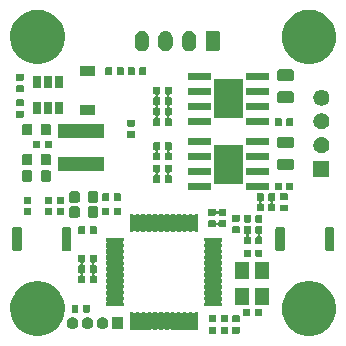
<source format=gbr>
%TF.GenerationSoftware,KiCad,Pcbnew,(5.1.6)-1*%
%TF.CreationDate,2023-12-18T11:35:21+08:00*%
%TF.ProjectId,stepper_motor,73746570-7065-4725-9f6d-6f746f722e6b,1*%
%TF.SameCoordinates,PX6979f40PYa1135a0*%
%TF.FileFunction,Soldermask,Top*%
%TF.FilePolarity,Negative*%
%FSLAX46Y46*%
G04 Gerber Fmt 4.6, Leading zero omitted, Abs format (unit mm)*
G04 Created by KiCad (PCBNEW (5.1.6)-1) date 2023-12-18 11:35:21*
%MOMM*%
%LPD*%
G01*
G04 APERTURE LIST*
%ADD10C,0.350000*%
G04 APERTURE END LIST*
D10*
G36*
X25969232Y4751724D02*
G01*
X26170885Y4711613D01*
X26589459Y4538234D01*
X26966165Y4286527D01*
X27286527Y3966165D01*
X27531023Y3600251D01*
X27538235Y3589457D01*
X27578862Y3491375D01*
X27711613Y3170885D01*
X27716379Y3146925D01*
X27800000Y2726532D01*
X27800000Y2273468D01*
X27765495Y2100000D01*
X27711613Y1829115D01*
X27538234Y1410541D01*
X27286527Y1033835D01*
X26966165Y713473D01*
X26589459Y461766D01*
X26589458Y461765D01*
X26589457Y461765D01*
X26570841Y454054D01*
X26170885Y288387D01*
X26081086Y270525D01*
X25726532Y200000D01*
X25273468Y200000D01*
X24918914Y270525D01*
X24829115Y288387D01*
X24429159Y454054D01*
X24410543Y461765D01*
X24410542Y461765D01*
X24410541Y461766D01*
X24033835Y713473D01*
X23713473Y1033835D01*
X23461766Y1410541D01*
X23288387Y1829115D01*
X23234505Y2100000D01*
X23200000Y2273468D01*
X23200000Y2726532D01*
X23283621Y3146925D01*
X23288387Y3170885D01*
X23421138Y3491375D01*
X23461765Y3589457D01*
X23468977Y3600251D01*
X23713473Y3966165D01*
X24033835Y4286527D01*
X24410541Y4538234D01*
X24829115Y4711613D01*
X25030768Y4751724D01*
X25273468Y4800000D01*
X25726532Y4800000D01*
X25969232Y4751724D01*
G37*
G36*
X2969232Y4751724D02*
G01*
X3170885Y4711613D01*
X3589459Y4538234D01*
X3966165Y4286527D01*
X4286527Y3966165D01*
X4531023Y3600251D01*
X4538235Y3589457D01*
X4578862Y3491375D01*
X4711613Y3170885D01*
X4716379Y3146925D01*
X4800000Y2726532D01*
X4800000Y2273468D01*
X4765495Y2100000D01*
X4711613Y1829115D01*
X4538234Y1410541D01*
X4286527Y1033835D01*
X3966165Y713473D01*
X3589459Y461766D01*
X3589458Y461765D01*
X3589457Y461765D01*
X3570841Y454054D01*
X3170885Y288387D01*
X3081086Y270525D01*
X2726532Y200000D01*
X2273468Y200000D01*
X1918914Y270525D01*
X1829115Y288387D01*
X1429159Y454054D01*
X1410543Y461765D01*
X1410542Y461765D01*
X1410541Y461766D01*
X1033835Y713473D01*
X713473Y1033835D01*
X461766Y1410541D01*
X288387Y1829115D01*
X234505Y2100000D01*
X200000Y2273468D01*
X200000Y2726532D01*
X283621Y3146925D01*
X288387Y3170885D01*
X421138Y3491375D01*
X461765Y3589457D01*
X468977Y3600251D01*
X713473Y3966165D01*
X1033835Y4286527D01*
X1410541Y4538234D01*
X1829115Y4711613D01*
X2030768Y4751724D01*
X2273468Y4800000D01*
X2726532Y4800000D01*
X2969232Y4751724D01*
G37*
G36*
X19555463Y950774D02*
G01*
X19571299Y945970D01*
X19585886Y938173D01*
X19598677Y927677D01*
X19609173Y914886D01*
X19616970Y900299D01*
X19621774Y884463D01*
X19624000Y861860D01*
X19624000Y454140D01*
X19621774Y431537D01*
X19616970Y415701D01*
X19609173Y401114D01*
X19598677Y388323D01*
X19585886Y377827D01*
X19571299Y370030D01*
X19555463Y365226D01*
X19532860Y363000D01*
X19075140Y363000D01*
X19052537Y365226D01*
X19036701Y370030D01*
X19022114Y377827D01*
X19009323Y388323D01*
X18998827Y401114D01*
X18991030Y415701D01*
X18986226Y431537D01*
X18984000Y454140D01*
X18984000Y861860D01*
X18986226Y884463D01*
X18991030Y900299D01*
X18998827Y914886D01*
X19009323Y927677D01*
X19022114Y938173D01*
X19036701Y945970D01*
X19052537Y950774D01*
X19075140Y953000D01*
X19532860Y953000D01*
X19555463Y950774D01*
G37*
G36*
X17586963Y950774D02*
G01*
X17602799Y945970D01*
X17617386Y938173D01*
X17630177Y927677D01*
X17640673Y914886D01*
X17648470Y900299D01*
X17653274Y884463D01*
X17655500Y861860D01*
X17655500Y454140D01*
X17653274Y431537D01*
X17648470Y415701D01*
X17640673Y401114D01*
X17630177Y388323D01*
X17617386Y377827D01*
X17602799Y370030D01*
X17586963Y365226D01*
X17564360Y363000D01*
X17106640Y363000D01*
X17084037Y365226D01*
X17068201Y370030D01*
X17053614Y377827D01*
X17040823Y388323D01*
X17030327Y401114D01*
X17022530Y415701D01*
X17017726Y431537D01*
X17015500Y454140D01*
X17015500Y861860D01*
X17017726Y884463D01*
X17022530Y900299D01*
X17030327Y914886D01*
X17040823Y927677D01*
X17053614Y938173D01*
X17068201Y945970D01*
X17084037Y950774D01*
X17106640Y953000D01*
X17564360Y953000D01*
X17586963Y950774D01*
G37*
G36*
X18602963Y950774D02*
G01*
X18618799Y945970D01*
X18633386Y938173D01*
X18646177Y927677D01*
X18656673Y914886D01*
X18664470Y900299D01*
X18669274Y884463D01*
X18671500Y861860D01*
X18671500Y454140D01*
X18669274Y431537D01*
X18664470Y415701D01*
X18656673Y401114D01*
X18646177Y388323D01*
X18633386Y377827D01*
X18618799Y370030D01*
X18602963Y365226D01*
X18580360Y363000D01*
X18122640Y363000D01*
X18100037Y365226D01*
X18084201Y370030D01*
X18069614Y377827D01*
X18056823Y388323D01*
X18046327Y401114D01*
X18038530Y415701D01*
X18033726Y431537D01*
X18031500Y454140D01*
X18031500Y861860D01*
X18033726Y884463D01*
X18038530Y900299D01*
X18046327Y914886D01*
X18056823Y927677D01*
X18069614Y938173D01*
X18084201Y945970D01*
X18100037Y950774D01*
X18122640Y953000D01*
X18580360Y953000D01*
X18602963Y950774D01*
G37*
G36*
X10597823Y2162167D02*
G01*
X10600051Y2161491D01*
X10602106Y2160392D01*
X10603908Y2158913D01*
X10611375Y2149815D01*
X10628703Y2132489D01*
X10649077Y2118875D01*
X10671716Y2109498D01*
X10695749Y2104718D01*
X10720253Y2104718D01*
X10744287Y2109499D01*
X10766925Y2118876D01*
X10787300Y2132490D01*
X10804625Y2149815D01*
X10812092Y2158913D01*
X10813894Y2160392D01*
X10815949Y2161491D01*
X10818177Y2162167D01*
X10826640Y2163000D01*
X11089360Y2163000D01*
X11097823Y2162167D01*
X11100051Y2161491D01*
X11102106Y2160392D01*
X11103908Y2158913D01*
X11111375Y2149815D01*
X11128703Y2132489D01*
X11149077Y2118875D01*
X11171716Y2109498D01*
X11195749Y2104718D01*
X11220253Y2104718D01*
X11244287Y2109499D01*
X11266925Y2118876D01*
X11287300Y2132490D01*
X11304625Y2149815D01*
X11312092Y2158913D01*
X11313894Y2160392D01*
X11315949Y2161491D01*
X11318177Y2162167D01*
X11326640Y2163000D01*
X11589360Y2163000D01*
X11597823Y2162167D01*
X11600051Y2161491D01*
X11602106Y2160392D01*
X11603908Y2158913D01*
X11611375Y2149815D01*
X11628703Y2132489D01*
X11649077Y2118875D01*
X11671716Y2109498D01*
X11695749Y2104718D01*
X11720253Y2104718D01*
X11744287Y2109499D01*
X11766925Y2118876D01*
X11787300Y2132490D01*
X11804625Y2149815D01*
X11812092Y2158913D01*
X11813894Y2160392D01*
X11815949Y2161491D01*
X11818177Y2162167D01*
X11826640Y2163000D01*
X12089360Y2163000D01*
X12097823Y2162167D01*
X12100051Y2161491D01*
X12102106Y2160392D01*
X12103908Y2158913D01*
X12111375Y2149815D01*
X12128703Y2132489D01*
X12149077Y2118875D01*
X12171716Y2109498D01*
X12195749Y2104718D01*
X12220253Y2104718D01*
X12244287Y2109499D01*
X12266925Y2118876D01*
X12287300Y2132490D01*
X12304625Y2149815D01*
X12312092Y2158913D01*
X12313894Y2160392D01*
X12315949Y2161491D01*
X12318177Y2162167D01*
X12326640Y2163000D01*
X12589360Y2163000D01*
X12597823Y2162167D01*
X12600051Y2161491D01*
X12602106Y2160392D01*
X12603908Y2158913D01*
X12611375Y2149815D01*
X12628703Y2132489D01*
X12649077Y2118875D01*
X12671716Y2109498D01*
X12695749Y2104718D01*
X12720253Y2104718D01*
X12744287Y2109499D01*
X12766925Y2118876D01*
X12787300Y2132490D01*
X12804625Y2149815D01*
X12812092Y2158913D01*
X12813894Y2160392D01*
X12815949Y2161491D01*
X12818177Y2162167D01*
X12826640Y2163000D01*
X13089360Y2163000D01*
X13097823Y2162167D01*
X13100051Y2161491D01*
X13102106Y2160392D01*
X13103908Y2158913D01*
X13111375Y2149815D01*
X13128703Y2132489D01*
X13149077Y2118875D01*
X13171716Y2109498D01*
X13195749Y2104718D01*
X13220253Y2104718D01*
X13244287Y2109499D01*
X13266925Y2118876D01*
X13287300Y2132490D01*
X13304625Y2149815D01*
X13312092Y2158913D01*
X13313894Y2160392D01*
X13315949Y2161491D01*
X13318177Y2162167D01*
X13326640Y2163000D01*
X13589360Y2163000D01*
X13597823Y2162167D01*
X13600051Y2161491D01*
X13602106Y2160392D01*
X13603908Y2158913D01*
X13611375Y2149815D01*
X13628703Y2132489D01*
X13649077Y2118875D01*
X13671716Y2109498D01*
X13695749Y2104718D01*
X13720253Y2104718D01*
X13744287Y2109499D01*
X13766925Y2118876D01*
X13787300Y2132490D01*
X13804625Y2149815D01*
X13812092Y2158913D01*
X13813894Y2160392D01*
X13815949Y2161491D01*
X13818177Y2162167D01*
X13826640Y2163000D01*
X14089360Y2163000D01*
X14097823Y2162167D01*
X14100051Y2161491D01*
X14102106Y2160392D01*
X14103908Y2158913D01*
X14111375Y2149815D01*
X14128703Y2132489D01*
X14149077Y2118875D01*
X14171716Y2109498D01*
X14195749Y2104718D01*
X14220253Y2104718D01*
X14244287Y2109499D01*
X14266925Y2118876D01*
X14287300Y2132490D01*
X14304625Y2149815D01*
X14312092Y2158913D01*
X14313894Y2160392D01*
X14315949Y2161491D01*
X14318177Y2162167D01*
X14326640Y2163000D01*
X14589360Y2163000D01*
X14597823Y2162167D01*
X14600051Y2161491D01*
X14602106Y2160392D01*
X14603908Y2158913D01*
X14611375Y2149815D01*
X14628703Y2132489D01*
X14649077Y2118875D01*
X14671716Y2109498D01*
X14695749Y2104718D01*
X14720253Y2104718D01*
X14744287Y2109499D01*
X14766925Y2118876D01*
X14787300Y2132490D01*
X14804625Y2149815D01*
X14812092Y2158913D01*
X14813894Y2160392D01*
X14815949Y2161491D01*
X14818177Y2162167D01*
X14826640Y2163000D01*
X15089360Y2163000D01*
X15097823Y2162167D01*
X15100051Y2161491D01*
X15102106Y2160392D01*
X15103908Y2158913D01*
X15111375Y2149815D01*
X15128703Y2132489D01*
X15149077Y2118875D01*
X15171716Y2109498D01*
X15195749Y2104718D01*
X15220253Y2104718D01*
X15244287Y2109499D01*
X15266925Y2118876D01*
X15287300Y2132490D01*
X15304625Y2149815D01*
X15312092Y2158913D01*
X15313894Y2160392D01*
X15315949Y2161491D01*
X15318177Y2162167D01*
X15326640Y2163000D01*
X15589360Y2163000D01*
X15597823Y2162167D01*
X15600051Y2161491D01*
X15602106Y2160392D01*
X15603908Y2158913D01*
X15611375Y2149815D01*
X15628703Y2132489D01*
X15649077Y2118875D01*
X15671716Y2109498D01*
X15695749Y2104718D01*
X15720253Y2104718D01*
X15744287Y2109499D01*
X15766925Y2118876D01*
X15787300Y2132490D01*
X15804625Y2149815D01*
X15812092Y2158913D01*
X15813894Y2160392D01*
X15815949Y2161491D01*
X15818177Y2162167D01*
X15826640Y2163000D01*
X16089360Y2163000D01*
X16097823Y2162167D01*
X16100051Y2161491D01*
X16102106Y2160392D01*
X16103911Y2158911D01*
X16105392Y2157106D01*
X16106491Y2155051D01*
X16107167Y2152823D01*
X16108000Y2144360D01*
X16108000Y706640D01*
X16107167Y698177D01*
X16106491Y695949D01*
X16105392Y693894D01*
X16103911Y692089D01*
X16102106Y690608D01*
X16100051Y689509D01*
X16097823Y688833D01*
X16089360Y688000D01*
X15826640Y688000D01*
X15818177Y688833D01*
X15815949Y689509D01*
X15813894Y690608D01*
X15812092Y692087D01*
X15804625Y701185D01*
X15787297Y718511D01*
X15766923Y732125D01*
X15744284Y741502D01*
X15720251Y746282D01*
X15695747Y746282D01*
X15671713Y741501D01*
X15649075Y732124D01*
X15628700Y718510D01*
X15611375Y701185D01*
X15603908Y692087D01*
X15602106Y690608D01*
X15600051Y689509D01*
X15597823Y688833D01*
X15589360Y688000D01*
X15326640Y688000D01*
X15318177Y688833D01*
X15315949Y689509D01*
X15313894Y690608D01*
X15312092Y692087D01*
X15304625Y701185D01*
X15287297Y718511D01*
X15266923Y732125D01*
X15244284Y741502D01*
X15220251Y746282D01*
X15195747Y746282D01*
X15171713Y741501D01*
X15149075Y732124D01*
X15128700Y718510D01*
X15111375Y701185D01*
X15103908Y692087D01*
X15102106Y690608D01*
X15100051Y689509D01*
X15097823Y688833D01*
X15089360Y688000D01*
X14826640Y688000D01*
X14818177Y688833D01*
X14815949Y689509D01*
X14813894Y690608D01*
X14812092Y692087D01*
X14804625Y701185D01*
X14787297Y718511D01*
X14766923Y732125D01*
X14744284Y741502D01*
X14720251Y746282D01*
X14695747Y746282D01*
X14671713Y741501D01*
X14649075Y732124D01*
X14628700Y718510D01*
X14611375Y701185D01*
X14603908Y692087D01*
X14602106Y690608D01*
X14600051Y689509D01*
X14597823Y688833D01*
X14589360Y688000D01*
X14326640Y688000D01*
X14318177Y688833D01*
X14315949Y689509D01*
X14313894Y690608D01*
X14312092Y692087D01*
X14304625Y701185D01*
X14287297Y718511D01*
X14266923Y732125D01*
X14244284Y741502D01*
X14220251Y746282D01*
X14195747Y746282D01*
X14171713Y741501D01*
X14149075Y732124D01*
X14128700Y718510D01*
X14111375Y701185D01*
X14103908Y692087D01*
X14102106Y690608D01*
X14100051Y689509D01*
X14097823Y688833D01*
X14089360Y688000D01*
X13826640Y688000D01*
X13818177Y688833D01*
X13815949Y689509D01*
X13813894Y690608D01*
X13812092Y692087D01*
X13804625Y701185D01*
X13787297Y718511D01*
X13766923Y732125D01*
X13744284Y741502D01*
X13720251Y746282D01*
X13695747Y746282D01*
X13671713Y741501D01*
X13649075Y732124D01*
X13628700Y718510D01*
X13611375Y701185D01*
X13603908Y692087D01*
X13602106Y690608D01*
X13600051Y689509D01*
X13597823Y688833D01*
X13589360Y688000D01*
X13326640Y688000D01*
X13318177Y688833D01*
X13315949Y689509D01*
X13313894Y690608D01*
X13312092Y692087D01*
X13304625Y701185D01*
X13287297Y718511D01*
X13266923Y732125D01*
X13244284Y741502D01*
X13220251Y746282D01*
X13195747Y746282D01*
X13171713Y741501D01*
X13149075Y732124D01*
X13128700Y718510D01*
X13111375Y701185D01*
X13103908Y692087D01*
X13102106Y690608D01*
X13100051Y689509D01*
X13097823Y688833D01*
X13089360Y688000D01*
X12826640Y688000D01*
X12818177Y688833D01*
X12815949Y689509D01*
X12813894Y690608D01*
X12812092Y692087D01*
X12804625Y701185D01*
X12787297Y718511D01*
X12766923Y732125D01*
X12744284Y741502D01*
X12720251Y746282D01*
X12695747Y746282D01*
X12671713Y741501D01*
X12649075Y732124D01*
X12628700Y718510D01*
X12611375Y701185D01*
X12603908Y692087D01*
X12602106Y690608D01*
X12600051Y689509D01*
X12597823Y688833D01*
X12589360Y688000D01*
X12326640Y688000D01*
X12318177Y688833D01*
X12315949Y689509D01*
X12313894Y690608D01*
X12312092Y692087D01*
X12304625Y701185D01*
X12287297Y718511D01*
X12266923Y732125D01*
X12244284Y741502D01*
X12220251Y746282D01*
X12195747Y746282D01*
X12171713Y741501D01*
X12149075Y732124D01*
X12128700Y718510D01*
X12111375Y701185D01*
X12103908Y692087D01*
X12102106Y690608D01*
X12100051Y689509D01*
X12097823Y688833D01*
X12089360Y688000D01*
X11826640Y688000D01*
X11818177Y688833D01*
X11815949Y689509D01*
X11813894Y690608D01*
X11812092Y692087D01*
X11804625Y701185D01*
X11787297Y718511D01*
X11766923Y732125D01*
X11744284Y741502D01*
X11720251Y746282D01*
X11695747Y746282D01*
X11671713Y741501D01*
X11649075Y732124D01*
X11628700Y718510D01*
X11611375Y701185D01*
X11603908Y692087D01*
X11602106Y690608D01*
X11600051Y689509D01*
X11597823Y688833D01*
X11589360Y688000D01*
X11326640Y688000D01*
X11318177Y688833D01*
X11315949Y689509D01*
X11313894Y690608D01*
X11312092Y692087D01*
X11304625Y701185D01*
X11287297Y718511D01*
X11266923Y732125D01*
X11244284Y741502D01*
X11220251Y746282D01*
X11195747Y746282D01*
X11171713Y741501D01*
X11149075Y732124D01*
X11128700Y718510D01*
X11111375Y701185D01*
X11103908Y692087D01*
X11102106Y690608D01*
X11100051Y689509D01*
X11097823Y688833D01*
X11089360Y688000D01*
X10826640Y688000D01*
X10818177Y688833D01*
X10815949Y689509D01*
X10813894Y690608D01*
X10812092Y692087D01*
X10804625Y701185D01*
X10787297Y718511D01*
X10766923Y732125D01*
X10744284Y741502D01*
X10720251Y746282D01*
X10695747Y746282D01*
X10671713Y741501D01*
X10649075Y732124D01*
X10628700Y718510D01*
X10611375Y701185D01*
X10603908Y692087D01*
X10602106Y690608D01*
X10600051Y689509D01*
X10597823Y688833D01*
X10589360Y688000D01*
X10326640Y688000D01*
X10318177Y688833D01*
X10315949Y689509D01*
X10313894Y690608D01*
X10312089Y692089D01*
X10310608Y693894D01*
X10309509Y695949D01*
X10308833Y698177D01*
X10308000Y706640D01*
X10308000Y2144360D01*
X10308833Y2152823D01*
X10309509Y2155051D01*
X10310608Y2157106D01*
X10312089Y2158911D01*
X10313894Y2160392D01*
X10315949Y2161491D01*
X10318177Y2162167D01*
X10326640Y2163000D01*
X10589360Y2163000D01*
X10597823Y2162167D01*
G37*
G36*
X5606843Y1750786D02*
G01*
X5606846Y1750785D01*
X5606845Y1750785D01*
X5697839Y1713094D01*
X5739063Y1685549D01*
X5779730Y1658376D01*
X5849376Y1588730D01*
X5904095Y1506837D01*
X5941786Y1415843D01*
X5961000Y1319247D01*
X5961000Y1220753D01*
X5941786Y1124157D01*
X5941785Y1124155D01*
X5904094Y1033161D01*
X5849375Y951269D01*
X5779731Y881625D01*
X5697839Y826906D01*
X5697838Y826905D01*
X5697837Y826905D01*
X5606843Y789214D01*
X5510247Y770000D01*
X5411753Y770000D01*
X5315157Y789214D01*
X5224163Y826905D01*
X5224162Y826905D01*
X5224161Y826906D01*
X5142269Y881625D01*
X5072625Y951269D01*
X5017906Y1033161D01*
X4980215Y1124155D01*
X4980214Y1124157D01*
X4961000Y1220753D01*
X4961000Y1319247D01*
X4980214Y1415843D01*
X5017905Y1506837D01*
X5072624Y1588730D01*
X5142270Y1658376D01*
X5182937Y1685549D01*
X5224161Y1713094D01*
X5315155Y1750785D01*
X5315154Y1750785D01*
X5315157Y1750786D01*
X5411753Y1770000D01*
X5510247Y1770000D01*
X5606843Y1750786D01*
G37*
G36*
X6876843Y1750786D02*
G01*
X6876846Y1750785D01*
X6876845Y1750785D01*
X6967839Y1713094D01*
X7009063Y1685549D01*
X7049730Y1658376D01*
X7119376Y1588730D01*
X7174095Y1506837D01*
X7211786Y1415843D01*
X7231000Y1319247D01*
X7231000Y1220753D01*
X7211786Y1124157D01*
X7211785Y1124155D01*
X7174094Y1033161D01*
X7119375Y951269D01*
X7049731Y881625D01*
X6967839Y826906D01*
X6967838Y826905D01*
X6967837Y826905D01*
X6876843Y789214D01*
X6780247Y770000D01*
X6681753Y770000D01*
X6585157Y789214D01*
X6494163Y826905D01*
X6494162Y826905D01*
X6494161Y826906D01*
X6412269Y881625D01*
X6342625Y951269D01*
X6287906Y1033161D01*
X6250215Y1124155D01*
X6250214Y1124157D01*
X6231000Y1220753D01*
X6231000Y1319247D01*
X6250214Y1415843D01*
X6287905Y1506837D01*
X6342624Y1588730D01*
X6412270Y1658376D01*
X6452937Y1685549D01*
X6494161Y1713094D01*
X6585155Y1750785D01*
X6585154Y1750785D01*
X6585157Y1750786D01*
X6681753Y1770000D01*
X6780247Y1770000D01*
X6876843Y1750786D01*
G37*
G36*
X8146843Y1750786D02*
G01*
X8146846Y1750785D01*
X8146845Y1750785D01*
X8237839Y1713094D01*
X8279063Y1685549D01*
X8319730Y1658376D01*
X8389376Y1588730D01*
X8444095Y1506837D01*
X8481786Y1415843D01*
X8501000Y1319247D01*
X8501000Y1220753D01*
X8481786Y1124157D01*
X8481785Y1124155D01*
X8444094Y1033161D01*
X8389375Y951269D01*
X8319731Y881625D01*
X8237839Y826906D01*
X8237838Y826905D01*
X8237837Y826905D01*
X8146843Y789214D01*
X8050247Y770000D01*
X7951753Y770000D01*
X7855157Y789214D01*
X7764163Y826905D01*
X7764162Y826905D01*
X7764161Y826906D01*
X7682269Y881625D01*
X7612625Y951269D01*
X7557906Y1033161D01*
X7520215Y1124155D01*
X7520214Y1124157D01*
X7501000Y1220753D01*
X7501000Y1319247D01*
X7520214Y1415843D01*
X7557905Y1506837D01*
X7612624Y1588730D01*
X7682270Y1658376D01*
X7722937Y1685549D01*
X7764161Y1713094D01*
X7855155Y1750785D01*
X7855154Y1750785D01*
X7855157Y1750786D01*
X7951753Y1770000D01*
X8050247Y1770000D01*
X8146843Y1750786D01*
G37*
G36*
X9771000Y770000D02*
G01*
X8771000Y770000D01*
X8771000Y1770000D01*
X9771000Y1770000D01*
X9771000Y770000D01*
G37*
G36*
X17586963Y1920774D02*
G01*
X17602799Y1915970D01*
X17617386Y1908173D01*
X17630177Y1897677D01*
X17640673Y1884886D01*
X17648470Y1870299D01*
X17653274Y1854463D01*
X17655500Y1831860D01*
X17655500Y1424140D01*
X17653274Y1401537D01*
X17648470Y1385701D01*
X17640673Y1371114D01*
X17630177Y1358323D01*
X17617386Y1347827D01*
X17602799Y1340030D01*
X17586963Y1335226D01*
X17564360Y1333000D01*
X17106640Y1333000D01*
X17084037Y1335226D01*
X17068201Y1340030D01*
X17053614Y1347827D01*
X17040823Y1358323D01*
X17030327Y1371114D01*
X17022530Y1385701D01*
X17017726Y1401537D01*
X17015500Y1424140D01*
X17015500Y1831860D01*
X17017726Y1854463D01*
X17022530Y1870299D01*
X17030327Y1884886D01*
X17040823Y1897677D01*
X17053614Y1908173D01*
X17068201Y1915970D01*
X17084037Y1920774D01*
X17106640Y1923000D01*
X17564360Y1923000D01*
X17586963Y1920774D01*
G37*
G36*
X18602963Y1920774D02*
G01*
X18618799Y1915970D01*
X18633386Y1908173D01*
X18646177Y1897677D01*
X18656673Y1884886D01*
X18664470Y1870299D01*
X18669274Y1854463D01*
X18671500Y1831860D01*
X18671500Y1424140D01*
X18669274Y1401537D01*
X18664470Y1385701D01*
X18656673Y1371114D01*
X18646177Y1358323D01*
X18633386Y1347827D01*
X18618799Y1340030D01*
X18602963Y1335226D01*
X18580360Y1333000D01*
X18122640Y1333000D01*
X18100037Y1335226D01*
X18084201Y1340030D01*
X18069614Y1347827D01*
X18056823Y1358323D01*
X18046327Y1371114D01*
X18038530Y1385701D01*
X18033726Y1401537D01*
X18031500Y1424140D01*
X18031500Y1831860D01*
X18033726Y1854463D01*
X18038530Y1870299D01*
X18046327Y1884886D01*
X18056823Y1897677D01*
X18069614Y1908173D01*
X18084201Y1915970D01*
X18100037Y1920774D01*
X18122640Y1923000D01*
X18580360Y1923000D01*
X18602963Y1920774D01*
G37*
G36*
X19555463Y1920774D02*
G01*
X19571299Y1915970D01*
X19585886Y1908173D01*
X19598677Y1897677D01*
X19609173Y1884886D01*
X19616970Y1870299D01*
X19621774Y1854463D01*
X19624000Y1831860D01*
X19624000Y1424140D01*
X19621774Y1401537D01*
X19616970Y1385701D01*
X19609173Y1371114D01*
X19598677Y1358323D01*
X19585886Y1347827D01*
X19571299Y1340030D01*
X19555463Y1335226D01*
X19532860Y1333000D01*
X19075140Y1333000D01*
X19052537Y1335226D01*
X19036701Y1340030D01*
X19022114Y1347827D01*
X19009323Y1358323D01*
X18998827Y1371114D01*
X18991030Y1385701D01*
X18986226Y1401537D01*
X18984000Y1424140D01*
X18984000Y1831860D01*
X18986226Y1854463D01*
X18991030Y1870299D01*
X18998827Y1884886D01*
X19009323Y1897677D01*
X19022114Y1908173D01*
X19036701Y1915970D01*
X19052537Y1920774D01*
X19075140Y1923000D01*
X19532860Y1923000D01*
X19555463Y1920774D01*
G37*
G36*
X20442463Y2476774D02*
G01*
X20458299Y2471970D01*
X20472886Y2464173D01*
X20485677Y2453677D01*
X20496173Y2440886D01*
X20503970Y2426299D01*
X20508774Y2410463D01*
X20511000Y2387860D01*
X20511000Y1930140D01*
X20508774Y1907537D01*
X20503970Y1891701D01*
X20496173Y1877114D01*
X20485677Y1864323D01*
X20472886Y1853827D01*
X20458299Y1846030D01*
X20442463Y1841226D01*
X20419860Y1839000D01*
X20012140Y1839000D01*
X19989537Y1841226D01*
X19973701Y1846030D01*
X19959114Y1853827D01*
X19946323Y1864323D01*
X19935827Y1877114D01*
X19928030Y1891701D01*
X19923226Y1907537D01*
X19921000Y1930140D01*
X19921000Y2387860D01*
X19923226Y2410463D01*
X19928030Y2426299D01*
X19935827Y2440886D01*
X19946323Y2453677D01*
X19959114Y2464173D01*
X19973701Y2471970D01*
X19989537Y2476774D01*
X20012140Y2479000D01*
X20419860Y2479000D01*
X20442463Y2476774D01*
G37*
G36*
X21412463Y2476774D02*
G01*
X21428299Y2471970D01*
X21442886Y2464173D01*
X21455677Y2453677D01*
X21466173Y2440886D01*
X21473970Y2426299D01*
X21478774Y2410463D01*
X21481000Y2387860D01*
X21481000Y1930140D01*
X21478774Y1907537D01*
X21473970Y1891701D01*
X21466173Y1877114D01*
X21455677Y1864323D01*
X21442886Y1853827D01*
X21428299Y1846030D01*
X21412463Y1841226D01*
X21389860Y1839000D01*
X20982140Y1839000D01*
X20959537Y1841226D01*
X20943701Y1846030D01*
X20929114Y1853827D01*
X20916323Y1864323D01*
X20905827Y1877114D01*
X20898030Y1891701D01*
X20893226Y1907537D01*
X20891000Y1930140D01*
X20891000Y2387860D01*
X20893226Y2410463D01*
X20898030Y2426299D01*
X20905827Y2440886D01*
X20916323Y2453677D01*
X20929114Y2464173D01*
X20943701Y2471970D01*
X20959537Y2476774D01*
X20982140Y2479000D01*
X21389860Y2479000D01*
X21412463Y2476774D01*
G37*
G36*
X6870963Y2794274D02*
G01*
X6886799Y2789470D01*
X6901386Y2781673D01*
X6914177Y2771177D01*
X6924673Y2758386D01*
X6932470Y2743799D01*
X6937274Y2727963D01*
X6939500Y2705360D01*
X6939500Y2247640D01*
X6937274Y2225037D01*
X6932470Y2209201D01*
X6924673Y2194614D01*
X6914177Y2181823D01*
X6901386Y2171327D01*
X6886799Y2163530D01*
X6870963Y2158726D01*
X6848360Y2156500D01*
X6440640Y2156500D01*
X6418037Y2158726D01*
X6402201Y2163530D01*
X6387614Y2171327D01*
X6374823Y2181823D01*
X6364327Y2194614D01*
X6356530Y2209201D01*
X6351726Y2225037D01*
X6349500Y2247640D01*
X6349500Y2705360D01*
X6351726Y2727963D01*
X6356530Y2743799D01*
X6364327Y2758386D01*
X6374823Y2771177D01*
X6387614Y2781673D01*
X6402201Y2789470D01*
X6418037Y2794274D01*
X6440640Y2796500D01*
X6848360Y2796500D01*
X6870963Y2794274D01*
G37*
G36*
X5900963Y2794274D02*
G01*
X5916799Y2789470D01*
X5931386Y2781673D01*
X5944177Y2771177D01*
X5954673Y2758386D01*
X5962470Y2743799D01*
X5967274Y2727963D01*
X5969500Y2705360D01*
X5969500Y2247640D01*
X5967274Y2225037D01*
X5962470Y2209201D01*
X5954673Y2194614D01*
X5944177Y2181823D01*
X5931386Y2171327D01*
X5916799Y2163530D01*
X5900963Y2158726D01*
X5878360Y2156500D01*
X5470640Y2156500D01*
X5448037Y2158726D01*
X5432201Y2163530D01*
X5417614Y2171327D01*
X5404823Y2181823D01*
X5394327Y2194614D01*
X5386530Y2209201D01*
X5381726Y2225037D01*
X5379500Y2247640D01*
X5379500Y2705360D01*
X5381726Y2727963D01*
X5386530Y2743799D01*
X5394327Y2758386D01*
X5404823Y2771177D01*
X5417614Y2781673D01*
X5432201Y2789470D01*
X5448037Y2794274D01*
X5470640Y2796500D01*
X5878360Y2796500D01*
X5900963Y2794274D01*
G37*
G36*
X9772823Y8487167D02*
G01*
X9775051Y8486491D01*
X9777106Y8485392D01*
X9778911Y8483911D01*
X9780392Y8482106D01*
X9781491Y8480051D01*
X9782167Y8477823D01*
X9783000Y8469360D01*
X9783000Y8206640D01*
X9782167Y8198177D01*
X9781491Y8195949D01*
X9780392Y8193894D01*
X9778913Y8192092D01*
X9769815Y8184625D01*
X9752489Y8167297D01*
X9738875Y8146923D01*
X9729498Y8124284D01*
X9724718Y8100251D01*
X9724718Y8075747D01*
X9729499Y8051713D01*
X9738876Y8029075D01*
X9752490Y8008700D01*
X9769815Y7991375D01*
X9778913Y7983908D01*
X9780392Y7982106D01*
X9781491Y7980051D01*
X9782167Y7977823D01*
X9783000Y7969360D01*
X9783000Y7706640D01*
X9782167Y7698177D01*
X9781491Y7695949D01*
X9780392Y7693894D01*
X9778913Y7692092D01*
X9769815Y7684625D01*
X9752489Y7667297D01*
X9738875Y7646923D01*
X9729498Y7624284D01*
X9724718Y7600251D01*
X9724718Y7575747D01*
X9729499Y7551713D01*
X9738876Y7529075D01*
X9752490Y7508700D01*
X9769815Y7491375D01*
X9778913Y7483908D01*
X9780392Y7482106D01*
X9781491Y7480051D01*
X9782167Y7477823D01*
X9783000Y7469360D01*
X9783000Y7206640D01*
X9782167Y7198177D01*
X9781491Y7195949D01*
X9780392Y7193894D01*
X9778913Y7192092D01*
X9769815Y7184625D01*
X9752489Y7167297D01*
X9738875Y7146923D01*
X9729498Y7124284D01*
X9724718Y7100251D01*
X9724718Y7075747D01*
X9729499Y7051713D01*
X9738876Y7029075D01*
X9752490Y7008700D01*
X9769815Y6991375D01*
X9778913Y6983908D01*
X9780392Y6982106D01*
X9781491Y6980051D01*
X9782167Y6977823D01*
X9783000Y6969360D01*
X9783000Y6706640D01*
X9782167Y6698177D01*
X9781491Y6695949D01*
X9780392Y6693894D01*
X9778913Y6692092D01*
X9769815Y6684625D01*
X9752489Y6667297D01*
X9738875Y6646923D01*
X9729498Y6624284D01*
X9724718Y6600251D01*
X9724718Y6575747D01*
X9729499Y6551713D01*
X9738876Y6529075D01*
X9752490Y6508700D01*
X9769815Y6491375D01*
X9778913Y6483908D01*
X9780392Y6482106D01*
X9781491Y6480051D01*
X9782167Y6477823D01*
X9783000Y6469360D01*
X9783000Y6206640D01*
X9782167Y6198177D01*
X9781491Y6195949D01*
X9780392Y6193894D01*
X9778913Y6192092D01*
X9769815Y6184625D01*
X9752489Y6167297D01*
X9738875Y6146923D01*
X9729498Y6124284D01*
X9724718Y6100251D01*
X9724718Y6075747D01*
X9729499Y6051713D01*
X9738876Y6029075D01*
X9752490Y6008700D01*
X9769815Y5991375D01*
X9778913Y5983908D01*
X9780392Y5982106D01*
X9781491Y5980051D01*
X9782167Y5977823D01*
X9783000Y5969360D01*
X9783000Y5706640D01*
X9782167Y5698177D01*
X9781491Y5695949D01*
X9780392Y5693894D01*
X9778913Y5692092D01*
X9769815Y5684625D01*
X9752489Y5667297D01*
X9738875Y5646923D01*
X9729498Y5624284D01*
X9724718Y5600251D01*
X9724718Y5575747D01*
X9729499Y5551713D01*
X9738876Y5529075D01*
X9752490Y5508700D01*
X9769815Y5491375D01*
X9778913Y5483908D01*
X9780392Y5482106D01*
X9781491Y5480051D01*
X9782167Y5477823D01*
X9783000Y5469360D01*
X9783000Y5206640D01*
X9782167Y5198177D01*
X9781491Y5195949D01*
X9780392Y5193894D01*
X9778913Y5192092D01*
X9769815Y5184625D01*
X9752489Y5167297D01*
X9738875Y5146923D01*
X9729498Y5124284D01*
X9724718Y5100251D01*
X9724718Y5075747D01*
X9729499Y5051713D01*
X9738876Y5029075D01*
X9752490Y5008700D01*
X9769815Y4991375D01*
X9778913Y4983908D01*
X9780392Y4982106D01*
X9781491Y4980051D01*
X9782167Y4977823D01*
X9783000Y4969360D01*
X9783000Y4706640D01*
X9782167Y4698177D01*
X9781491Y4695949D01*
X9780392Y4693894D01*
X9778913Y4692092D01*
X9769815Y4684625D01*
X9752489Y4667297D01*
X9738875Y4646923D01*
X9729498Y4624284D01*
X9724718Y4600251D01*
X9724718Y4575747D01*
X9729499Y4551713D01*
X9738876Y4529075D01*
X9752490Y4508700D01*
X9769815Y4491375D01*
X9778913Y4483908D01*
X9780392Y4482106D01*
X9781491Y4480051D01*
X9782167Y4477823D01*
X9783000Y4469360D01*
X9783000Y4206640D01*
X9782167Y4198177D01*
X9781491Y4195949D01*
X9780392Y4193894D01*
X9778913Y4192092D01*
X9769815Y4184625D01*
X9752489Y4167297D01*
X9738875Y4146923D01*
X9729498Y4124284D01*
X9724718Y4100251D01*
X9724718Y4075747D01*
X9729499Y4051713D01*
X9738876Y4029075D01*
X9752490Y4008700D01*
X9769815Y3991375D01*
X9778913Y3983908D01*
X9780392Y3982106D01*
X9781491Y3980051D01*
X9782167Y3977823D01*
X9783000Y3969360D01*
X9783000Y3706640D01*
X9782167Y3698177D01*
X9781491Y3695949D01*
X9780392Y3693894D01*
X9778913Y3692092D01*
X9769815Y3684625D01*
X9752489Y3667297D01*
X9738875Y3646923D01*
X9729498Y3624284D01*
X9724718Y3600251D01*
X9724718Y3575747D01*
X9729499Y3551713D01*
X9738876Y3529075D01*
X9752490Y3508700D01*
X9769815Y3491375D01*
X9778913Y3483908D01*
X9780392Y3482106D01*
X9781491Y3480051D01*
X9782167Y3477823D01*
X9783000Y3469360D01*
X9783000Y3206640D01*
X9782167Y3198177D01*
X9781491Y3195949D01*
X9780392Y3193894D01*
X9778913Y3192092D01*
X9769815Y3184625D01*
X9752489Y3167297D01*
X9738875Y3146923D01*
X9729498Y3124284D01*
X9724718Y3100251D01*
X9724718Y3075747D01*
X9729499Y3051713D01*
X9738876Y3029075D01*
X9752490Y3008700D01*
X9769815Y2991375D01*
X9778913Y2983908D01*
X9780392Y2982106D01*
X9781491Y2980051D01*
X9782167Y2977823D01*
X9783000Y2969360D01*
X9783000Y2706640D01*
X9782167Y2698177D01*
X9781491Y2695949D01*
X9780392Y2693894D01*
X9778911Y2692089D01*
X9777106Y2690608D01*
X9775051Y2689509D01*
X9772823Y2688833D01*
X9764360Y2688000D01*
X8326640Y2688000D01*
X8318177Y2688833D01*
X8315949Y2689509D01*
X8313894Y2690608D01*
X8312089Y2692089D01*
X8310608Y2693894D01*
X8309509Y2695949D01*
X8308833Y2698177D01*
X8308000Y2706640D01*
X8308000Y2969360D01*
X8308833Y2977823D01*
X8309509Y2980051D01*
X8310608Y2982106D01*
X8312087Y2983908D01*
X8321185Y2991375D01*
X8338511Y3008703D01*
X8352125Y3029077D01*
X8361502Y3051716D01*
X8366282Y3075749D01*
X8366282Y3100253D01*
X8361501Y3124287D01*
X8352124Y3146925D01*
X8338510Y3167300D01*
X8321185Y3184625D01*
X8312087Y3192092D01*
X8310608Y3193894D01*
X8309509Y3195949D01*
X8308833Y3198177D01*
X8308000Y3206640D01*
X8308000Y3469360D01*
X8308833Y3477823D01*
X8309509Y3480051D01*
X8310608Y3482106D01*
X8312087Y3483908D01*
X8321185Y3491375D01*
X8338511Y3508703D01*
X8352125Y3529077D01*
X8361502Y3551716D01*
X8366282Y3575749D01*
X8366282Y3600253D01*
X8361501Y3624287D01*
X8352124Y3646925D01*
X8338510Y3667300D01*
X8321185Y3684625D01*
X8312087Y3692092D01*
X8310608Y3693894D01*
X8309509Y3695949D01*
X8308833Y3698177D01*
X8308000Y3706640D01*
X8308000Y3969360D01*
X8308833Y3977823D01*
X8309509Y3980051D01*
X8310608Y3982106D01*
X8312087Y3983908D01*
X8321185Y3991375D01*
X8338511Y4008703D01*
X8352125Y4029077D01*
X8361502Y4051716D01*
X8366282Y4075749D01*
X8366282Y4100253D01*
X8361501Y4124287D01*
X8352124Y4146925D01*
X8338510Y4167300D01*
X8321185Y4184625D01*
X8312087Y4192092D01*
X8310608Y4193894D01*
X8309509Y4195949D01*
X8308833Y4198177D01*
X8308000Y4206640D01*
X8308000Y4469360D01*
X8308833Y4477823D01*
X8309509Y4480051D01*
X8310608Y4482106D01*
X8312087Y4483908D01*
X8321185Y4491375D01*
X8338511Y4508703D01*
X8352125Y4529077D01*
X8361502Y4551716D01*
X8366282Y4575749D01*
X8366282Y4600253D01*
X8361501Y4624287D01*
X8352124Y4646925D01*
X8338510Y4667300D01*
X8321185Y4684625D01*
X8312087Y4692092D01*
X8310608Y4693894D01*
X8309509Y4695949D01*
X8308833Y4698177D01*
X8308000Y4706640D01*
X8308000Y4969360D01*
X8308833Y4977823D01*
X8309509Y4980051D01*
X8310608Y4982106D01*
X8312087Y4983908D01*
X8321185Y4991375D01*
X8338511Y5008703D01*
X8352125Y5029077D01*
X8361502Y5051716D01*
X8366282Y5075749D01*
X8366282Y5100253D01*
X8361501Y5124287D01*
X8352124Y5146925D01*
X8338510Y5167300D01*
X8321185Y5184625D01*
X8312087Y5192092D01*
X8310608Y5193894D01*
X8309509Y5195949D01*
X8308833Y5198177D01*
X8308000Y5206640D01*
X8308000Y5469360D01*
X8308833Y5477823D01*
X8309509Y5480051D01*
X8310608Y5482106D01*
X8312087Y5483908D01*
X8321185Y5491375D01*
X8338511Y5508703D01*
X8352125Y5529077D01*
X8361502Y5551716D01*
X8366282Y5575749D01*
X8366282Y5600253D01*
X8361501Y5624287D01*
X8352124Y5646925D01*
X8338510Y5667300D01*
X8321185Y5684625D01*
X8312087Y5692092D01*
X8310608Y5693894D01*
X8309509Y5695949D01*
X8308833Y5698177D01*
X8308000Y5706640D01*
X8308000Y5969360D01*
X8308833Y5977823D01*
X8309509Y5980051D01*
X8310608Y5982106D01*
X8312087Y5983908D01*
X8321185Y5991375D01*
X8338511Y6008703D01*
X8352125Y6029077D01*
X8361502Y6051716D01*
X8366282Y6075749D01*
X8366282Y6100253D01*
X8361501Y6124287D01*
X8352124Y6146925D01*
X8338510Y6167300D01*
X8321185Y6184625D01*
X8312087Y6192092D01*
X8310608Y6193894D01*
X8309509Y6195949D01*
X8308833Y6198177D01*
X8308000Y6206640D01*
X8308000Y6469360D01*
X8308833Y6477823D01*
X8309509Y6480051D01*
X8310608Y6482106D01*
X8312087Y6483908D01*
X8321185Y6491375D01*
X8338511Y6508703D01*
X8352125Y6529077D01*
X8361502Y6551716D01*
X8366282Y6575749D01*
X8366282Y6600253D01*
X8361501Y6624287D01*
X8352124Y6646925D01*
X8338510Y6667300D01*
X8321185Y6684625D01*
X8312087Y6692092D01*
X8310608Y6693894D01*
X8309509Y6695949D01*
X8308833Y6698177D01*
X8308000Y6706640D01*
X8308000Y6969360D01*
X8308833Y6977823D01*
X8309509Y6980051D01*
X8310608Y6982106D01*
X8312087Y6983908D01*
X8321185Y6991375D01*
X8338511Y7008703D01*
X8352125Y7029077D01*
X8361502Y7051716D01*
X8366282Y7075749D01*
X8366282Y7100253D01*
X8361501Y7124287D01*
X8352124Y7146925D01*
X8338510Y7167300D01*
X8321185Y7184625D01*
X8312087Y7192092D01*
X8310608Y7193894D01*
X8309509Y7195949D01*
X8308833Y7198177D01*
X8308000Y7206640D01*
X8308000Y7469360D01*
X8308833Y7477823D01*
X8309509Y7480051D01*
X8310608Y7482106D01*
X8312087Y7483908D01*
X8321185Y7491375D01*
X8338511Y7508703D01*
X8352125Y7529077D01*
X8361502Y7551716D01*
X8366282Y7575749D01*
X8366282Y7600253D01*
X8361501Y7624287D01*
X8352124Y7646925D01*
X8338510Y7667300D01*
X8321185Y7684625D01*
X8312087Y7692092D01*
X8310608Y7693894D01*
X8309509Y7695949D01*
X8308833Y7698177D01*
X8308000Y7706640D01*
X8308000Y7969360D01*
X8308833Y7977823D01*
X8309509Y7980051D01*
X8310608Y7982106D01*
X8312087Y7983908D01*
X8321185Y7991375D01*
X8338511Y8008703D01*
X8352125Y8029077D01*
X8361502Y8051716D01*
X8366282Y8075749D01*
X8366282Y8100253D01*
X8361501Y8124287D01*
X8352124Y8146925D01*
X8338510Y8167300D01*
X8321185Y8184625D01*
X8312087Y8192092D01*
X8310608Y8193894D01*
X8309509Y8195949D01*
X8308833Y8198177D01*
X8308000Y8206640D01*
X8308000Y8469360D01*
X8308833Y8477823D01*
X8309509Y8480051D01*
X8310608Y8482106D01*
X8312089Y8483911D01*
X8313894Y8485392D01*
X8315949Y8486491D01*
X8318177Y8487167D01*
X8326640Y8488000D01*
X9764360Y8488000D01*
X9772823Y8487167D01*
G37*
G36*
X18097823Y8487167D02*
G01*
X18100051Y8486491D01*
X18102106Y8485392D01*
X18103911Y8483911D01*
X18105392Y8482106D01*
X18106491Y8480051D01*
X18107167Y8477823D01*
X18108000Y8469360D01*
X18108000Y8206640D01*
X18107167Y8198177D01*
X18106491Y8195949D01*
X18105392Y8193894D01*
X18103913Y8192092D01*
X18094815Y8184625D01*
X18077489Y8167297D01*
X18063875Y8146923D01*
X18054498Y8124284D01*
X18049718Y8100251D01*
X18049718Y8075747D01*
X18054499Y8051713D01*
X18063876Y8029075D01*
X18077490Y8008700D01*
X18094815Y7991375D01*
X18103913Y7983908D01*
X18105392Y7982106D01*
X18106491Y7980051D01*
X18107167Y7977823D01*
X18108000Y7969360D01*
X18108000Y7706640D01*
X18107167Y7698177D01*
X18106491Y7695949D01*
X18105392Y7693894D01*
X18103913Y7692092D01*
X18094815Y7684625D01*
X18077489Y7667297D01*
X18063875Y7646923D01*
X18054498Y7624284D01*
X18049718Y7600251D01*
X18049718Y7575747D01*
X18054499Y7551713D01*
X18063876Y7529075D01*
X18077490Y7508700D01*
X18094815Y7491375D01*
X18103913Y7483908D01*
X18105392Y7482106D01*
X18106491Y7480051D01*
X18107167Y7477823D01*
X18108000Y7469360D01*
X18108000Y7206640D01*
X18107167Y7198177D01*
X18106491Y7195949D01*
X18105392Y7193894D01*
X18103913Y7192092D01*
X18094815Y7184625D01*
X18077489Y7167297D01*
X18063875Y7146923D01*
X18054498Y7124284D01*
X18049718Y7100251D01*
X18049718Y7075747D01*
X18054499Y7051713D01*
X18063876Y7029075D01*
X18077490Y7008700D01*
X18094815Y6991375D01*
X18103913Y6983908D01*
X18105392Y6982106D01*
X18106491Y6980051D01*
X18107167Y6977823D01*
X18108000Y6969360D01*
X18108000Y6706640D01*
X18107167Y6698177D01*
X18106491Y6695949D01*
X18105392Y6693894D01*
X18103913Y6692092D01*
X18094815Y6684625D01*
X18077489Y6667297D01*
X18063875Y6646923D01*
X18054498Y6624284D01*
X18049718Y6600251D01*
X18049718Y6575747D01*
X18054499Y6551713D01*
X18063876Y6529075D01*
X18077490Y6508700D01*
X18094815Y6491375D01*
X18103913Y6483908D01*
X18105392Y6482106D01*
X18106491Y6480051D01*
X18107167Y6477823D01*
X18108000Y6469360D01*
X18108000Y6206640D01*
X18107167Y6198177D01*
X18106491Y6195949D01*
X18105392Y6193894D01*
X18103913Y6192092D01*
X18094815Y6184625D01*
X18077489Y6167297D01*
X18063875Y6146923D01*
X18054498Y6124284D01*
X18049718Y6100251D01*
X18049718Y6075747D01*
X18054499Y6051713D01*
X18063876Y6029075D01*
X18077490Y6008700D01*
X18094815Y5991375D01*
X18103913Y5983908D01*
X18105392Y5982106D01*
X18106491Y5980051D01*
X18107167Y5977823D01*
X18108000Y5969360D01*
X18108000Y5706640D01*
X18107167Y5698177D01*
X18106491Y5695949D01*
X18105392Y5693894D01*
X18103913Y5692092D01*
X18094815Y5684625D01*
X18077489Y5667297D01*
X18063875Y5646923D01*
X18054498Y5624284D01*
X18049718Y5600251D01*
X18049718Y5575747D01*
X18054499Y5551713D01*
X18063876Y5529075D01*
X18077490Y5508700D01*
X18094815Y5491375D01*
X18103913Y5483908D01*
X18105392Y5482106D01*
X18106491Y5480051D01*
X18107167Y5477823D01*
X18108000Y5469360D01*
X18108000Y5206640D01*
X18107167Y5198177D01*
X18106491Y5195949D01*
X18105392Y5193894D01*
X18103913Y5192092D01*
X18094815Y5184625D01*
X18077489Y5167297D01*
X18063875Y5146923D01*
X18054498Y5124284D01*
X18049718Y5100251D01*
X18049718Y5075747D01*
X18054499Y5051713D01*
X18063876Y5029075D01*
X18077490Y5008700D01*
X18094815Y4991375D01*
X18103913Y4983908D01*
X18105392Y4982106D01*
X18106491Y4980051D01*
X18107167Y4977823D01*
X18108000Y4969360D01*
X18108000Y4706640D01*
X18107167Y4698177D01*
X18106491Y4695949D01*
X18105392Y4693894D01*
X18103913Y4692092D01*
X18094815Y4684625D01*
X18077489Y4667297D01*
X18063875Y4646923D01*
X18054498Y4624284D01*
X18049718Y4600251D01*
X18049718Y4575747D01*
X18054499Y4551713D01*
X18063876Y4529075D01*
X18077490Y4508700D01*
X18094815Y4491375D01*
X18103913Y4483908D01*
X18105392Y4482106D01*
X18106491Y4480051D01*
X18107167Y4477823D01*
X18108000Y4469360D01*
X18108000Y4206640D01*
X18107167Y4198177D01*
X18106491Y4195949D01*
X18105392Y4193894D01*
X18103913Y4192092D01*
X18094815Y4184625D01*
X18077489Y4167297D01*
X18063875Y4146923D01*
X18054498Y4124284D01*
X18049718Y4100251D01*
X18049718Y4075747D01*
X18054499Y4051713D01*
X18063876Y4029075D01*
X18077490Y4008700D01*
X18094815Y3991375D01*
X18103913Y3983908D01*
X18105392Y3982106D01*
X18106491Y3980051D01*
X18107167Y3977823D01*
X18108000Y3969360D01*
X18108000Y3706640D01*
X18107167Y3698177D01*
X18106491Y3695949D01*
X18105392Y3693894D01*
X18103913Y3692092D01*
X18094815Y3684625D01*
X18077489Y3667297D01*
X18063875Y3646923D01*
X18054498Y3624284D01*
X18049718Y3600251D01*
X18049718Y3575747D01*
X18054499Y3551713D01*
X18063876Y3529075D01*
X18077490Y3508700D01*
X18094815Y3491375D01*
X18103913Y3483908D01*
X18105392Y3482106D01*
X18106491Y3480051D01*
X18107167Y3477823D01*
X18108000Y3469360D01*
X18108000Y3206640D01*
X18107167Y3198177D01*
X18106491Y3195949D01*
X18105392Y3193894D01*
X18103913Y3192092D01*
X18094815Y3184625D01*
X18077489Y3167297D01*
X18063875Y3146923D01*
X18054498Y3124284D01*
X18049718Y3100251D01*
X18049718Y3075747D01*
X18054499Y3051713D01*
X18063876Y3029075D01*
X18077490Y3008700D01*
X18094815Y2991375D01*
X18103913Y2983908D01*
X18105392Y2982106D01*
X18106491Y2980051D01*
X18107167Y2977823D01*
X18108000Y2969360D01*
X18108000Y2706640D01*
X18107167Y2698177D01*
X18106491Y2695949D01*
X18105392Y2693894D01*
X18103911Y2692089D01*
X18102106Y2690608D01*
X18100051Y2689509D01*
X18097823Y2688833D01*
X18089360Y2688000D01*
X16651640Y2688000D01*
X16643177Y2688833D01*
X16640949Y2689509D01*
X16638894Y2690608D01*
X16637089Y2692089D01*
X16635608Y2693894D01*
X16634509Y2695949D01*
X16633833Y2698177D01*
X16633000Y2706640D01*
X16633000Y2969360D01*
X16633833Y2977823D01*
X16634509Y2980051D01*
X16635608Y2982106D01*
X16637087Y2983908D01*
X16646185Y2991375D01*
X16663511Y3008703D01*
X16677125Y3029077D01*
X16686502Y3051716D01*
X16691282Y3075749D01*
X16691282Y3100253D01*
X16686501Y3124287D01*
X16677124Y3146925D01*
X16663510Y3167300D01*
X16646185Y3184625D01*
X16637087Y3192092D01*
X16635608Y3193894D01*
X16634509Y3195949D01*
X16633833Y3198177D01*
X16633000Y3206640D01*
X16633000Y3469360D01*
X16633833Y3477823D01*
X16634509Y3480051D01*
X16635608Y3482106D01*
X16637087Y3483908D01*
X16646185Y3491375D01*
X16663511Y3508703D01*
X16677125Y3529077D01*
X16686502Y3551716D01*
X16691282Y3575749D01*
X16691282Y3600253D01*
X16686501Y3624287D01*
X16677124Y3646925D01*
X16663510Y3667300D01*
X16646185Y3684625D01*
X16637087Y3692092D01*
X16635608Y3693894D01*
X16634509Y3695949D01*
X16633833Y3698177D01*
X16633000Y3706640D01*
X16633000Y3969360D01*
X16633833Y3977823D01*
X16634509Y3980051D01*
X16635608Y3982106D01*
X16637087Y3983908D01*
X16646185Y3991375D01*
X16663511Y4008703D01*
X16677125Y4029077D01*
X16686502Y4051716D01*
X16691282Y4075749D01*
X16691282Y4100253D01*
X16686501Y4124287D01*
X16677124Y4146925D01*
X16663510Y4167300D01*
X16646185Y4184625D01*
X16637087Y4192092D01*
X16635608Y4193894D01*
X16634509Y4195949D01*
X16633833Y4198177D01*
X16633000Y4206640D01*
X16633000Y4469360D01*
X16633833Y4477823D01*
X16634509Y4480051D01*
X16635608Y4482106D01*
X16637087Y4483908D01*
X16646185Y4491375D01*
X16663511Y4508703D01*
X16677125Y4529077D01*
X16686502Y4551716D01*
X16691282Y4575749D01*
X16691282Y4600253D01*
X16686501Y4624287D01*
X16677124Y4646925D01*
X16663510Y4667300D01*
X16646185Y4684625D01*
X16637087Y4692092D01*
X16635608Y4693894D01*
X16634509Y4695949D01*
X16633833Y4698177D01*
X16633000Y4706640D01*
X16633000Y4969360D01*
X16633833Y4977823D01*
X16634509Y4980051D01*
X16635608Y4982106D01*
X16637087Y4983908D01*
X16646185Y4991375D01*
X16663511Y5008703D01*
X16677125Y5029077D01*
X16686502Y5051716D01*
X16691282Y5075749D01*
X16691282Y5100253D01*
X16686501Y5124287D01*
X16677124Y5146925D01*
X16663510Y5167300D01*
X16646185Y5184625D01*
X16637087Y5192092D01*
X16635608Y5193894D01*
X16634509Y5195949D01*
X16633833Y5198177D01*
X16633000Y5206640D01*
X16633000Y5469360D01*
X16633833Y5477823D01*
X16634509Y5480051D01*
X16635608Y5482106D01*
X16637087Y5483908D01*
X16646185Y5491375D01*
X16663511Y5508703D01*
X16677125Y5529077D01*
X16686502Y5551716D01*
X16691282Y5575749D01*
X16691282Y5600253D01*
X16686501Y5624287D01*
X16677124Y5646925D01*
X16663510Y5667300D01*
X16646185Y5684625D01*
X16637087Y5692092D01*
X16635608Y5693894D01*
X16634509Y5695949D01*
X16633833Y5698177D01*
X16633000Y5706640D01*
X16633000Y5969360D01*
X16633833Y5977823D01*
X16634509Y5980051D01*
X16635608Y5982106D01*
X16637087Y5983908D01*
X16646185Y5991375D01*
X16663511Y6008703D01*
X16677125Y6029077D01*
X16686502Y6051716D01*
X16691282Y6075749D01*
X16691282Y6100253D01*
X16686501Y6124287D01*
X16677124Y6146925D01*
X16663510Y6167300D01*
X16646185Y6184625D01*
X16637087Y6192092D01*
X16635608Y6193894D01*
X16634509Y6195949D01*
X16633833Y6198177D01*
X16633000Y6206640D01*
X16633000Y6469360D01*
X16633833Y6477823D01*
X16634509Y6480051D01*
X16635608Y6482106D01*
X16637087Y6483908D01*
X16646185Y6491375D01*
X16663511Y6508703D01*
X16677125Y6529077D01*
X16686502Y6551716D01*
X16691282Y6575749D01*
X16691282Y6600253D01*
X16686501Y6624287D01*
X16677124Y6646925D01*
X16663510Y6667300D01*
X16646185Y6684625D01*
X16637087Y6692092D01*
X16635608Y6693894D01*
X16634509Y6695949D01*
X16633833Y6698177D01*
X16633000Y6706640D01*
X16633000Y6969360D01*
X16633833Y6977823D01*
X16634509Y6980051D01*
X16635608Y6982106D01*
X16637087Y6983908D01*
X16646185Y6991375D01*
X16663511Y7008703D01*
X16677125Y7029077D01*
X16686502Y7051716D01*
X16691282Y7075749D01*
X16691282Y7100253D01*
X16686501Y7124287D01*
X16677124Y7146925D01*
X16663510Y7167300D01*
X16646185Y7184625D01*
X16637087Y7192092D01*
X16635608Y7193894D01*
X16634509Y7195949D01*
X16633833Y7198177D01*
X16633000Y7206640D01*
X16633000Y7469360D01*
X16633833Y7477823D01*
X16634509Y7480051D01*
X16635608Y7482106D01*
X16637087Y7483908D01*
X16646185Y7491375D01*
X16663511Y7508703D01*
X16677125Y7529077D01*
X16686502Y7551716D01*
X16691282Y7575749D01*
X16691282Y7600253D01*
X16686501Y7624287D01*
X16677124Y7646925D01*
X16663510Y7667300D01*
X16646185Y7684625D01*
X16637087Y7692092D01*
X16635608Y7693894D01*
X16634509Y7695949D01*
X16633833Y7698177D01*
X16633000Y7706640D01*
X16633000Y7969360D01*
X16633833Y7977823D01*
X16634509Y7980051D01*
X16635608Y7982106D01*
X16637087Y7983908D01*
X16646185Y7991375D01*
X16663511Y8008703D01*
X16677125Y8029077D01*
X16686502Y8051716D01*
X16691282Y8075749D01*
X16691282Y8100253D01*
X16686501Y8124287D01*
X16677124Y8146925D01*
X16663510Y8167300D01*
X16646185Y8184625D01*
X16637087Y8192092D01*
X16635608Y8193894D01*
X16634509Y8195949D01*
X16633833Y8198177D01*
X16633000Y8206640D01*
X16633000Y8469360D01*
X16633833Y8477823D01*
X16634509Y8480051D01*
X16635608Y8482106D01*
X16637089Y8483911D01*
X16638894Y8485392D01*
X16640949Y8486491D01*
X16643177Y8487167D01*
X16651640Y8488000D01*
X18089360Y8488000D01*
X18097823Y8487167D01*
G37*
G36*
X22087500Y2835500D02*
G01*
X20887500Y2835500D01*
X20887500Y4235500D01*
X22087500Y4235500D01*
X22087500Y2835500D01*
G37*
G36*
X20387500Y2835500D02*
G01*
X19187500Y2835500D01*
X19187500Y4235500D01*
X20387500Y4235500D01*
X20387500Y2835500D01*
G37*
G36*
X7442463Y7048774D02*
G01*
X7458299Y7043970D01*
X7472886Y7036173D01*
X7485677Y7025677D01*
X7496173Y7012886D01*
X7503970Y6998299D01*
X7508774Y6982463D01*
X7511000Y6959860D01*
X7511000Y6502140D01*
X7508774Y6479537D01*
X7503970Y6463701D01*
X7496173Y6449114D01*
X7485677Y6436323D01*
X7472886Y6425827D01*
X7458299Y6418030D01*
X7442463Y6413226D01*
X7418815Y6410897D01*
X7394782Y6406117D01*
X7372143Y6396739D01*
X7351769Y6383126D01*
X7334442Y6365799D01*
X7320828Y6345424D01*
X7311450Y6322785D01*
X7306670Y6298752D01*
X7306670Y6274248D01*
X7311450Y6250215D01*
X7320828Y6227576D01*
X7334441Y6207202D01*
X7351768Y6189875D01*
X7372143Y6176261D01*
X7394782Y6166883D01*
X7418815Y6162103D01*
X7442463Y6159774D01*
X7458299Y6154970D01*
X7472886Y6147173D01*
X7485677Y6136677D01*
X7496173Y6123886D01*
X7503970Y6109299D01*
X7508774Y6093463D01*
X7511000Y6070860D01*
X7511000Y5613140D01*
X7508774Y5590537D01*
X7503970Y5574701D01*
X7496173Y5560114D01*
X7485677Y5547323D01*
X7472886Y5536827D01*
X7458299Y5529030D01*
X7442463Y5524226D01*
X7418815Y5521897D01*
X7394782Y5517117D01*
X7372143Y5507739D01*
X7351769Y5494126D01*
X7334442Y5476799D01*
X7320828Y5456424D01*
X7311450Y5433785D01*
X7306670Y5409752D01*
X7306670Y5385248D01*
X7311450Y5361215D01*
X7320828Y5338576D01*
X7334441Y5318202D01*
X7351768Y5300875D01*
X7372143Y5287261D01*
X7394782Y5277883D01*
X7418815Y5273103D01*
X7442463Y5270774D01*
X7458299Y5265970D01*
X7472886Y5258173D01*
X7485677Y5247677D01*
X7496173Y5234886D01*
X7503970Y5220299D01*
X7508774Y5204463D01*
X7511000Y5181860D01*
X7511000Y4724140D01*
X7508774Y4701537D01*
X7503970Y4685701D01*
X7496173Y4671114D01*
X7485677Y4658323D01*
X7472886Y4647827D01*
X7458299Y4640030D01*
X7442463Y4635226D01*
X7419860Y4633000D01*
X7012140Y4633000D01*
X6989537Y4635226D01*
X6973701Y4640030D01*
X6959114Y4647827D01*
X6946323Y4658323D01*
X6935827Y4671114D01*
X6928030Y4685701D01*
X6923226Y4701537D01*
X6921000Y4724140D01*
X6921000Y5181860D01*
X6923226Y5204463D01*
X6928030Y5220299D01*
X6935827Y5234886D01*
X6946323Y5247677D01*
X6959114Y5258173D01*
X6973701Y5265970D01*
X6989537Y5270774D01*
X7013185Y5273103D01*
X7037218Y5277883D01*
X7059857Y5287261D01*
X7080231Y5300874D01*
X7097558Y5318201D01*
X7111172Y5338576D01*
X7120550Y5361215D01*
X7125330Y5385248D01*
X7125330Y5409752D01*
X7120550Y5433785D01*
X7111172Y5456424D01*
X7097559Y5476798D01*
X7080232Y5494125D01*
X7059857Y5507739D01*
X7037218Y5517117D01*
X7013185Y5521897D01*
X6989537Y5524226D01*
X6973701Y5529030D01*
X6959114Y5536827D01*
X6946323Y5547323D01*
X6935827Y5560114D01*
X6928030Y5574701D01*
X6923226Y5590537D01*
X6921000Y5613140D01*
X6921000Y6070860D01*
X6923226Y6093463D01*
X6928030Y6109299D01*
X6935827Y6123886D01*
X6946323Y6136677D01*
X6959114Y6147173D01*
X6973701Y6154970D01*
X6989537Y6159774D01*
X7013185Y6162103D01*
X7037218Y6166883D01*
X7059857Y6176261D01*
X7080231Y6189874D01*
X7097558Y6207201D01*
X7111172Y6227576D01*
X7120550Y6250215D01*
X7125330Y6274248D01*
X7125330Y6298752D01*
X7120550Y6322785D01*
X7111172Y6345424D01*
X7097559Y6365798D01*
X7080232Y6383125D01*
X7059857Y6396739D01*
X7037218Y6406117D01*
X7013185Y6410897D01*
X6989537Y6413226D01*
X6973701Y6418030D01*
X6959114Y6425827D01*
X6946323Y6436323D01*
X6935827Y6449114D01*
X6928030Y6463701D01*
X6923226Y6479537D01*
X6921000Y6502140D01*
X6921000Y6959860D01*
X6923226Y6982463D01*
X6928030Y6998299D01*
X6935827Y7012886D01*
X6946323Y7025677D01*
X6959114Y7036173D01*
X6973701Y7043970D01*
X6989537Y7048774D01*
X7012140Y7051000D01*
X7419860Y7051000D01*
X7442463Y7048774D01*
G37*
G36*
X6472463Y7048774D02*
G01*
X6488299Y7043970D01*
X6502886Y7036173D01*
X6515677Y7025677D01*
X6526173Y7012886D01*
X6533970Y6998299D01*
X6538774Y6982463D01*
X6541000Y6959860D01*
X6541000Y6502140D01*
X6538774Y6479537D01*
X6533970Y6463701D01*
X6526173Y6449114D01*
X6515677Y6436323D01*
X6502886Y6425827D01*
X6488299Y6418030D01*
X6472463Y6413226D01*
X6448815Y6410897D01*
X6424782Y6406117D01*
X6402143Y6396739D01*
X6381769Y6383126D01*
X6364442Y6365799D01*
X6350828Y6345424D01*
X6341450Y6322785D01*
X6336670Y6298752D01*
X6336670Y6274248D01*
X6341450Y6250215D01*
X6350828Y6227576D01*
X6364441Y6207202D01*
X6381768Y6189875D01*
X6402143Y6176261D01*
X6424782Y6166883D01*
X6448815Y6162103D01*
X6472463Y6159774D01*
X6488299Y6154970D01*
X6502886Y6147173D01*
X6515677Y6136677D01*
X6526173Y6123886D01*
X6533970Y6109299D01*
X6538774Y6093463D01*
X6541000Y6070860D01*
X6541000Y5613140D01*
X6538774Y5590537D01*
X6533970Y5574701D01*
X6526173Y5560114D01*
X6515677Y5547323D01*
X6502886Y5536827D01*
X6488299Y5529030D01*
X6472463Y5524226D01*
X6448815Y5521897D01*
X6424782Y5517117D01*
X6402143Y5507739D01*
X6381769Y5494126D01*
X6364442Y5476799D01*
X6350828Y5456424D01*
X6341450Y5433785D01*
X6336670Y5409752D01*
X6336670Y5385248D01*
X6341450Y5361215D01*
X6350828Y5338576D01*
X6364441Y5318202D01*
X6381768Y5300875D01*
X6402143Y5287261D01*
X6424782Y5277883D01*
X6448815Y5273103D01*
X6472463Y5270774D01*
X6488299Y5265970D01*
X6502886Y5258173D01*
X6515677Y5247677D01*
X6526173Y5234886D01*
X6533970Y5220299D01*
X6538774Y5204463D01*
X6541000Y5181860D01*
X6541000Y4724140D01*
X6538774Y4701537D01*
X6533970Y4685701D01*
X6526173Y4671114D01*
X6515677Y4658323D01*
X6502886Y4647827D01*
X6488299Y4640030D01*
X6472463Y4635226D01*
X6449860Y4633000D01*
X6042140Y4633000D01*
X6019537Y4635226D01*
X6003701Y4640030D01*
X5989114Y4647827D01*
X5976323Y4658323D01*
X5965827Y4671114D01*
X5958030Y4685701D01*
X5953226Y4701537D01*
X5951000Y4724140D01*
X5951000Y5181860D01*
X5953226Y5204463D01*
X5958030Y5220299D01*
X5965827Y5234886D01*
X5976323Y5247677D01*
X5989114Y5258173D01*
X6003701Y5265970D01*
X6019537Y5270774D01*
X6043185Y5273103D01*
X6067218Y5277883D01*
X6089857Y5287261D01*
X6110231Y5300874D01*
X6127558Y5318201D01*
X6141172Y5338576D01*
X6150550Y5361215D01*
X6155330Y5385248D01*
X6155330Y5409752D01*
X6150550Y5433785D01*
X6141172Y5456424D01*
X6127559Y5476798D01*
X6110232Y5494125D01*
X6089857Y5507739D01*
X6067218Y5517117D01*
X6043185Y5521897D01*
X6019537Y5524226D01*
X6003701Y5529030D01*
X5989114Y5536827D01*
X5976323Y5547323D01*
X5965827Y5560114D01*
X5958030Y5574701D01*
X5953226Y5590537D01*
X5951000Y5613140D01*
X5951000Y6070860D01*
X5953226Y6093463D01*
X5958030Y6109299D01*
X5965827Y6123886D01*
X5976323Y6136677D01*
X5989114Y6147173D01*
X6003701Y6154970D01*
X6019537Y6159774D01*
X6043185Y6162103D01*
X6067218Y6166883D01*
X6089857Y6176261D01*
X6110231Y6189874D01*
X6127558Y6207201D01*
X6141172Y6227576D01*
X6150550Y6250215D01*
X6155330Y6274248D01*
X6155330Y6298752D01*
X6150550Y6322785D01*
X6141172Y6345424D01*
X6127559Y6365798D01*
X6110232Y6383125D01*
X6089857Y6396739D01*
X6067218Y6406117D01*
X6043185Y6410897D01*
X6019537Y6413226D01*
X6003701Y6418030D01*
X5989114Y6425827D01*
X5976323Y6436323D01*
X5965827Y6449114D01*
X5958030Y6463701D01*
X5953226Y6479537D01*
X5951000Y6502140D01*
X5951000Y6959860D01*
X5953226Y6982463D01*
X5958030Y6998299D01*
X5965827Y7012886D01*
X5976323Y7025677D01*
X5989114Y7036173D01*
X6003701Y7043970D01*
X6019537Y7048774D01*
X6042140Y7051000D01*
X6449860Y7051000D01*
X6472463Y7048774D01*
G37*
G36*
X22087500Y5035500D02*
G01*
X20887500Y5035500D01*
X20887500Y6435500D01*
X22087500Y6435500D01*
X22087500Y5035500D01*
G37*
G36*
X20387500Y5035500D02*
G01*
X19187500Y5035500D01*
X19187500Y6435500D01*
X20387500Y6435500D01*
X20387500Y5035500D01*
G37*
G36*
X21475963Y7493274D02*
G01*
X21491799Y7488470D01*
X21506386Y7480673D01*
X21519177Y7470177D01*
X21529673Y7457386D01*
X21537470Y7442799D01*
X21542274Y7426963D01*
X21544500Y7404360D01*
X21544500Y6946640D01*
X21542274Y6924037D01*
X21537470Y6908201D01*
X21529673Y6893614D01*
X21519177Y6880823D01*
X21506386Y6870327D01*
X21491799Y6862530D01*
X21475963Y6857726D01*
X21453360Y6855500D01*
X21045640Y6855500D01*
X21023037Y6857726D01*
X21007201Y6862530D01*
X20992614Y6870327D01*
X20979823Y6880823D01*
X20969327Y6893614D01*
X20961530Y6908201D01*
X20956726Y6924037D01*
X20954500Y6946640D01*
X20954500Y7404360D01*
X20956726Y7426963D01*
X20961530Y7442799D01*
X20969327Y7457386D01*
X20979823Y7470177D01*
X20992614Y7480673D01*
X21007201Y7488470D01*
X21023037Y7493274D01*
X21045640Y7495500D01*
X21453360Y7495500D01*
X21475963Y7493274D01*
G37*
G36*
X20505963Y7493274D02*
G01*
X20521799Y7488470D01*
X20536386Y7480673D01*
X20549177Y7470177D01*
X20559673Y7457386D01*
X20567470Y7442799D01*
X20572274Y7426963D01*
X20574500Y7404360D01*
X20574500Y6946640D01*
X20572274Y6924037D01*
X20567470Y6908201D01*
X20559673Y6893614D01*
X20549177Y6880823D01*
X20536386Y6870327D01*
X20521799Y6862530D01*
X20505963Y6857726D01*
X20483360Y6855500D01*
X20075640Y6855500D01*
X20053037Y6857726D01*
X20037201Y6862530D01*
X20022614Y6870327D01*
X20009823Y6880823D01*
X19999327Y6893614D01*
X19991530Y6908201D01*
X19986726Y6924037D01*
X19984500Y6946640D01*
X19984500Y7404360D01*
X19986726Y7426963D01*
X19991530Y7442799D01*
X19999327Y7457386D01*
X20009823Y7470177D01*
X20022614Y7480673D01*
X20037201Y7488470D01*
X20053037Y7493274D01*
X20075640Y7495500D01*
X20483360Y7495500D01*
X20505963Y7493274D01*
G37*
G36*
X1051208Y9378765D02*
G01*
X1076886Y9370975D01*
X1100557Y9358323D01*
X1121300Y9341300D01*
X1138323Y9320557D01*
X1150975Y9296886D01*
X1158765Y9271208D01*
X1162000Y9238360D01*
X1162000Y7525640D01*
X1158765Y7492792D01*
X1150975Y7467114D01*
X1138323Y7443443D01*
X1121300Y7422700D01*
X1100557Y7405677D01*
X1076886Y7393025D01*
X1051208Y7385235D01*
X1018360Y7382000D01*
X505640Y7382000D01*
X472792Y7385235D01*
X447114Y7393025D01*
X423443Y7405677D01*
X402700Y7422700D01*
X385677Y7443443D01*
X373025Y7467114D01*
X365235Y7492792D01*
X362000Y7525640D01*
X362000Y9238360D01*
X365235Y9271208D01*
X373025Y9296886D01*
X385677Y9320557D01*
X402700Y9341300D01*
X423443Y9358323D01*
X447114Y9370975D01*
X472792Y9378765D01*
X505640Y9382000D01*
X1018360Y9382000D01*
X1051208Y9378765D01*
G37*
G36*
X5251208Y9378765D02*
G01*
X5276886Y9370975D01*
X5300557Y9358323D01*
X5321300Y9341300D01*
X5338323Y9320557D01*
X5350975Y9296886D01*
X5358765Y9271208D01*
X5362000Y9238360D01*
X5362000Y7525640D01*
X5358765Y7492792D01*
X5350975Y7467114D01*
X5338323Y7443443D01*
X5321300Y7422700D01*
X5300557Y7405677D01*
X5276886Y7393025D01*
X5251208Y7385235D01*
X5218360Y7382000D01*
X4705640Y7382000D01*
X4672792Y7385235D01*
X4647114Y7393025D01*
X4623443Y7405677D01*
X4602700Y7422700D01*
X4585677Y7443443D01*
X4573025Y7467114D01*
X4565235Y7492792D01*
X4562000Y7525640D01*
X4562000Y9238360D01*
X4565235Y9271208D01*
X4573025Y9296886D01*
X4585677Y9320557D01*
X4602700Y9341300D01*
X4623443Y9358323D01*
X4647114Y9370975D01*
X4672792Y9378765D01*
X4705640Y9382000D01*
X5218360Y9382000D01*
X5251208Y9378765D01*
G37*
G36*
X23335208Y9378765D02*
G01*
X23360886Y9370975D01*
X23384557Y9358323D01*
X23405300Y9341300D01*
X23422323Y9320557D01*
X23434975Y9296886D01*
X23442765Y9271208D01*
X23446000Y9238360D01*
X23446000Y7525640D01*
X23442765Y7492792D01*
X23434975Y7467114D01*
X23422323Y7443443D01*
X23405300Y7422700D01*
X23384557Y7405677D01*
X23360886Y7393025D01*
X23335208Y7385235D01*
X23302360Y7382000D01*
X22789640Y7382000D01*
X22756792Y7385235D01*
X22731114Y7393025D01*
X22707443Y7405677D01*
X22686700Y7422700D01*
X22669677Y7443443D01*
X22657025Y7467114D01*
X22649235Y7492792D01*
X22646000Y7525640D01*
X22646000Y9238360D01*
X22649235Y9271208D01*
X22657025Y9296886D01*
X22669677Y9320557D01*
X22686700Y9341300D01*
X22707443Y9358323D01*
X22731114Y9370975D01*
X22756792Y9378765D01*
X22789640Y9382000D01*
X23302360Y9382000D01*
X23335208Y9378765D01*
G37*
G36*
X27535208Y9378765D02*
G01*
X27560886Y9370975D01*
X27584557Y9358323D01*
X27605300Y9341300D01*
X27622323Y9320557D01*
X27634975Y9296886D01*
X27642765Y9271208D01*
X27646000Y9238360D01*
X27646000Y7525640D01*
X27642765Y7492792D01*
X27634975Y7467114D01*
X27622323Y7443443D01*
X27605300Y7422700D01*
X27584557Y7405677D01*
X27560886Y7393025D01*
X27535208Y7385235D01*
X27502360Y7382000D01*
X26989640Y7382000D01*
X26956792Y7385235D01*
X26931114Y7393025D01*
X26907443Y7405677D01*
X26886700Y7422700D01*
X26869677Y7443443D01*
X26857025Y7467114D01*
X26849235Y7492792D01*
X26846000Y7525640D01*
X26846000Y9238360D01*
X26849235Y9271208D01*
X26857025Y9296886D01*
X26869677Y9320557D01*
X26886700Y9341300D01*
X26907443Y9358323D01*
X26931114Y9370975D01*
X26956792Y9378765D01*
X26989640Y9382000D01*
X27502360Y9382000D01*
X27535208Y9378765D01*
G37*
G36*
X21475963Y9461774D02*
G01*
X21491799Y9456970D01*
X21506386Y9449173D01*
X21519177Y9438677D01*
X21529673Y9425886D01*
X21537470Y9411299D01*
X21542274Y9395463D01*
X21544500Y9372860D01*
X21544500Y8915140D01*
X21542274Y8892537D01*
X21537470Y8876701D01*
X21529673Y8862114D01*
X21519177Y8849323D01*
X21506386Y8838827D01*
X21491799Y8831030D01*
X21475963Y8826226D01*
X21452315Y8823897D01*
X21428282Y8819117D01*
X21405643Y8809739D01*
X21385269Y8796126D01*
X21367942Y8778799D01*
X21354328Y8758424D01*
X21344950Y8735785D01*
X21340170Y8711752D01*
X21340170Y8687248D01*
X21344950Y8663215D01*
X21354328Y8640576D01*
X21367941Y8620202D01*
X21385268Y8602875D01*
X21405643Y8589261D01*
X21428282Y8579883D01*
X21452315Y8575103D01*
X21475963Y8572774D01*
X21491799Y8567970D01*
X21506386Y8560173D01*
X21519177Y8549677D01*
X21529673Y8536886D01*
X21537470Y8522299D01*
X21542274Y8506463D01*
X21544500Y8483860D01*
X21544500Y8026140D01*
X21542274Y8003537D01*
X21537470Y7987701D01*
X21529673Y7973114D01*
X21519177Y7960323D01*
X21506386Y7949827D01*
X21491799Y7942030D01*
X21475963Y7937226D01*
X21453360Y7935000D01*
X21045640Y7935000D01*
X21023037Y7937226D01*
X21007201Y7942030D01*
X20992614Y7949827D01*
X20979823Y7960323D01*
X20969327Y7973114D01*
X20961530Y7987701D01*
X20956726Y8003537D01*
X20954500Y8026140D01*
X20954500Y8483860D01*
X20956726Y8506463D01*
X20961530Y8522299D01*
X20969327Y8536886D01*
X20979823Y8549677D01*
X20992614Y8560173D01*
X21007201Y8567970D01*
X21023037Y8572774D01*
X21046685Y8575103D01*
X21070718Y8579883D01*
X21093357Y8589261D01*
X21113731Y8602874D01*
X21131058Y8620201D01*
X21144672Y8640576D01*
X21154050Y8663215D01*
X21158830Y8687248D01*
X21158830Y8711752D01*
X21154050Y8735785D01*
X21144672Y8758424D01*
X21131059Y8778798D01*
X21113732Y8796125D01*
X21093357Y8809739D01*
X21070718Y8819117D01*
X21046685Y8823897D01*
X21023037Y8826226D01*
X21007201Y8831030D01*
X20992614Y8838827D01*
X20979823Y8849323D01*
X20969327Y8862114D01*
X20961530Y8876701D01*
X20956726Y8892537D01*
X20954500Y8915140D01*
X20954500Y9372860D01*
X20956726Y9395463D01*
X20961530Y9411299D01*
X20969327Y9425886D01*
X20979823Y9438677D01*
X20992614Y9449173D01*
X21007201Y9456970D01*
X21023037Y9461774D01*
X21045640Y9464000D01*
X21453360Y9464000D01*
X21475963Y9461774D01*
G37*
G36*
X20505963Y9461774D02*
G01*
X20521799Y9456970D01*
X20536386Y9449173D01*
X20549177Y9438677D01*
X20559673Y9425886D01*
X20567470Y9411299D01*
X20572274Y9395463D01*
X20574500Y9372860D01*
X20574500Y8915140D01*
X20572274Y8892537D01*
X20567470Y8876701D01*
X20559673Y8862114D01*
X20549177Y8849323D01*
X20536386Y8838827D01*
X20521799Y8831030D01*
X20505963Y8826226D01*
X20482315Y8823897D01*
X20458282Y8819117D01*
X20435643Y8809739D01*
X20415269Y8796126D01*
X20397942Y8778799D01*
X20384328Y8758424D01*
X20374950Y8735785D01*
X20370170Y8711752D01*
X20370170Y8687248D01*
X20374950Y8663215D01*
X20384328Y8640576D01*
X20397941Y8620202D01*
X20415268Y8602875D01*
X20435643Y8589261D01*
X20458282Y8579883D01*
X20482315Y8575103D01*
X20505963Y8572774D01*
X20521799Y8567970D01*
X20536386Y8560173D01*
X20549177Y8549677D01*
X20559673Y8536886D01*
X20567470Y8522299D01*
X20572274Y8506463D01*
X20574500Y8483860D01*
X20574500Y8026140D01*
X20572274Y8003537D01*
X20567470Y7987701D01*
X20559673Y7973114D01*
X20549177Y7960323D01*
X20536386Y7949827D01*
X20521799Y7942030D01*
X20505963Y7937226D01*
X20483360Y7935000D01*
X20075640Y7935000D01*
X20053037Y7937226D01*
X20037201Y7942030D01*
X20022614Y7949827D01*
X20009823Y7960323D01*
X19999327Y7973114D01*
X19991530Y7987701D01*
X19986726Y8003537D01*
X19984500Y8026140D01*
X19984500Y8483860D01*
X19986726Y8506463D01*
X19991530Y8522299D01*
X19999327Y8536886D01*
X20009823Y8549677D01*
X20022614Y8560173D01*
X20037201Y8567970D01*
X20053037Y8572774D01*
X20076685Y8575103D01*
X20100718Y8579883D01*
X20123357Y8589261D01*
X20143731Y8602874D01*
X20161058Y8620201D01*
X20174672Y8640576D01*
X20184050Y8663215D01*
X20188830Y8687248D01*
X20188830Y8711752D01*
X20184050Y8735785D01*
X20174672Y8758424D01*
X20161059Y8778798D01*
X20143732Y8796125D01*
X20123357Y8809739D01*
X20100718Y8819117D01*
X20076685Y8823897D01*
X20053037Y8826226D01*
X20037201Y8831030D01*
X20022614Y8838827D01*
X20009823Y8849323D01*
X19999327Y8862114D01*
X19991530Y8876701D01*
X19986726Y8892537D01*
X19984500Y8915140D01*
X19984500Y9372860D01*
X19986726Y9395463D01*
X19991530Y9411299D01*
X19999327Y9425886D01*
X20009823Y9438677D01*
X20022614Y9449173D01*
X20037201Y9456970D01*
X20053037Y9461774D01*
X20075640Y9464000D01*
X20483360Y9464000D01*
X20505963Y9461774D01*
G37*
G36*
X6472463Y9461774D02*
G01*
X6488299Y9456970D01*
X6502886Y9449173D01*
X6515677Y9438677D01*
X6526173Y9425886D01*
X6533970Y9411299D01*
X6538774Y9395463D01*
X6541000Y9372860D01*
X6541000Y8915140D01*
X6538774Y8892537D01*
X6533970Y8876701D01*
X6526173Y8862114D01*
X6515677Y8849323D01*
X6502886Y8838827D01*
X6488299Y8831030D01*
X6472463Y8826226D01*
X6449860Y8824000D01*
X6042140Y8824000D01*
X6019537Y8826226D01*
X6003701Y8831030D01*
X5989114Y8838827D01*
X5976323Y8849323D01*
X5965827Y8862114D01*
X5958030Y8876701D01*
X5953226Y8892537D01*
X5951000Y8915140D01*
X5951000Y9372860D01*
X5953226Y9395463D01*
X5958030Y9411299D01*
X5965827Y9425886D01*
X5976323Y9438677D01*
X5989114Y9449173D01*
X6003701Y9456970D01*
X6019537Y9461774D01*
X6042140Y9464000D01*
X6449860Y9464000D01*
X6472463Y9461774D01*
G37*
G36*
X7442463Y9461774D02*
G01*
X7458299Y9456970D01*
X7472886Y9449173D01*
X7485677Y9438677D01*
X7496173Y9425886D01*
X7503970Y9411299D01*
X7508774Y9395463D01*
X7511000Y9372860D01*
X7511000Y8915140D01*
X7508774Y8892537D01*
X7503970Y8876701D01*
X7496173Y8862114D01*
X7485677Y8849323D01*
X7472886Y8838827D01*
X7458299Y8831030D01*
X7442463Y8826226D01*
X7419860Y8824000D01*
X7012140Y8824000D01*
X6989537Y8826226D01*
X6973701Y8831030D01*
X6959114Y8838827D01*
X6946323Y8849323D01*
X6935827Y8862114D01*
X6928030Y8876701D01*
X6923226Y8892537D01*
X6921000Y8915140D01*
X6921000Y9372860D01*
X6923226Y9395463D01*
X6928030Y9411299D01*
X6935827Y9425886D01*
X6946323Y9438677D01*
X6959114Y9449173D01*
X6973701Y9456970D01*
X6989537Y9461774D01*
X7012140Y9464000D01*
X7419860Y9464000D01*
X7442463Y9461774D01*
G37*
G36*
X19555463Y9459774D02*
G01*
X19571299Y9454970D01*
X19585886Y9447173D01*
X19598677Y9436677D01*
X19609173Y9423886D01*
X19616970Y9409299D01*
X19621774Y9393463D01*
X19624000Y9370860D01*
X19624000Y8963140D01*
X19621774Y8940537D01*
X19616970Y8924701D01*
X19609173Y8910114D01*
X19598677Y8897323D01*
X19585886Y8886827D01*
X19571299Y8879030D01*
X19555463Y8874226D01*
X19532860Y8872000D01*
X19075140Y8872000D01*
X19052537Y8874226D01*
X19036701Y8879030D01*
X19022114Y8886827D01*
X19009323Y8897323D01*
X18998827Y8910114D01*
X18991030Y8924701D01*
X18986226Y8940537D01*
X18984000Y8963140D01*
X18984000Y9370860D01*
X18986226Y9393463D01*
X18991030Y9409299D01*
X18998827Y9423886D01*
X19009323Y9436677D01*
X19022114Y9447173D01*
X19036701Y9454970D01*
X19052537Y9459774D01*
X19075140Y9462000D01*
X19532860Y9462000D01*
X19555463Y9459774D01*
G37*
G36*
X10597823Y10487167D02*
G01*
X10600051Y10486491D01*
X10602106Y10485392D01*
X10603908Y10483913D01*
X10611375Y10474815D01*
X10628703Y10457489D01*
X10649077Y10443875D01*
X10671716Y10434498D01*
X10695749Y10429718D01*
X10720253Y10429718D01*
X10744287Y10434499D01*
X10766925Y10443876D01*
X10787300Y10457490D01*
X10804625Y10474815D01*
X10812092Y10483913D01*
X10813894Y10485392D01*
X10815949Y10486491D01*
X10818177Y10487167D01*
X10826640Y10488000D01*
X11089360Y10488000D01*
X11097823Y10487167D01*
X11100051Y10486491D01*
X11102106Y10485392D01*
X11103908Y10483913D01*
X11111375Y10474815D01*
X11128703Y10457489D01*
X11149077Y10443875D01*
X11171716Y10434498D01*
X11195749Y10429718D01*
X11220253Y10429718D01*
X11244287Y10434499D01*
X11266925Y10443876D01*
X11287300Y10457490D01*
X11304625Y10474815D01*
X11312092Y10483913D01*
X11313894Y10485392D01*
X11315949Y10486491D01*
X11318177Y10487167D01*
X11326640Y10488000D01*
X11589360Y10488000D01*
X11597823Y10487167D01*
X11600051Y10486491D01*
X11602106Y10485392D01*
X11603908Y10483913D01*
X11611375Y10474815D01*
X11628703Y10457489D01*
X11649077Y10443875D01*
X11671716Y10434498D01*
X11695749Y10429718D01*
X11720253Y10429718D01*
X11744287Y10434499D01*
X11766925Y10443876D01*
X11787300Y10457490D01*
X11804625Y10474815D01*
X11812092Y10483913D01*
X11813894Y10485392D01*
X11815949Y10486491D01*
X11818177Y10487167D01*
X11826640Y10488000D01*
X12089360Y10488000D01*
X12097823Y10487167D01*
X12100051Y10486491D01*
X12102106Y10485392D01*
X12103908Y10483913D01*
X12111375Y10474815D01*
X12128703Y10457489D01*
X12149077Y10443875D01*
X12171716Y10434498D01*
X12195749Y10429718D01*
X12220253Y10429718D01*
X12244287Y10434499D01*
X12266925Y10443876D01*
X12287300Y10457490D01*
X12304625Y10474815D01*
X12312092Y10483913D01*
X12313894Y10485392D01*
X12315949Y10486491D01*
X12318177Y10487167D01*
X12326640Y10488000D01*
X12589360Y10488000D01*
X12597823Y10487167D01*
X12600051Y10486491D01*
X12602106Y10485392D01*
X12603908Y10483913D01*
X12611375Y10474815D01*
X12628703Y10457489D01*
X12649077Y10443875D01*
X12671716Y10434498D01*
X12695749Y10429718D01*
X12720253Y10429718D01*
X12744287Y10434499D01*
X12766925Y10443876D01*
X12787300Y10457490D01*
X12804625Y10474815D01*
X12812092Y10483913D01*
X12813894Y10485392D01*
X12815949Y10486491D01*
X12818177Y10487167D01*
X12826640Y10488000D01*
X13089360Y10488000D01*
X13097823Y10487167D01*
X13100051Y10486491D01*
X13102106Y10485392D01*
X13103908Y10483913D01*
X13111375Y10474815D01*
X13128703Y10457489D01*
X13149077Y10443875D01*
X13171716Y10434498D01*
X13195749Y10429718D01*
X13220253Y10429718D01*
X13244287Y10434499D01*
X13266925Y10443876D01*
X13287300Y10457490D01*
X13304625Y10474815D01*
X13312092Y10483913D01*
X13313894Y10485392D01*
X13315949Y10486491D01*
X13318177Y10487167D01*
X13326640Y10488000D01*
X13589360Y10488000D01*
X13597823Y10487167D01*
X13600051Y10486491D01*
X13602106Y10485392D01*
X13603908Y10483913D01*
X13611375Y10474815D01*
X13628703Y10457489D01*
X13649077Y10443875D01*
X13671716Y10434498D01*
X13695749Y10429718D01*
X13720253Y10429718D01*
X13744287Y10434499D01*
X13766925Y10443876D01*
X13787300Y10457490D01*
X13804625Y10474815D01*
X13812092Y10483913D01*
X13813894Y10485392D01*
X13815949Y10486491D01*
X13818177Y10487167D01*
X13826640Y10488000D01*
X14089360Y10488000D01*
X14097823Y10487167D01*
X14100051Y10486491D01*
X14102106Y10485392D01*
X14103908Y10483913D01*
X14111375Y10474815D01*
X14128703Y10457489D01*
X14149077Y10443875D01*
X14171716Y10434498D01*
X14195749Y10429718D01*
X14220253Y10429718D01*
X14244287Y10434499D01*
X14266925Y10443876D01*
X14287300Y10457490D01*
X14304625Y10474815D01*
X14312092Y10483913D01*
X14313894Y10485392D01*
X14315949Y10486491D01*
X14318177Y10487167D01*
X14326640Y10488000D01*
X14589360Y10488000D01*
X14597823Y10487167D01*
X14600051Y10486491D01*
X14602106Y10485392D01*
X14603908Y10483913D01*
X14611375Y10474815D01*
X14628703Y10457489D01*
X14649077Y10443875D01*
X14671716Y10434498D01*
X14695749Y10429718D01*
X14720253Y10429718D01*
X14744287Y10434499D01*
X14766925Y10443876D01*
X14787300Y10457490D01*
X14804625Y10474815D01*
X14812092Y10483913D01*
X14813894Y10485392D01*
X14815949Y10486491D01*
X14818177Y10487167D01*
X14826640Y10488000D01*
X15089360Y10488000D01*
X15097823Y10487167D01*
X15100051Y10486491D01*
X15102106Y10485392D01*
X15103908Y10483913D01*
X15111375Y10474815D01*
X15128703Y10457489D01*
X15149077Y10443875D01*
X15171716Y10434498D01*
X15195749Y10429718D01*
X15220253Y10429718D01*
X15244287Y10434499D01*
X15266925Y10443876D01*
X15287300Y10457490D01*
X15304625Y10474815D01*
X15312092Y10483913D01*
X15313894Y10485392D01*
X15315949Y10486491D01*
X15318177Y10487167D01*
X15326640Y10488000D01*
X15589360Y10488000D01*
X15597823Y10487167D01*
X15600051Y10486491D01*
X15602106Y10485392D01*
X15603908Y10483913D01*
X15611375Y10474815D01*
X15628703Y10457489D01*
X15649077Y10443875D01*
X15671716Y10434498D01*
X15695749Y10429718D01*
X15720253Y10429718D01*
X15744287Y10434499D01*
X15766925Y10443876D01*
X15787300Y10457490D01*
X15804625Y10474815D01*
X15812092Y10483913D01*
X15813894Y10485392D01*
X15815949Y10486491D01*
X15818177Y10487167D01*
X15826640Y10488000D01*
X16089360Y10488000D01*
X16097823Y10487167D01*
X16100051Y10486491D01*
X16102106Y10485392D01*
X16103911Y10483911D01*
X16105392Y10482106D01*
X16106491Y10480051D01*
X16107167Y10477823D01*
X16108000Y10469360D01*
X16108000Y9031640D01*
X16107167Y9023177D01*
X16106491Y9020949D01*
X16105392Y9018894D01*
X16103911Y9017089D01*
X16102106Y9015608D01*
X16100051Y9014509D01*
X16097823Y9013833D01*
X16089360Y9013000D01*
X15826640Y9013000D01*
X15818177Y9013833D01*
X15815949Y9014509D01*
X15813894Y9015608D01*
X15812092Y9017087D01*
X15804625Y9026185D01*
X15787297Y9043511D01*
X15766923Y9057125D01*
X15744284Y9066502D01*
X15720251Y9071282D01*
X15695747Y9071282D01*
X15671713Y9066501D01*
X15649075Y9057124D01*
X15628700Y9043510D01*
X15611375Y9026185D01*
X15603908Y9017087D01*
X15602106Y9015608D01*
X15600051Y9014509D01*
X15597823Y9013833D01*
X15589360Y9013000D01*
X15326640Y9013000D01*
X15318177Y9013833D01*
X15315949Y9014509D01*
X15313894Y9015608D01*
X15312092Y9017087D01*
X15304625Y9026185D01*
X15287297Y9043511D01*
X15266923Y9057125D01*
X15244284Y9066502D01*
X15220251Y9071282D01*
X15195747Y9071282D01*
X15171713Y9066501D01*
X15149075Y9057124D01*
X15128700Y9043510D01*
X15111375Y9026185D01*
X15103908Y9017087D01*
X15102106Y9015608D01*
X15100051Y9014509D01*
X15097823Y9013833D01*
X15089360Y9013000D01*
X14826640Y9013000D01*
X14818177Y9013833D01*
X14815949Y9014509D01*
X14813894Y9015608D01*
X14812092Y9017087D01*
X14804625Y9026185D01*
X14787297Y9043511D01*
X14766923Y9057125D01*
X14744284Y9066502D01*
X14720251Y9071282D01*
X14695747Y9071282D01*
X14671713Y9066501D01*
X14649075Y9057124D01*
X14628700Y9043510D01*
X14611375Y9026185D01*
X14603908Y9017087D01*
X14602106Y9015608D01*
X14600051Y9014509D01*
X14597823Y9013833D01*
X14589360Y9013000D01*
X14326640Y9013000D01*
X14318177Y9013833D01*
X14315949Y9014509D01*
X14313894Y9015608D01*
X14312092Y9017087D01*
X14304625Y9026185D01*
X14287297Y9043511D01*
X14266923Y9057125D01*
X14244284Y9066502D01*
X14220251Y9071282D01*
X14195747Y9071282D01*
X14171713Y9066501D01*
X14149075Y9057124D01*
X14128700Y9043510D01*
X14111375Y9026185D01*
X14103908Y9017087D01*
X14102106Y9015608D01*
X14100051Y9014509D01*
X14097823Y9013833D01*
X14089360Y9013000D01*
X13826640Y9013000D01*
X13818177Y9013833D01*
X13815949Y9014509D01*
X13813894Y9015608D01*
X13812092Y9017087D01*
X13804625Y9026185D01*
X13787297Y9043511D01*
X13766923Y9057125D01*
X13744284Y9066502D01*
X13720251Y9071282D01*
X13695747Y9071282D01*
X13671713Y9066501D01*
X13649075Y9057124D01*
X13628700Y9043510D01*
X13611375Y9026185D01*
X13603908Y9017087D01*
X13602106Y9015608D01*
X13600051Y9014509D01*
X13597823Y9013833D01*
X13589360Y9013000D01*
X13326640Y9013000D01*
X13318177Y9013833D01*
X13315949Y9014509D01*
X13313894Y9015608D01*
X13312092Y9017087D01*
X13304625Y9026185D01*
X13287297Y9043511D01*
X13266923Y9057125D01*
X13244284Y9066502D01*
X13220251Y9071282D01*
X13195747Y9071282D01*
X13171713Y9066501D01*
X13149075Y9057124D01*
X13128700Y9043510D01*
X13111375Y9026185D01*
X13103908Y9017087D01*
X13102106Y9015608D01*
X13100051Y9014509D01*
X13097823Y9013833D01*
X13089360Y9013000D01*
X12826640Y9013000D01*
X12818177Y9013833D01*
X12815949Y9014509D01*
X12813894Y9015608D01*
X12812092Y9017087D01*
X12804625Y9026185D01*
X12787297Y9043511D01*
X12766923Y9057125D01*
X12744284Y9066502D01*
X12720251Y9071282D01*
X12695747Y9071282D01*
X12671713Y9066501D01*
X12649075Y9057124D01*
X12628700Y9043510D01*
X12611375Y9026185D01*
X12603908Y9017087D01*
X12602106Y9015608D01*
X12600051Y9014509D01*
X12597823Y9013833D01*
X12589360Y9013000D01*
X12326640Y9013000D01*
X12318177Y9013833D01*
X12315949Y9014509D01*
X12313894Y9015608D01*
X12312092Y9017087D01*
X12304625Y9026185D01*
X12287297Y9043511D01*
X12266923Y9057125D01*
X12244284Y9066502D01*
X12220251Y9071282D01*
X12195747Y9071282D01*
X12171713Y9066501D01*
X12149075Y9057124D01*
X12128700Y9043510D01*
X12111375Y9026185D01*
X12103908Y9017087D01*
X12102106Y9015608D01*
X12100051Y9014509D01*
X12097823Y9013833D01*
X12089360Y9013000D01*
X11826640Y9013000D01*
X11818177Y9013833D01*
X11815949Y9014509D01*
X11813894Y9015608D01*
X11812092Y9017087D01*
X11804625Y9026185D01*
X11787297Y9043511D01*
X11766923Y9057125D01*
X11744284Y9066502D01*
X11720251Y9071282D01*
X11695747Y9071282D01*
X11671713Y9066501D01*
X11649075Y9057124D01*
X11628700Y9043510D01*
X11611375Y9026185D01*
X11603908Y9017087D01*
X11602106Y9015608D01*
X11600051Y9014509D01*
X11597823Y9013833D01*
X11589360Y9013000D01*
X11326640Y9013000D01*
X11318177Y9013833D01*
X11315949Y9014509D01*
X11313894Y9015608D01*
X11312092Y9017087D01*
X11304625Y9026185D01*
X11287297Y9043511D01*
X11266923Y9057125D01*
X11244284Y9066502D01*
X11220251Y9071282D01*
X11195747Y9071282D01*
X11171713Y9066501D01*
X11149075Y9057124D01*
X11128700Y9043510D01*
X11111375Y9026185D01*
X11103908Y9017087D01*
X11102106Y9015608D01*
X11100051Y9014509D01*
X11097823Y9013833D01*
X11089360Y9013000D01*
X10826640Y9013000D01*
X10818177Y9013833D01*
X10815949Y9014509D01*
X10813894Y9015608D01*
X10812092Y9017087D01*
X10804625Y9026185D01*
X10787297Y9043511D01*
X10766923Y9057125D01*
X10744284Y9066502D01*
X10720251Y9071282D01*
X10695747Y9071282D01*
X10671713Y9066501D01*
X10649075Y9057124D01*
X10628700Y9043510D01*
X10611375Y9026185D01*
X10603908Y9017087D01*
X10602106Y9015608D01*
X10600051Y9014509D01*
X10597823Y9013833D01*
X10589360Y9013000D01*
X10326640Y9013000D01*
X10318177Y9013833D01*
X10315949Y9014509D01*
X10313894Y9015608D01*
X10312089Y9017089D01*
X10310608Y9018894D01*
X10309509Y9020949D01*
X10308833Y9023177D01*
X10308000Y9031640D01*
X10308000Y10469360D01*
X10308833Y10477823D01*
X10309509Y10480051D01*
X10310608Y10482106D01*
X10312089Y10483911D01*
X10313894Y10485392D01*
X10315949Y10486491D01*
X10318177Y10487167D01*
X10326640Y10488000D01*
X10589360Y10488000D01*
X10597823Y10487167D01*
G37*
G36*
X17523463Y9967774D02*
G01*
X17539299Y9962970D01*
X17553886Y9955173D01*
X17566677Y9944677D01*
X17577173Y9931886D01*
X17584970Y9917299D01*
X17589774Y9901463D01*
X17592103Y9877815D01*
X17596883Y9853782D01*
X17606261Y9831143D01*
X17619874Y9810769D01*
X17637201Y9793442D01*
X17657576Y9779828D01*
X17680215Y9770450D01*
X17704248Y9765670D01*
X17728752Y9765670D01*
X17752785Y9770450D01*
X17775424Y9779828D01*
X17795798Y9793441D01*
X17813125Y9810768D01*
X17826739Y9831143D01*
X17836117Y9853782D01*
X17840897Y9877815D01*
X17843226Y9901463D01*
X17848030Y9917299D01*
X17855827Y9931886D01*
X17866323Y9944677D01*
X17879114Y9955173D01*
X17893701Y9962970D01*
X17909537Y9967774D01*
X17932140Y9970000D01*
X18389860Y9970000D01*
X18412463Y9967774D01*
X18428299Y9962970D01*
X18442886Y9955173D01*
X18455677Y9944677D01*
X18466173Y9931886D01*
X18473970Y9917299D01*
X18478774Y9901463D01*
X18481000Y9878860D01*
X18481000Y9471140D01*
X18478774Y9448537D01*
X18473970Y9432701D01*
X18466173Y9418114D01*
X18455677Y9405323D01*
X18442886Y9394827D01*
X18428299Y9387030D01*
X18412463Y9382226D01*
X18389860Y9380000D01*
X17932140Y9380000D01*
X17909537Y9382226D01*
X17893701Y9387030D01*
X17879114Y9394827D01*
X17866323Y9405323D01*
X17855827Y9418114D01*
X17848030Y9432701D01*
X17843226Y9448537D01*
X17840897Y9472185D01*
X17836117Y9496218D01*
X17826739Y9518857D01*
X17813126Y9539231D01*
X17795799Y9556558D01*
X17775424Y9570172D01*
X17752785Y9579550D01*
X17728752Y9584330D01*
X17704248Y9584330D01*
X17680215Y9579550D01*
X17657576Y9570172D01*
X17637202Y9556559D01*
X17619875Y9539232D01*
X17606261Y9518857D01*
X17596883Y9496218D01*
X17592103Y9472185D01*
X17589774Y9448537D01*
X17584970Y9432701D01*
X17577173Y9418114D01*
X17566677Y9405323D01*
X17553886Y9394827D01*
X17539299Y9387030D01*
X17523463Y9382226D01*
X17500860Y9380000D01*
X17043140Y9380000D01*
X17020537Y9382226D01*
X17004701Y9387030D01*
X16990114Y9394827D01*
X16977323Y9405323D01*
X16966827Y9418114D01*
X16959030Y9432701D01*
X16954226Y9448537D01*
X16952000Y9471140D01*
X16952000Y9878860D01*
X16954226Y9901463D01*
X16959030Y9917299D01*
X16966827Y9931886D01*
X16977323Y9944677D01*
X16990114Y9955173D01*
X17004701Y9962970D01*
X17020537Y9967774D01*
X17043140Y9970000D01*
X17500860Y9970000D01*
X17523463Y9967774D01*
G37*
G36*
X20505963Y10414274D02*
G01*
X20521799Y10409470D01*
X20536386Y10401673D01*
X20549177Y10391177D01*
X20559673Y10378386D01*
X20567470Y10363799D01*
X20572274Y10347963D01*
X20574500Y10325360D01*
X20574500Y9867640D01*
X20572274Y9845037D01*
X20567470Y9829201D01*
X20559673Y9814614D01*
X20549177Y9801823D01*
X20536386Y9791327D01*
X20521799Y9783530D01*
X20505963Y9778726D01*
X20483360Y9776500D01*
X20075640Y9776500D01*
X20053037Y9778726D01*
X20037201Y9783530D01*
X20022614Y9791327D01*
X20009823Y9801823D01*
X19999327Y9814614D01*
X19991530Y9829201D01*
X19986726Y9845037D01*
X19984500Y9867640D01*
X19984500Y10325360D01*
X19986726Y10347963D01*
X19991530Y10363799D01*
X19999327Y10378386D01*
X20009823Y10391177D01*
X20022614Y10401673D01*
X20037201Y10409470D01*
X20053037Y10414274D01*
X20075640Y10416500D01*
X20483360Y10416500D01*
X20505963Y10414274D01*
G37*
G36*
X21475963Y10414274D02*
G01*
X21491799Y10409470D01*
X21506386Y10401673D01*
X21519177Y10391177D01*
X21529673Y10378386D01*
X21537470Y10363799D01*
X21542274Y10347963D01*
X21544500Y10325360D01*
X21544500Y9867640D01*
X21542274Y9845037D01*
X21537470Y9829201D01*
X21529673Y9814614D01*
X21519177Y9801823D01*
X21506386Y9791327D01*
X21491799Y9783530D01*
X21475963Y9778726D01*
X21453360Y9776500D01*
X21045640Y9776500D01*
X21023037Y9778726D01*
X21007201Y9783530D01*
X20992614Y9791327D01*
X20979823Y9801823D01*
X20969327Y9814614D01*
X20961530Y9829201D01*
X20956726Y9845037D01*
X20954500Y9867640D01*
X20954500Y10325360D01*
X20956726Y10347963D01*
X20961530Y10363799D01*
X20969327Y10378386D01*
X20979823Y10391177D01*
X20992614Y10401673D01*
X21007201Y10409470D01*
X21023037Y10414274D01*
X21045640Y10416500D01*
X21453360Y10416500D01*
X21475963Y10414274D01*
G37*
G36*
X19555463Y10429774D02*
G01*
X19571299Y10424970D01*
X19585886Y10417173D01*
X19598677Y10406677D01*
X19609173Y10393886D01*
X19616970Y10379299D01*
X19621774Y10363463D01*
X19624000Y10340860D01*
X19624000Y9933140D01*
X19621774Y9910537D01*
X19616970Y9894701D01*
X19609173Y9880114D01*
X19598677Y9867323D01*
X19585886Y9856827D01*
X19571299Y9849030D01*
X19555463Y9844226D01*
X19532860Y9842000D01*
X19075140Y9842000D01*
X19052537Y9844226D01*
X19036701Y9849030D01*
X19022114Y9856827D01*
X19009323Y9867323D01*
X18998827Y9880114D01*
X18991030Y9894701D01*
X18986226Y9910537D01*
X18984000Y9933140D01*
X18984000Y10340860D01*
X18986226Y10363463D01*
X18991030Y10379299D01*
X18998827Y10393886D01*
X19009323Y10406677D01*
X19022114Y10417173D01*
X19036701Y10424970D01*
X19052537Y10429774D01*
X19075140Y10432000D01*
X19532860Y10432000D01*
X19555463Y10429774D01*
G37*
G36*
X7512616Y11139405D02*
G01*
X7541811Y11130548D01*
X7568723Y11116163D01*
X7592308Y11096808D01*
X7611663Y11073223D01*
X7626048Y11046311D01*
X7634905Y11017116D01*
X7638500Y10980610D01*
X7638500Y10355390D01*
X7634905Y10318884D01*
X7626048Y10289689D01*
X7611663Y10262777D01*
X7592308Y10239192D01*
X7568723Y10219837D01*
X7541811Y10205452D01*
X7512616Y10196595D01*
X7476110Y10193000D01*
X6925890Y10193000D01*
X6889384Y10196595D01*
X6860189Y10205452D01*
X6833277Y10219837D01*
X6809692Y10239192D01*
X6790337Y10262777D01*
X6775952Y10289689D01*
X6767095Y10318884D01*
X6763500Y10355390D01*
X6763500Y10980610D01*
X6767095Y11017116D01*
X6775952Y11046311D01*
X6790337Y11073223D01*
X6809692Y11096808D01*
X6833277Y11116163D01*
X6860189Y11130548D01*
X6889384Y11139405D01*
X6925890Y11143000D01*
X7476110Y11143000D01*
X7512616Y11139405D01*
G37*
G36*
X5937616Y11139405D02*
G01*
X5966811Y11130548D01*
X5993723Y11116163D01*
X6017308Y11096808D01*
X6036663Y11073223D01*
X6051048Y11046311D01*
X6059905Y11017116D01*
X6063500Y10980610D01*
X6063500Y10355390D01*
X6059905Y10318884D01*
X6051048Y10289689D01*
X6036663Y10262777D01*
X6017308Y10239192D01*
X5993723Y10219837D01*
X5966811Y10205452D01*
X5937616Y10196595D01*
X5901110Y10193000D01*
X5350890Y10193000D01*
X5314384Y10196595D01*
X5285189Y10205452D01*
X5258277Y10219837D01*
X5234692Y10239192D01*
X5215337Y10262777D01*
X5200952Y10289689D01*
X5192095Y10318884D01*
X5188500Y10355390D01*
X5188500Y10980610D01*
X5192095Y11017116D01*
X5200952Y11046311D01*
X5215337Y11073223D01*
X5234692Y11096808D01*
X5258277Y11116163D01*
X5285189Y11130548D01*
X5314384Y11139405D01*
X5350890Y11143000D01*
X5901110Y11143000D01*
X5937616Y11139405D01*
G37*
G36*
X17523463Y10937774D02*
G01*
X17539299Y10932970D01*
X17553886Y10925173D01*
X17566677Y10914677D01*
X17577173Y10901886D01*
X17584970Y10887299D01*
X17589774Y10871463D01*
X17592103Y10847815D01*
X17596883Y10823782D01*
X17606261Y10801143D01*
X17619874Y10780769D01*
X17637201Y10763442D01*
X17657576Y10749828D01*
X17680215Y10740450D01*
X17704248Y10735670D01*
X17728752Y10735670D01*
X17752785Y10740450D01*
X17775424Y10749828D01*
X17795798Y10763441D01*
X17813125Y10780768D01*
X17826739Y10801143D01*
X17836117Y10823782D01*
X17840897Y10847815D01*
X17843226Y10871463D01*
X17848030Y10887299D01*
X17855827Y10901886D01*
X17866323Y10914677D01*
X17879114Y10925173D01*
X17893701Y10932970D01*
X17909537Y10937774D01*
X17932140Y10940000D01*
X18389860Y10940000D01*
X18412463Y10937774D01*
X18428299Y10932970D01*
X18442886Y10925173D01*
X18455677Y10914677D01*
X18466173Y10901886D01*
X18473970Y10887299D01*
X18478774Y10871463D01*
X18481000Y10848860D01*
X18481000Y10441140D01*
X18478774Y10418537D01*
X18473970Y10402701D01*
X18466173Y10388114D01*
X18455677Y10375323D01*
X18442886Y10364827D01*
X18428299Y10357030D01*
X18412463Y10352226D01*
X18389860Y10350000D01*
X17932140Y10350000D01*
X17909537Y10352226D01*
X17893701Y10357030D01*
X17879114Y10364827D01*
X17866323Y10375323D01*
X17855827Y10388114D01*
X17848030Y10402701D01*
X17843226Y10418537D01*
X17840897Y10442185D01*
X17836117Y10466218D01*
X17826739Y10488857D01*
X17813126Y10509231D01*
X17795799Y10526558D01*
X17775424Y10540172D01*
X17752785Y10549550D01*
X17728752Y10554330D01*
X17704248Y10554330D01*
X17680215Y10549550D01*
X17657576Y10540172D01*
X17637202Y10526559D01*
X17619875Y10509232D01*
X17606261Y10488857D01*
X17596883Y10466218D01*
X17592103Y10442185D01*
X17589774Y10418537D01*
X17584970Y10402701D01*
X17577173Y10388114D01*
X17566677Y10375323D01*
X17553886Y10364827D01*
X17539299Y10357030D01*
X17523463Y10352226D01*
X17500860Y10350000D01*
X17043140Y10350000D01*
X17020537Y10352226D01*
X17004701Y10357030D01*
X16990114Y10364827D01*
X16977323Y10375323D01*
X16966827Y10388114D01*
X16959030Y10402701D01*
X16954226Y10418537D01*
X16952000Y10441140D01*
X16952000Y10848860D01*
X16954226Y10871463D01*
X16959030Y10887299D01*
X16966827Y10901886D01*
X16977323Y10914677D01*
X16990114Y10925173D01*
X17004701Y10932970D01*
X17020537Y10937774D01*
X17043140Y10940000D01*
X17500860Y10940000D01*
X17523463Y10937774D01*
G37*
G36*
X3680463Y10983774D02*
G01*
X3696299Y10978970D01*
X3710886Y10971173D01*
X3723677Y10960677D01*
X3734173Y10947886D01*
X3741970Y10933299D01*
X3746774Y10917463D01*
X3749000Y10894860D01*
X3749000Y10487140D01*
X3746774Y10464537D01*
X3741970Y10448701D01*
X3734173Y10434114D01*
X3723677Y10421323D01*
X3710886Y10410827D01*
X3696299Y10403030D01*
X3680463Y10398226D01*
X3657860Y10396000D01*
X3200140Y10396000D01*
X3177537Y10398226D01*
X3161701Y10403030D01*
X3147114Y10410827D01*
X3134323Y10421323D01*
X3123827Y10434114D01*
X3116030Y10448701D01*
X3111226Y10464537D01*
X3109000Y10487140D01*
X3109000Y10894860D01*
X3111226Y10917463D01*
X3116030Y10933299D01*
X3123827Y10947886D01*
X3134323Y10960677D01*
X3147114Y10971173D01*
X3161701Y10978970D01*
X3177537Y10983774D01*
X3200140Y10986000D01*
X3657860Y10986000D01*
X3680463Y10983774D01*
G37*
G36*
X1902463Y10983774D02*
G01*
X1918299Y10978970D01*
X1932886Y10971173D01*
X1945677Y10960677D01*
X1956173Y10947886D01*
X1963970Y10933299D01*
X1968774Y10917463D01*
X1971000Y10894860D01*
X1971000Y10487140D01*
X1968774Y10464537D01*
X1963970Y10448701D01*
X1956173Y10434114D01*
X1945677Y10421323D01*
X1932886Y10410827D01*
X1918299Y10403030D01*
X1902463Y10398226D01*
X1879860Y10396000D01*
X1422140Y10396000D01*
X1399537Y10398226D01*
X1383701Y10403030D01*
X1369114Y10410827D01*
X1356323Y10421323D01*
X1345827Y10434114D01*
X1338030Y10448701D01*
X1333226Y10464537D01*
X1331000Y10487140D01*
X1331000Y10894860D01*
X1333226Y10917463D01*
X1338030Y10933299D01*
X1345827Y10947886D01*
X1356323Y10960677D01*
X1369114Y10971173D01*
X1383701Y10978970D01*
X1399537Y10983774D01*
X1422140Y10986000D01*
X1879860Y10986000D01*
X1902463Y10983774D01*
G37*
G36*
X4696463Y10983774D02*
G01*
X4712299Y10978970D01*
X4726886Y10971173D01*
X4739677Y10960677D01*
X4750173Y10947886D01*
X4757970Y10933299D01*
X4762774Y10917463D01*
X4765000Y10894860D01*
X4765000Y10487140D01*
X4762774Y10464537D01*
X4757970Y10448701D01*
X4750173Y10434114D01*
X4739677Y10421323D01*
X4726886Y10410827D01*
X4712299Y10403030D01*
X4696463Y10398226D01*
X4673860Y10396000D01*
X4216140Y10396000D01*
X4193537Y10398226D01*
X4177701Y10403030D01*
X4163114Y10410827D01*
X4150323Y10421323D01*
X4139827Y10434114D01*
X4132030Y10448701D01*
X4127226Y10464537D01*
X4125000Y10487140D01*
X4125000Y10894860D01*
X4127226Y10917463D01*
X4132030Y10933299D01*
X4139827Y10947886D01*
X4150323Y10960677D01*
X4163114Y10971173D01*
X4177701Y10978970D01*
X4193537Y10983774D01*
X4216140Y10986000D01*
X4673860Y10986000D01*
X4696463Y10983774D01*
G37*
G36*
X9474463Y11049274D02*
G01*
X9490299Y11044470D01*
X9504886Y11036673D01*
X9517677Y11026177D01*
X9528173Y11013386D01*
X9535970Y10998799D01*
X9540774Y10982963D01*
X9543000Y10960360D01*
X9543000Y10502640D01*
X9540774Y10480037D01*
X9535970Y10464201D01*
X9528173Y10449614D01*
X9517677Y10436823D01*
X9504886Y10426327D01*
X9490299Y10418530D01*
X9474463Y10413726D01*
X9451860Y10411500D01*
X9044140Y10411500D01*
X9021537Y10413726D01*
X9005701Y10418530D01*
X8991114Y10426327D01*
X8978323Y10436823D01*
X8967827Y10449614D01*
X8960030Y10464201D01*
X8955226Y10480037D01*
X8953000Y10502640D01*
X8953000Y10960360D01*
X8955226Y10982963D01*
X8960030Y10998799D01*
X8967827Y11013386D01*
X8978323Y11026177D01*
X8991114Y11036673D01*
X9005701Y11044470D01*
X9021537Y11049274D01*
X9044140Y11051500D01*
X9451860Y11051500D01*
X9474463Y11049274D01*
G37*
G36*
X8504463Y11049274D02*
G01*
X8520299Y11044470D01*
X8534886Y11036673D01*
X8547677Y11026177D01*
X8558173Y11013386D01*
X8565970Y10998799D01*
X8570774Y10982963D01*
X8573000Y10960360D01*
X8573000Y10502640D01*
X8570774Y10480037D01*
X8565970Y10464201D01*
X8558173Y10449614D01*
X8547677Y10436823D01*
X8534886Y10426327D01*
X8520299Y10418530D01*
X8504463Y10413726D01*
X8481860Y10411500D01*
X8074140Y10411500D01*
X8051537Y10413726D01*
X8035701Y10418530D01*
X8021114Y10426327D01*
X8008323Y10436823D01*
X7997827Y10449614D01*
X7990030Y10464201D01*
X7985226Y10480037D01*
X7983000Y10502640D01*
X7983000Y10960360D01*
X7985226Y10982963D01*
X7990030Y10998799D01*
X7997827Y11013386D01*
X8008323Y11026177D01*
X8021114Y11036673D01*
X8035701Y11044470D01*
X8051537Y11049274D01*
X8074140Y11051500D01*
X8481860Y11051500D01*
X8504463Y11049274D01*
G37*
G36*
X23619463Y11301274D02*
G01*
X23635299Y11296470D01*
X23649886Y11288673D01*
X23662677Y11278177D01*
X23673173Y11265386D01*
X23680970Y11250799D01*
X23685774Y11234963D01*
X23688000Y11212360D01*
X23688000Y10804640D01*
X23685774Y10782037D01*
X23680970Y10766201D01*
X23673173Y10751614D01*
X23662677Y10738823D01*
X23649886Y10728327D01*
X23635299Y10720530D01*
X23619463Y10715726D01*
X23596860Y10713500D01*
X23139140Y10713500D01*
X23116537Y10715726D01*
X23100701Y10720530D01*
X23086114Y10728327D01*
X23073323Y10738823D01*
X23062827Y10751614D01*
X23055030Y10766201D01*
X23050226Y10782037D01*
X23048000Y10804640D01*
X23048000Y11212360D01*
X23050226Y11234963D01*
X23055030Y11250799D01*
X23062827Y11265386D01*
X23073323Y11278177D01*
X23086114Y11288673D01*
X23100701Y11296470D01*
X23116537Y11301274D01*
X23139140Y11303500D01*
X23596860Y11303500D01*
X23619463Y11301274D01*
G37*
G36*
X21585463Y12255774D02*
G01*
X21601299Y12250970D01*
X21615886Y12243173D01*
X21628677Y12232677D01*
X21639173Y12219886D01*
X21646970Y12205299D01*
X21651774Y12189463D01*
X21654000Y12166860D01*
X21654000Y11709140D01*
X21651774Y11686537D01*
X21646970Y11670701D01*
X21639173Y11656114D01*
X21628677Y11643323D01*
X21615886Y11632827D01*
X21601299Y11625030D01*
X21585463Y11620226D01*
X21561815Y11617897D01*
X21537782Y11613117D01*
X21515143Y11603739D01*
X21494769Y11590126D01*
X21477442Y11572799D01*
X21463828Y11552424D01*
X21454450Y11529785D01*
X21449670Y11505752D01*
X21449670Y11481248D01*
X21454450Y11457215D01*
X21463828Y11434576D01*
X21477441Y11414202D01*
X21494768Y11396875D01*
X21515143Y11383261D01*
X21537782Y11373883D01*
X21561815Y11369103D01*
X21585463Y11366774D01*
X21601299Y11361970D01*
X21615886Y11354173D01*
X21628677Y11343677D01*
X21639173Y11330886D01*
X21646970Y11316299D01*
X21651774Y11300463D01*
X21654000Y11277860D01*
X21654000Y10820140D01*
X21651774Y10797537D01*
X21646970Y10781701D01*
X21639173Y10767114D01*
X21628677Y10754323D01*
X21615886Y10743827D01*
X21601299Y10736030D01*
X21585463Y10731226D01*
X21562860Y10729000D01*
X21155140Y10729000D01*
X21132537Y10731226D01*
X21116701Y10736030D01*
X21102114Y10743827D01*
X21089323Y10754323D01*
X21078827Y10767114D01*
X21071030Y10781701D01*
X21066226Y10797537D01*
X21064000Y10820140D01*
X21064000Y11277860D01*
X21066226Y11300463D01*
X21071030Y11316299D01*
X21078827Y11330886D01*
X21089323Y11343677D01*
X21102114Y11354173D01*
X21116701Y11361970D01*
X21132537Y11366774D01*
X21156185Y11369103D01*
X21180218Y11373883D01*
X21202857Y11383261D01*
X21223231Y11396874D01*
X21240558Y11414201D01*
X21254172Y11434576D01*
X21263550Y11457215D01*
X21268330Y11481248D01*
X21268330Y11505752D01*
X21263550Y11529785D01*
X21254172Y11552424D01*
X21240559Y11572798D01*
X21223232Y11590125D01*
X21202857Y11603739D01*
X21180218Y11613117D01*
X21156185Y11617897D01*
X21132537Y11620226D01*
X21116701Y11625030D01*
X21102114Y11632827D01*
X21089323Y11643323D01*
X21078827Y11656114D01*
X21071030Y11670701D01*
X21066226Y11686537D01*
X21064000Y11709140D01*
X21064000Y12166860D01*
X21066226Y12189463D01*
X21071030Y12205299D01*
X21078827Y12219886D01*
X21089323Y12232677D01*
X21102114Y12243173D01*
X21116701Y12250970D01*
X21132537Y12255774D01*
X21155140Y12258000D01*
X21562860Y12258000D01*
X21585463Y12255774D01*
G37*
G36*
X22555463Y12255774D02*
G01*
X22571299Y12250970D01*
X22585886Y12243173D01*
X22598677Y12232677D01*
X22609173Y12219886D01*
X22616970Y12205299D01*
X22621774Y12189463D01*
X22624000Y12166860D01*
X22624000Y11709140D01*
X22621774Y11686537D01*
X22616970Y11670701D01*
X22609173Y11656114D01*
X22598677Y11643323D01*
X22585886Y11632827D01*
X22571299Y11625030D01*
X22555463Y11620226D01*
X22531815Y11617897D01*
X22507782Y11613117D01*
X22485143Y11603739D01*
X22464769Y11590126D01*
X22447442Y11572799D01*
X22433828Y11552424D01*
X22424450Y11529785D01*
X22419670Y11505752D01*
X22419670Y11481248D01*
X22424450Y11457215D01*
X22433828Y11434576D01*
X22447441Y11414202D01*
X22464768Y11396875D01*
X22485143Y11383261D01*
X22507782Y11373883D01*
X22531815Y11369103D01*
X22555463Y11366774D01*
X22571299Y11361970D01*
X22585886Y11354173D01*
X22598677Y11343677D01*
X22609173Y11330886D01*
X22616970Y11316299D01*
X22621774Y11300463D01*
X22624000Y11277860D01*
X22624000Y10820140D01*
X22621774Y10797537D01*
X22616970Y10781701D01*
X22609173Y10767114D01*
X22598677Y10754323D01*
X22585886Y10743827D01*
X22571299Y10736030D01*
X22555463Y10731226D01*
X22532860Y10729000D01*
X22125140Y10729000D01*
X22102537Y10731226D01*
X22086701Y10736030D01*
X22072114Y10743827D01*
X22059323Y10754323D01*
X22048827Y10767114D01*
X22041030Y10781701D01*
X22036226Y10797537D01*
X22034000Y10820140D01*
X22034000Y11277860D01*
X22036226Y11300463D01*
X22041030Y11316299D01*
X22048827Y11330886D01*
X22059323Y11343677D01*
X22072114Y11354173D01*
X22086701Y11361970D01*
X22102537Y11366774D01*
X22126185Y11369103D01*
X22150218Y11373883D01*
X22172857Y11383261D01*
X22193231Y11396874D01*
X22210558Y11414201D01*
X22224172Y11434576D01*
X22233550Y11457215D01*
X22238330Y11481248D01*
X22238330Y11505752D01*
X22233550Y11529785D01*
X22224172Y11552424D01*
X22210559Y11572798D01*
X22193232Y11590125D01*
X22172857Y11603739D01*
X22150218Y11613117D01*
X22126185Y11617897D01*
X22102537Y11620226D01*
X22086701Y11625030D01*
X22072114Y11632827D01*
X22059323Y11643323D01*
X22048827Y11656114D01*
X22041030Y11670701D01*
X22036226Y11686537D01*
X22034000Y11709140D01*
X22034000Y12166860D01*
X22036226Y12189463D01*
X22041030Y12205299D01*
X22048827Y12219886D01*
X22059323Y12232677D01*
X22072114Y12243173D01*
X22086701Y12250970D01*
X22102537Y12255774D01*
X22125140Y12258000D01*
X22532860Y12258000D01*
X22555463Y12255774D01*
G37*
G36*
X4696463Y11953774D02*
G01*
X4712299Y11948970D01*
X4726886Y11941173D01*
X4739677Y11930677D01*
X4750173Y11917886D01*
X4757970Y11903299D01*
X4762774Y11887463D01*
X4765000Y11864860D01*
X4765000Y11457140D01*
X4762774Y11434537D01*
X4757970Y11418701D01*
X4750173Y11404114D01*
X4739677Y11391323D01*
X4726886Y11380827D01*
X4712299Y11373030D01*
X4696463Y11368226D01*
X4673860Y11366000D01*
X4216140Y11366000D01*
X4193537Y11368226D01*
X4177701Y11373030D01*
X4163114Y11380827D01*
X4150323Y11391323D01*
X4139827Y11404114D01*
X4132030Y11418701D01*
X4127226Y11434537D01*
X4125000Y11457140D01*
X4125000Y11864860D01*
X4127226Y11887463D01*
X4132030Y11903299D01*
X4139827Y11917886D01*
X4150323Y11930677D01*
X4163114Y11941173D01*
X4177701Y11948970D01*
X4193537Y11953774D01*
X4216140Y11956000D01*
X4673860Y11956000D01*
X4696463Y11953774D01*
G37*
G36*
X3680463Y11953774D02*
G01*
X3696299Y11948970D01*
X3710886Y11941173D01*
X3723677Y11930677D01*
X3734173Y11917886D01*
X3741970Y11903299D01*
X3746774Y11887463D01*
X3749000Y11864860D01*
X3749000Y11457140D01*
X3746774Y11434537D01*
X3741970Y11418701D01*
X3734173Y11404114D01*
X3723677Y11391323D01*
X3710886Y11380827D01*
X3696299Y11373030D01*
X3680463Y11368226D01*
X3657860Y11366000D01*
X3200140Y11366000D01*
X3177537Y11368226D01*
X3161701Y11373030D01*
X3147114Y11380827D01*
X3134323Y11391323D01*
X3123827Y11404114D01*
X3116030Y11418701D01*
X3111226Y11434537D01*
X3109000Y11457140D01*
X3109000Y11864860D01*
X3111226Y11887463D01*
X3116030Y11903299D01*
X3123827Y11917886D01*
X3134323Y11930677D01*
X3147114Y11941173D01*
X3161701Y11948970D01*
X3177537Y11953774D01*
X3200140Y11956000D01*
X3657860Y11956000D01*
X3680463Y11953774D01*
G37*
G36*
X1902463Y11953774D02*
G01*
X1918299Y11948970D01*
X1932886Y11941173D01*
X1945677Y11930677D01*
X1956173Y11917886D01*
X1963970Y11903299D01*
X1968774Y11887463D01*
X1971000Y11864860D01*
X1971000Y11457140D01*
X1968774Y11434537D01*
X1963970Y11418701D01*
X1956173Y11404114D01*
X1945677Y11391323D01*
X1932886Y11380827D01*
X1918299Y11373030D01*
X1902463Y11368226D01*
X1879860Y11366000D01*
X1422140Y11366000D01*
X1399537Y11368226D01*
X1383701Y11373030D01*
X1369114Y11380827D01*
X1356323Y11391323D01*
X1345827Y11404114D01*
X1338030Y11418701D01*
X1333226Y11434537D01*
X1331000Y11457140D01*
X1331000Y11864860D01*
X1333226Y11887463D01*
X1338030Y11903299D01*
X1345827Y11917886D01*
X1356323Y11930677D01*
X1369114Y11941173D01*
X1383701Y11948970D01*
X1399537Y11953774D01*
X1422140Y11956000D01*
X1879860Y11956000D01*
X1902463Y11953774D01*
G37*
G36*
X5937616Y12409405D02*
G01*
X5966811Y12400548D01*
X5993723Y12386163D01*
X6017308Y12366808D01*
X6036663Y12343223D01*
X6051048Y12316311D01*
X6059905Y12287116D01*
X6063500Y12250610D01*
X6063500Y11625390D01*
X6059905Y11588884D01*
X6051048Y11559689D01*
X6036663Y11532777D01*
X6017308Y11509192D01*
X5993723Y11489837D01*
X5966811Y11475452D01*
X5937616Y11466595D01*
X5901110Y11463000D01*
X5350890Y11463000D01*
X5314384Y11466595D01*
X5285189Y11475452D01*
X5258277Y11489837D01*
X5234692Y11509192D01*
X5215337Y11532777D01*
X5200952Y11559689D01*
X5192095Y11588884D01*
X5188500Y11625390D01*
X5188500Y12250610D01*
X5192095Y12287116D01*
X5200952Y12316311D01*
X5215337Y12343223D01*
X5234692Y12366808D01*
X5258277Y12386163D01*
X5285189Y12400548D01*
X5314384Y12409405D01*
X5350890Y12413000D01*
X5901110Y12413000D01*
X5937616Y12409405D01*
G37*
G36*
X7512616Y12409405D02*
G01*
X7541811Y12400548D01*
X7568723Y12386163D01*
X7592308Y12366808D01*
X7611663Y12343223D01*
X7626048Y12316311D01*
X7634905Y12287116D01*
X7638500Y12250610D01*
X7638500Y11625390D01*
X7634905Y11588884D01*
X7626048Y11559689D01*
X7611663Y11532777D01*
X7592308Y11509192D01*
X7568723Y11489837D01*
X7541811Y11475452D01*
X7512616Y11466595D01*
X7476110Y11463000D01*
X6925890Y11463000D01*
X6889384Y11466595D01*
X6860189Y11475452D01*
X6833277Y11489837D01*
X6809692Y11509192D01*
X6790337Y11532777D01*
X6775952Y11559689D01*
X6767095Y11588884D01*
X6763500Y11625390D01*
X6763500Y12250610D01*
X6767095Y12287116D01*
X6775952Y12316311D01*
X6790337Y12343223D01*
X6809692Y12366808D01*
X6833277Y12386163D01*
X6860189Y12400548D01*
X6889384Y12409405D01*
X6925890Y12413000D01*
X7476110Y12413000D01*
X7512616Y12409405D01*
G37*
G36*
X8504463Y12255774D02*
G01*
X8520299Y12250970D01*
X8534886Y12243173D01*
X8547677Y12232677D01*
X8558173Y12219886D01*
X8565970Y12205299D01*
X8570774Y12189463D01*
X8573000Y12166860D01*
X8573000Y11709140D01*
X8570774Y11686537D01*
X8565970Y11670701D01*
X8558173Y11656114D01*
X8547677Y11643323D01*
X8534886Y11632827D01*
X8520299Y11625030D01*
X8504463Y11620226D01*
X8481860Y11618000D01*
X8074140Y11618000D01*
X8051537Y11620226D01*
X8035701Y11625030D01*
X8021114Y11632827D01*
X8008323Y11643323D01*
X7997827Y11656114D01*
X7990030Y11670701D01*
X7985226Y11686537D01*
X7983000Y11709140D01*
X7983000Y12166860D01*
X7985226Y12189463D01*
X7990030Y12205299D01*
X7997827Y12219886D01*
X8008323Y12232677D01*
X8021114Y12243173D01*
X8035701Y12250970D01*
X8051537Y12255774D01*
X8074140Y12258000D01*
X8481860Y12258000D01*
X8504463Y12255774D01*
G37*
G36*
X9474463Y12255774D02*
G01*
X9490299Y12250970D01*
X9504886Y12243173D01*
X9517677Y12232677D01*
X9528173Y12219886D01*
X9535970Y12205299D01*
X9540774Y12189463D01*
X9543000Y12166860D01*
X9543000Y11709140D01*
X9540774Y11686537D01*
X9535970Y11670701D01*
X9528173Y11656114D01*
X9517677Y11643323D01*
X9504886Y11632827D01*
X9490299Y11625030D01*
X9474463Y11620226D01*
X9451860Y11618000D01*
X9044140Y11618000D01*
X9021537Y11620226D01*
X9005701Y11625030D01*
X8991114Y11632827D01*
X8978323Y11643323D01*
X8967827Y11656114D01*
X8960030Y11670701D01*
X8955226Y11686537D01*
X8953000Y11709140D01*
X8953000Y12166860D01*
X8955226Y12189463D01*
X8960030Y12205299D01*
X8967827Y12219886D01*
X8978323Y12232677D01*
X8991114Y12243173D01*
X9005701Y12250970D01*
X9021537Y12255774D01*
X9044140Y12258000D01*
X9451860Y12258000D01*
X9474463Y12255774D01*
G37*
G36*
X23625398Y12271762D02*
G01*
X23649888Y12258672D01*
X23662677Y12248177D01*
X23673173Y12235386D01*
X23680970Y12220799D01*
X23685774Y12204963D01*
X23688000Y12182360D01*
X23688000Y11774640D01*
X23685774Y11752037D01*
X23680970Y11736201D01*
X23673173Y11721614D01*
X23662677Y11708823D01*
X23649886Y11698327D01*
X23635299Y11690530D01*
X23619463Y11685726D01*
X23596860Y11683500D01*
X23139140Y11683500D01*
X23116537Y11685726D01*
X23100701Y11690530D01*
X23086114Y11698327D01*
X23073323Y11708823D01*
X23062827Y11721614D01*
X23055030Y11736201D01*
X23050226Y11752037D01*
X23048000Y11774640D01*
X23048000Y12182360D01*
X23050226Y12204963D01*
X23055030Y12220799D01*
X23062827Y12235386D01*
X23073323Y12248177D01*
X23086112Y12258672D01*
X23110602Y12271762D01*
X23127679Y12283173D01*
X23138038Y12278882D01*
X23174323Y12273500D01*
X23561677Y12273500D01*
X23586063Y12275902D01*
X23609512Y12283015D01*
X23609926Y12283236D01*
X23625398Y12271762D01*
G37*
G36*
X24079463Y13144774D02*
G01*
X24095299Y13139970D01*
X24109886Y13132173D01*
X24122677Y13121677D01*
X24133173Y13108886D01*
X24140970Y13094299D01*
X24145774Y13078463D01*
X24148000Y13055860D01*
X24148000Y12598140D01*
X24145774Y12575537D01*
X24140970Y12559701D01*
X24133173Y12545114D01*
X24122677Y12532323D01*
X24109886Y12521827D01*
X24095299Y12514030D01*
X24079463Y12509226D01*
X24056860Y12507000D01*
X23684323Y12507000D01*
X23659937Y12504598D01*
X23636488Y12497485D01*
X23636074Y12497264D01*
X23620602Y12508738D01*
X23596112Y12521828D01*
X23583323Y12532323D01*
X23572827Y12545114D01*
X23565030Y12559701D01*
X23560226Y12575537D01*
X23558000Y12598140D01*
X23558000Y13055860D01*
X23560226Y13078463D01*
X23565030Y13094299D01*
X23572827Y13108886D01*
X23583323Y13121677D01*
X23596114Y13132173D01*
X23610701Y13139970D01*
X23626537Y13144774D01*
X23649140Y13147000D01*
X24056860Y13147000D01*
X24079463Y13144774D01*
G37*
G36*
X23109463Y13144774D02*
G01*
X23125299Y13139970D01*
X23139886Y13132173D01*
X23152677Y13121677D01*
X23163173Y13108886D01*
X23170970Y13094299D01*
X23175774Y13078463D01*
X23178000Y13055860D01*
X23178000Y12598140D01*
X23175774Y12575537D01*
X23170970Y12559701D01*
X23163173Y12545114D01*
X23152677Y12532323D01*
X23139888Y12521828D01*
X23115398Y12508738D01*
X23098321Y12497327D01*
X23087962Y12501618D01*
X23051677Y12507000D01*
X22679140Y12507000D01*
X22656537Y12509226D01*
X22640701Y12514030D01*
X22626114Y12521827D01*
X22613323Y12532323D01*
X22602827Y12545114D01*
X22595030Y12559701D01*
X22590226Y12575537D01*
X22588000Y12598140D01*
X22588000Y13055860D01*
X22590226Y13078463D01*
X22595030Y13094299D01*
X22602827Y13108886D01*
X22613323Y13121677D01*
X22626114Y13132173D01*
X22640701Y13139970D01*
X22656537Y13144774D01*
X22679140Y13147000D01*
X23086860Y13147000D01*
X23109463Y13144774D01*
G37*
G36*
X22048453Y13124726D02*
G01*
X22064753Y13119781D01*
X22079775Y13111751D01*
X22092944Y13100944D01*
X22103751Y13087775D01*
X22111781Y13072753D01*
X22116726Y13056453D01*
X22119000Y13033360D01*
X22119000Y12620640D01*
X22116726Y12597547D01*
X22111781Y12581247D01*
X22103751Y12566225D01*
X22092944Y12553056D01*
X22079775Y12542249D01*
X22064753Y12534219D01*
X22048453Y12529274D01*
X22025360Y12527000D01*
X20262640Y12527000D01*
X20239547Y12529274D01*
X20223247Y12534219D01*
X20208225Y12542249D01*
X20195056Y12553056D01*
X20184249Y12566225D01*
X20176219Y12581247D01*
X20171274Y12597547D01*
X20169000Y12620640D01*
X20169000Y13033360D01*
X20171274Y13056453D01*
X20176219Y13072753D01*
X20184249Y13087775D01*
X20195056Y13100944D01*
X20208225Y13111751D01*
X20223247Y13119781D01*
X20239547Y13124726D01*
X20262640Y13127000D01*
X22025360Y13127000D01*
X22048453Y13124726D01*
G37*
G36*
X17098453Y13124726D02*
G01*
X17114753Y13119781D01*
X17129775Y13111751D01*
X17142944Y13100944D01*
X17153751Y13087775D01*
X17161781Y13072753D01*
X17166726Y13056453D01*
X17169000Y13033360D01*
X17169000Y12620640D01*
X17166726Y12597547D01*
X17161781Y12581247D01*
X17153751Y12566225D01*
X17142944Y12553056D01*
X17129775Y12542249D01*
X17114753Y12534219D01*
X17098453Y12529274D01*
X17075360Y12527000D01*
X15312640Y12527000D01*
X15289547Y12529274D01*
X15273247Y12534219D01*
X15258225Y12542249D01*
X15245056Y12553056D01*
X15234249Y12566225D01*
X15226219Y12581247D01*
X15221274Y12597547D01*
X15219000Y12620640D01*
X15219000Y13033360D01*
X15221274Y13056453D01*
X15226219Y13072753D01*
X15234249Y13087775D01*
X15245056Y13100944D01*
X15258225Y13111751D01*
X15273247Y13119781D01*
X15289547Y13124726D01*
X15312640Y13127000D01*
X17075360Y13127000D01*
X17098453Y13124726D01*
G37*
G36*
X19874000Y13082000D02*
G01*
X17464000Y13082000D01*
X17464000Y16382000D01*
X19874000Y16382000D01*
X19874000Y13082000D01*
G37*
G36*
X12822463Y14668774D02*
G01*
X12838299Y14663970D01*
X12852886Y14656173D01*
X12865677Y14645677D01*
X12876173Y14632886D01*
X12883970Y14618299D01*
X12888774Y14602463D01*
X12891000Y14579860D01*
X12891000Y14122140D01*
X12888774Y14099537D01*
X12883970Y14083701D01*
X12876173Y14069114D01*
X12865677Y14056323D01*
X12852886Y14045827D01*
X12838299Y14038030D01*
X12822463Y14033226D01*
X12798815Y14030897D01*
X12774782Y14026117D01*
X12752143Y14016739D01*
X12731769Y14003126D01*
X12714442Y13985799D01*
X12700828Y13965424D01*
X12691450Y13942785D01*
X12686670Y13918752D01*
X12686670Y13894248D01*
X12691450Y13870215D01*
X12700828Y13847576D01*
X12714441Y13827202D01*
X12731768Y13809875D01*
X12752143Y13796261D01*
X12774782Y13786883D01*
X12798815Y13782103D01*
X12822463Y13779774D01*
X12838299Y13774970D01*
X12852886Y13767173D01*
X12865677Y13756677D01*
X12876173Y13743886D01*
X12883970Y13729299D01*
X12888774Y13713463D01*
X12891000Y13690860D01*
X12891000Y13233140D01*
X12888774Y13210537D01*
X12883970Y13194701D01*
X12876173Y13180114D01*
X12865677Y13167323D01*
X12852886Y13156827D01*
X12838299Y13149030D01*
X12822463Y13144226D01*
X12799860Y13142000D01*
X12392140Y13142000D01*
X12369537Y13144226D01*
X12353701Y13149030D01*
X12339114Y13156827D01*
X12326323Y13167323D01*
X12315827Y13180114D01*
X12308030Y13194701D01*
X12303226Y13210537D01*
X12301000Y13233140D01*
X12301000Y13690860D01*
X12303226Y13713463D01*
X12308030Y13729299D01*
X12315827Y13743886D01*
X12326323Y13756677D01*
X12339114Y13767173D01*
X12353701Y13774970D01*
X12369537Y13779774D01*
X12393185Y13782103D01*
X12417218Y13786883D01*
X12439857Y13796261D01*
X12460231Y13809874D01*
X12477558Y13827201D01*
X12491172Y13847576D01*
X12500550Y13870215D01*
X12505330Y13894248D01*
X12505330Y13918752D01*
X12500550Y13942785D01*
X12491172Y13965424D01*
X12477559Y13985798D01*
X12460232Y14003125D01*
X12439857Y14016739D01*
X12417218Y14026117D01*
X12393185Y14030897D01*
X12369537Y14033226D01*
X12353701Y14038030D01*
X12339114Y14045827D01*
X12326323Y14056323D01*
X12315827Y14069114D01*
X12308030Y14083701D01*
X12303226Y14099537D01*
X12301000Y14122140D01*
X12301000Y14579860D01*
X12303226Y14602463D01*
X12308030Y14618299D01*
X12315827Y14632886D01*
X12326323Y14645677D01*
X12339114Y14656173D01*
X12353701Y14663970D01*
X12369537Y14668774D01*
X12392140Y14671000D01*
X12799860Y14671000D01*
X12822463Y14668774D01*
G37*
G36*
X13792463Y14668774D02*
G01*
X13808299Y14663970D01*
X13822886Y14656173D01*
X13835677Y14645677D01*
X13846173Y14632886D01*
X13853970Y14618299D01*
X13858774Y14602463D01*
X13861000Y14579860D01*
X13861000Y14122140D01*
X13858774Y14099537D01*
X13853970Y14083701D01*
X13846173Y14069114D01*
X13835677Y14056323D01*
X13822886Y14045827D01*
X13808299Y14038030D01*
X13792463Y14033226D01*
X13768815Y14030897D01*
X13744782Y14026117D01*
X13722143Y14016739D01*
X13701769Y14003126D01*
X13684442Y13985799D01*
X13670828Y13965424D01*
X13661450Y13942785D01*
X13656670Y13918752D01*
X13656670Y13894248D01*
X13661450Y13870215D01*
X13670828Y13847576D01*
X13684441Y13827202D01*
X13701768Y13809875D01*
X13722143Y13796261D01*
X13744782Y13786883D01*
X13768815Y13782103D01*
X13792463Y13779774D01*
X13808299Y13774970D01*
X13822886Y13767173D01*
X13835677Y13756677D01*
X13846173Y13743886D01*
X13853970Y13729299D01*
X13858774Y13713463D01*
X13861000Y13690860D01*
X13861000Y13233140D01*
X13858774Y13210537D01*
X13853970Y13194701D01*
X13846173Y13180114D01*
X13835677Y13167323D01*
X13822886Y13156827D01*
X13808299Y13149030D01*
X13792463Y13144226D01*
X13769860Y13142000D01*
X13362140Y13142000D01*
X13339537Y13144226D01*
X13323701Y13149030D01*
X13309114Y13156827D01*
X13296323Y13167323D01*
X13285827Y13180114D01*
X13278030Y13194701D01*
X13273226Y13210537D01*
X13271000Y13233140D01*
X13271000Y13690860D01*
X13273226Y13713463D01*
X13278030Y13729299D01*
X13285827Y13743886D01*
X13296323Y13756677D01*
X13309114Y13767173D01*
X13323701Y13774970D01*
X13339537Y13779774D01*
X13363185Y13782103D01*
X13387218Y13786883D01*
X13409857Y13796261D01*
X13430231Y13809874D01*
X13447558Y13827201D01*
X13461172Y13847576D01*
X13470550Y13870215D01*
X13475330Y13894248D01*
X13475330Y13918752D01*
X13470550Y13942785D01*
X13461172Y13965424D01*
X13447559Y13985798D01*
X13430232Y14003125D01*
X13409857Y14016739D01*
X13387218Y14026117D01*
X13363185Y14030897D01*
X13339537Y14033226D01*
X13323701Y14038030D01*
X13309114Y14045827D01*
X13296323Y14056323D01*
X13285827Y14069114D01*
X13278030Y14083701D01*
X13273226Y14099537D01*
X13271000Y14122140D01*
X13271000Y14579860D01*
X13273226Y14602463D01*
X13278030Y14618299D01*
X13285827Y14632886D01*
X13296323Y14645677D01*
X13309114Y14656173D01*
X13323701Y14663970D01*
X13339537Y14668774D01*
X13362140Y14671000D01*
X13769860Y14671000D01*
X13792463Y14668774D01*
G37*
G36*
X3512116Y14187405D02*
G01*
X3541311Y14178548D01*
X3568223Y14164163D01*
X3591808Y14144808D01*
X3611163Y14121223D01*
X3625548Y14094311D01*
X3634405Y14065116D01*
X3638000Y14028610D01*
X3638000Y13403390D01*
X3634405Y13366884D01*
X3625548Y13337689D01*
X3611163Y13310777D01*
X3591808Y13287192D01*
X3568223Y13267837D01*
X3541311Y13253452D01*
X3512116Y13244595D01*
X3475610Y13241000D01*
X2925390Y13241000D01*
X2888884Y13244595D01*
X2859689Y13253452D01*
X2832777Y13267837D01*
X2809192Y13287192D01*
X2789837Y13310777D01*
X2775452Y13337689D01*
X2766595Y13366884D01*
X2763000Y13403390D01*
X2763000Y14028610D01*
X2766595Y14065116D01*
X2775452Y14094311D01*
X2789837Y14121223D01*
X2809192Y14144808D01*
X2832777Y14164163D01*
X2859689Y14178548D01*
X2888884Y14187405D01*
X2925390Y14191000D01*
X3475610Y14191000D01*
X3512116Y14187405D01*
G37*
G36*
X1937116Y14187405D02*
G01*
X1966311Y14178548D01*
X1993223Y14164163D01*
X2016808Y14144808D01*
X2036163Y14121223D01*
X2050548Y14094311D01*
X2059405Y14065116D01*
X2063000Y14028610D01*
X2063000Y13403390D01*
X2059405Y13366884D01*
X2050548Y13337689D01*
X2036163Y13310777D01*
X2016808Y13287192D01*
X1993223Y13267837D01*
X1966311Y13253452D01*
X1937116Y13244595D01*
X1900610Y13241000D01*
X1350390Y13241000D01*
X1313884Y13244595D01*
X1284689Y13253452D01*
X1257777Y13267837D01*
X1234192Y13287192D01*
X1214837Y13310777D01*
X1200452Y13337689D01*
X1191595Y13366884D01*
X1188000Y13403390D01*
X1188000Y14028610D01*
X1191595Y14065116D01*
X1200452Y14094311D01*
X1214837Y14121223D01*
X1234192Y14144808D01*
X1257777Y14164163D01*
X1284689Y14178548D01*
X1313884Y14187405D01*
X1350390Y14191000D01*
X1900610Y14191000D01*
X1937116Y14187405D01*
G37*
G36*
X27218000Y13676000D02*
G01*
X25868000Y13676000D01*
X25868000Y15026000D01*
X27218000Y15026000D01*
X27218000Y13676000D01*
G37*
G36*
X17098453Y14394726D02*
G01*
X17114753Y14389781D01*
X17129775Y14381751D01*
X17142944Y14370944D01*
X17153751Y14357775D01*
X17161781Y14342753D01*
X17166726Y14326453D01*
X17169000Y14303360D01*
X17169000Y13890640D01*
X17166726Y13867547D01*
X17161781Y13851247D01*
X17153751Y13836225D01*
X17142944Y13823056D01*
X17129775Y13812249D01*
X17114753Y13804219D01*
X17098453Y13799274D01*
X17075360Y13797000D01*
X15312640Y13797000D01*
X15289547Y13799274D01*
X15273247Y13804219D01*
X15258225Y13812249D01*
X15245056Y13823056D01*
X15234249Y13836225D01*
X15226219Y13851247D01*
X15221274Y13867547D01*
X15219000Y13890640D01*
X15219000Y14303360D01*
X15221274Y14326453D01*
X15226219Y14342753D01*
X15234249Y14357775D01*
X15245056Y14370944D01*
X15258225Y14381751D01*
X15273247Y14389781D01*
X15289547Y14394726D01*
X15312640Y14397000D01*
X17075360Y14397000D01*
X17098453Y14394726D01*
G37*
G36*
X22048453Y14394726D02*
G01*
X22064753Y14389781D01*
X22079775Y14381751D01*
X22092944Y14370944D01*
X22103751Y14357775D01*
X22111781Y14342753D01*
X22116726Y14326453D01*
X22119000Y14303360D01*
X22119000Y13890640D01*
X22116726Y13867547D01*
X22111781Y13851247D01*
X22103751Y13836225D01*
X22092944Y13823056D01*
X22079775Y13812249D01*
X22064753Y13804219D01*
X22048453Y13799274D01*
X22025360Y13797000D01*
X20262640Y13797000D01*
X20239547Y13799274D01*
X20223247Y13804219D01*
X20208225Y13812249D01*
X20195056Y13823056D01*
X20184249Y13836225D01*
X20176219Y13851247D01*
X20171274Y13867547D01*
X20169000Y13890640D01*
X20169000Y14303360D01*
X20171274Y14326453D01*
X20176219Y14342753D01*
X20184249Y14357775D01*
X20195056Y14370944D01*
X20208225Y14381751D01*
X20223247Y14389781D01*
X20239547Y14394726D01*
X20262640Y14397000D01*
X22025360Y14397000D01*
X22048453Y14394726D01*
G37*
G36*
X8173000Y14129000D02*
G01*
X4273000Y14129000D01*
X4273000Y15329000D01*
X8173000Y15329000D01*
X8173000Y14129000D01*
G37*
G36*
X24048991Y15166925D02*
G01*
X24082879Y15156645D01*
X24114112Y15139950D01*
X24141486Y15117486D01*
X24163950Y15090112D01*
X24180645Y15058879D01*
X24190925Y15024991D01*
X24195000Y14983612D01*
X24195000Y14383388D01*
X24190925Y14342009D01*
X24180645Y14308121D01*
X24163950Y14276888D01*
X24141486Y14249514D01*
X24114112Y14227050D01*
X24082879Y14210355D01*
X24048991Y14200075D01*
X24007612Y14196000D01*
X22982388Y14196000D01*
X22941009Y14200075D01*
X22907121Y14210355D01*
X22875888Y14227050D01*
X22848514Y14249514D01*
X22826050Y14276888D01*
X22809355Y14308121D01*
X22799075Y14342009D01*
X22795000Y14383388D01*
X22795000Y14983612D01*
X22799075Y15024991D01*
X22809355Y15058879D01*
X22826050Y15090112D01*
X22848514Y15117486D01*
X22875888Y15139950D01*
X22907121Y15156645D01*
X22941009Y15166925D01*
X22982388Y15171000D01*
X24007612Y15171000D01*
X24048991Y15166925D01*
G37*
G36*
X1937116Y15584405D02*
G01*
X1966311Y15575548D01*
X1993223Y15561163D01*
X2016808Y15541808D01*
X2036163Y15518223D01*
X2050548Y15491311D01*
X2059405Y15462116D01*
X2063000Y15425610D01*
X2063000Y14800390D01*
X2059405Y14763884D01*
X2050548Y14734689D01*
X2036163Y14707777D01*
X2016808Y14684192D01*
X1993223Y14664837D01*
X1966311Y14650452D01*
X1937116Y14641595D01*
X1900610Y14638000D01*
X1350390Y14638000D01*
X1313884Y14641595D01*
X1284689Y14650452D01*
X1257777Y14664837D01*
X1234192Y14684192D01*
X1214837Y14707777D01*
X1200452Y14734689D01*
X1191595Y14763884D01*
X1188000Y14800390D01*
X1188000Y15425610D01*
X1191595Y15462116D01*
X1200452Y15491311D01*
X1214837Y15518223D01*
X1234192Y15541808D01*
X1257777Y15561163D01*
X1284689Y15575548D01*
X1313884Y15584405D01*
X1350390Y15588000D01*
X1900610Y15588000D01*
X1937116Y15584405D01*
G37*
G36*
X3512116Y15584405D02*
G01*
X3541311Y15575548D01*
X3568223Y15561163D01*
X3591808Y15541808D01*
X3611163Y15518223D01*
X3625548Y15491311D01*
X3634405Y15462116D01*
X3638000Y15425610D01*
X3638000Y14800390D01*
X3634405Y14763884D01*
X3625548Y14734689D01*
X3611163Y14707777D01*
X3591808Y14684192D01*
X3568223Y14664837D01*
X3541311Y14650452D01*
X3512116Y14641595D01*
X3475610Y14638000D01*
X2925390Y14638000D01*
X2888884Y14641595D01*
X2859689Y14650452D01*
X2832777Y14664837D01*
X2809192Y14684192D01*
X2789837Y14707777D01*
X2775452Y14734689D01*
X2766595Y14763884D01*
X2763000Y14800390D01*
X2763000Y15425610D01*
X2766595Y15462116D01*
X2775452Y15491311D01*
X2789837Y15518223D01*
X2809192Y15541808D01*
X2832777Y15561163D01*
X2859689Y15575548D01*
X2888884Y15584405D01*
X2925390Y15588000D01*
X3475610Y15588000D01*
X3512116Y15584405D01*
G37*
G36*
X13792463Y16573774D02*
G01*
X13808299Y16568970D01*
X13822886Y16561173D01*
X13835677Y16550677D01*
X13846173Y16537886D01*
X13853970Y16523299D01*
X13858774Y16507463D01*
X13861000Y16484860D01*
X13861000Y16027140D01*
X13858774Y16004537D01*
X13853970Y15988701D01*
X13846173Y15974114D01*
X13835677Y15961323D01*
X13822886Y15950827D01*
X13808299Y15943030D01*
X13792463Y15938226D01*
X13768815Y15935897D01*
X13744782Y15931117D01*
X13722143Y15921739D01*
X13701769Y15908126D01*
X13684442Y15890799D01*
X13670828Y15870424D01*
X13661450Y15847785D01*
X13656670Y15823752D01*
X13656670Y15799248D01*
X13661450Y15775215D01*
X13670828Y15752576D01*
X13684441Y15732202D01*
X13701768Y15714875D01*
X13722143Y15701261D01*
X13744782Y15691883D01*
X13768815Y15687103D01*
X13792463Y15684774D01*
X13808299Y15679970D01*
X13822886Y15672173D01*
X13835677Y15661677D01*
X13846173Y15648886D01*
X13853970Y15634299D01*
X13858774Y15618463D01*
X13861000Y15595860D01*
X13861000Y15138140D01*
X13858774Y15115537D01*
X13853970Y15099701D01*
X13846173Y15085114D01*
X13835677Y15072323D01*
X13822886Y15061827D01*
X13808299Y15054030D01*
X13792463Y15049226D01*
X13769860Y15047000D01*
X13362140Y15047000D01*
X13339537Y15049226D01*
X13323701Y15054030D01*
X13309114Y15061827D01*
X13296323Y15072323D01*
X13285827Y15085114D01*
X13278030Y15099701D01*
X13273226Y15115537D01*
X13271000Y15138140D01*
X13271000Y15595860D01*
X13273226Y15618463D01*
X13278030Y15634299D01*
X13285827Y15648886D01*
X13296323Y15661677D01*
X13309114Y15672173D01*
X13323701Y15679970D01*
X13339537Y15684774D01*
X13363185Y15687103D01*
X13387218Y15691883D01*
X13409857Y15701261D01*
X13430231Y15714874D01*
X13447558Y15732201D01*
X13461172Y15752576D01*
X13470550Y15775215D01*
X13475330Y15799248D01*
X13475330Y15823752D01*
X13470550Y15847785D01*
X13461172Y15870424D01*
X13447559Y15890798D01*
X13430232Y15908125D01*
X13409857Y15921739D01*
X13387218Y15931117D01*
X13363185Y15935897D01*
X13339537Y15938226D01*
X13323701Y15943030D01*
X13309114Y15950827D01*
X13296323Y15961323D01*
X13285827Y15974114D01*
X13278030Y15988701D01*
X13273226Y16004537D01*
X13271000Y16027140D01*
X13271000Y16484860D01*
X13273226Y16507463D01*
X13278030Y16523299D01*
X13285827Y16537886D01*
X13296323Y16550677D01*
X13309114Y16561173D01*
X13323701Y16568970D01*
X13339537Y16573774D01*
X13362140Y16576000D01*
X13769860Y16576000D01*
X13792463Y16573774D01*
G37*
G36*
X12822463Y16573774D02*
G01*
X12838299Y16568970D01*
X12852886Y16561173D01*
X12865677Y16550677D01*
X12876173Y16537886D01*
X12883970Y16523299D01*
X12888774Y16507463D01*
X12891000Y16484860D01*
X12891000Y16027140D01*
X12888774Y16004537D01*
X12883970Y15988701D01*
X12876173Y15974114D01*
X12865677Y15961323D01*
X12852886Y15950827D01*
X12838299Y15943030D01*
X12822463Y15938226D01*
X12798815Y15935897D01*
X12774782Y15931117D01*
X12752143Y15921739D01*
X12731769Y15908126D01*
X12714442Y15890799D01*
X12700828Y15870424D01*
X12691450Y15847785D01*
X12686670Y15823752D01*
X12686670Y15799248D01*
X12691450Y15775215D01*
X12700828Y15752576D01*
X12714441Y15732202D01*
X12731768Y15714875D01*
X12752143Y15701261D01*
X12774782Y15691883D01*
X12798815Y15687103D01*
X12822463Y15684774D01*
X12838299Y15679970D01*
X12852886Y15672173D01*
X12865677Y15661677D01*
X12876173Y15648886D01*
X12883970Y15634299D01*
X12888774Y15618463D01*
X12891000Y15595860D01*
X12891000Y15138140D01*
X12888774Y15115537D01*
X12883970Y15099701D01*
X12876173Y15085114D01*
X12865677Y15072323D01*
X12852886Y15061827D01*
X12838299Y15054030D01*
X12822463Y15049226D01*
X12799860Y15047000D01*
X12392140Y15047000D01*
X12369537Y15049226D01*
X12353701Y15054030D01*
X12339114Y15061827D01*
X12326323Y15072323D01*
X12315827Y15085114D01*
X12308030Y15099701D01*
X12303226Y15115537D01*
X12301000Y15138140D01*
X12301000Y15595860D01*
X12303226Y15618463D01*
X12308030Y15634299D01*
X12315827Y15648886D01*
X12326323Y15661677D01*
X12339114Y15672173D01*
X12353701Y15679970D01*
X12369537Y15684774D01*
X12393185Y15687103D01*
X12417218Y15691883D01*
X12439857Y15701261D01*
X12460231Y15714874D01*
X12477558Y15732201D01*
X12491172Y15752576D01*
X12500550Y15775215D01*
X12505330Y15799248D01*
X12505330Y15823752D01*
X12500550Y15847785D01*
X12491172Y15870424D01*
X12477559Y15890798D01*
X12460232Y15908125D01*
X12439857Y15921739D01*
X12417218Y15931117D01*
X12393185Y15935897D01*
X12369537Y15938226D01*
X12353701Y15943030D01*
X12339114Y15950827D01*
X12326323Y15961323D01*
X12315827Y15974114D01*
X12308030Y15988701D01*
X12303226Y16004537D01*
X12301000Y16027140D01*
X12301000Y16484860D01*
X12303226Y16507463D01*
X12308030Y16523299D01*
X12315827Y16537886D01*
X12326323Y16550677D01*
X12339114Y16561173D01*
X12353701Y16568970D01*
X12369537Y16573774D01*
X12392140Y16576000D01*
X12799860Y16576000D01*
X12822463Y16573774D01*
G37*
G36*
X22048453Y15664726D02*
G01*
X22064753Y15659781D01*
X22079775Y15651751D01*
X22092944Y15640944D01*
X22103751Y15627775D01*
X22111781Y15612753D01*
X22116726Y15596453D01*
X22119000Y15573360D01*
X22119000Y15160640D01*
X22116726Y15137547D01*
X22111781Y15121247D01*
X22103751Y15106225D01*
X22092944Y15093056D01*
X22079775Y15082249D01*
X22064753Y15074219D01*
X22048453Y15069274D01*
X22025360Y15067000D01*
X20262640Y15067000D01*
X20239547Y15069274D01*
X20223247Y15074219D01*
X20208225Y15082249D01*
X20195056Y15093056D01*
X20184249Y15106225D01*
X20176219Y15121247D01*
X20171274Y15137547D01*
X20169000Y15160640D01*
X20169000Y15573360D01*
X20171274Y15596453D01*
X20176219Y15612753D01*
X20184249Y15627775D01*
X20195056Y15640944D01*
X20208225Y15651751D01*
X20223247Y15659781D01*
X20239547Y15664726D01*
X20262640Y15667000D01*
X22025360Y15667000D01*
X22048453Y15664726D01*
G37*
G36*
X17098453Y15664726D02*
G01*
X17114753Y15659781D01*
X17129775Y15651751D01*
X17142944Y15640944D01*
X17153751Y15627775D01*
X17161781Y15612753D01*
X17166726Y15596453D01*
X17169000Y15573360D01*
X17169000Y15160640D01*
X17166726Y15137547D01*
X17161781Y15121247D01*
X17153751Y15106225D01*
X17142944Y15093056D01*
X17129775Y15082249D01*
X17114753Y15074219D01*
X17098453Y15069274D01*
X17075360Y15067000D01*
X15312640Y15067000D01*
X15289547Y15069274D01*
X15273247Y15074219D01*
X15258225Y15082249D01*
X15245056Y15093056D01*
X15234249Y15106225D01*
X15226219Y15121247D01*
X15221274Y15137547D01*
X15219000Y15160640D01*
X15219000Y15573360D01*
X15221274Y15596453D01*
X15226219Y15612753D01*
X15234249Y15627775D01*
X15245056Y15640944D01*
X15258225Y15651751D01*
X15273247Y15659781D01*
X15289547Y15664726D01*
X15312640Y15667000D01*
X17075360Y15667000D01*
X17098453Y15664726D01*
G37*
G36*
X26739889Y17000061D02*
G01*
X26862731Y16949178D01*
X26973287Y16875307D01*
X27067307Y16781287D01*
X27141178Y16670731D01*
X27192061Y16547889D01*
X27218000Y16417483D01*
X27218000Y16284517D01*
X27192061Y16154111D01*
X27141178Y16031269D01*
X27067307Y15920713D01*
X26973287Y15826693D01*
X26862731Y15752822D01*
X26739889Y15701939D01*
X26609483Y15676000D01*
X26476517Y15676000D01*
X26346111Y15701939D01*
X26223269Y15752822D01*
X26112713Y15826693D01*
X26018693Y15920713D01*
X25944822Y16031269D01*
X25893939Y16154111D01*
X25868000Y16284517D01*
X25868000Y16417483D01*
X25893939Y16547889D01*
X25944822Y16670731D01*
X26018693Y16781287D01*
X26112713Y16875307D01*
X26223269Y16949178D01*
X26346111Y17000061D01*
X26476517Y17026000D01*
X26609483Y17026000D01*
X26739889Y17000061D01*
G37*
G36*
X3632463Y16700774D02*
G01*
X3648299Y16695970D01*
X3662886Y16688173D01*
X3675677Y16677677D01*
X3686173Y16664886D01*
X3693970Y16650299D01*
X3698774Y16634463D01*
X3701000Y16611860D01*
X3701000Y16154140D01*
X3698774Y16131537D01*
X3693970Y16115701D01*
X3686173Y16101114D01*
X3675677Y16088323D01*
X3662886Y16077827D01*
X3648299Y16070030D01*
X3632463Y16065226D01*
X3609860Y16063000D01*
X3202140Y16063000D01*
X3179537Y16065226D01*
X3163701Y16070030D01*
X3149114Y16077827D01*
X3136323Y16088323D01*
X3125827Y16101114D01*
X3118030Y16115701D01*
X3113226Y16131537D01*
X3111000Y16154140D01*
X3111000Y16611860D01*
X3113226Y16634463D01*
X3118030Y16650299D01*
X3125827Y16664886D01*
X3136323Y16677677D01*
X3149114Y16688173D01*
X3163701Y16695970D01*
X3179537Y16700774D01*
X3202140Y16703000D01*
X3609860Y16703000D01*
X3632463Y16700774D01*
G37*
G36*
X2662463Y16700774D02*
G01*
X2678299Y16695970D01*
X2692886Y16688173D01*
X2705677Y16677677D01*
X2716173Y16664886D01*
X2723970Y16650299D01*
X2728774Y16634463D01*
X2731000Y16611860D01*
X2731000Y16154140D01*
X2728774Y16131537D01*
X2723970Y16115701D01*
X2716173Y16101114D01*
X2705677Y16088323D01*
X2692886Y16077827D01*
X2678299Y16070030D01*
X2662463Y16065226D01*
X2639860Y16063000D01*
X2232140Y16063000D01*
X2209537Y16065226D01*
X2193701Y16070030D01*
X2179114Y16077827D01*
X2166323Y16088323D01*
X2155827Y16101114D01*
X2148030Y16115701D01*
X2143226Y16131537D01*
X2141000Y16154140D01*
X2141000Y16611860D01*
X2143226Y16634463D01*
X2148030Y16650299D01*
X2155827Y16664886D01*
X2166323Y16677677D01*
X2179114Y16688173D01*
X2193701Y16695970D01*
X2209537Y16700774D01*
X2232140Y16703000D01*
X2639860Y16703000D01*
X2662463Y16700774D01*
G37*
G36*
X24048991Y17041925D02*
G01*
X24082879Y17031645D01*
X24114112Y17014950D01*
X24141486Y16992486D01*
X24163950Y16965112D01*
X24180645Y16933879D01*
X24190925Y16899991D01*
X24195000Y16858612D01*
X24195000Y16258388D01*
X24190925Y16217009D01*
X24180645Y16183121D01*
X24163950Y16151888D01*
X24141486Y16124514D01*
X24114112Y16102050D01*
X24082879Y16085355D01*
X24048991Y16075075D01*
X24007612Y16071000D01*
X22982388Y16071000D01*
X22941009Y16075075D01*
X22907121Y16085355D01*
X22875888Y16102050D01*
X22848514Y16124514D01*
X22826050Y16151888D01*
X22809355Y16183121D01*
X22799075Y16217009D01*
X22795000Y16258388D01*
X22795000Y16858612D01*
X22799075Y16899991D01*
X22809355Y16933879D01*
X22826050Y16965112D01*
X22848514Y16992486D01*
X22875888Y17014950D01*
X22907121Y17031645D01*
X22941009Y17041925D01*
X22982388Y17046000D01*
X24007612Y17046000D01*
X24048991Y17041925D01*
G37*
G36*
X22048453Y16934726D02*
G01*
X22064753Y16929781D01*
X22079775Y16921751D01*
X22092944Y16910944D01*
X22103751Y16897775D01*
X22111781Y16882753D01*
X22116726Y16866453D01*
X22119000Y16843360D01*
X22119000Y16430640D01*
X22116726Y16407547D01*
X22111781Y16391247D01*
X22103751Y16376225D01*
X22092944Y16363056D01*
X22079775Y16352249D01*
X22064753Y16344219D01*
X22048453Y16339274D01*
X22025360Y16337000D01*
X20262640Y16337000D01*
X20239547Y16339274D01*
X20223247Y16344219D01*
X20208225Y16352249D01*
X20195056Y16363056D01*
X20184249Y16376225D01*
X20176219Y16391247D01*
X20171274Y16407547D01*
X20169000Y16430640D01*
X20169000Y16843360D01*
X20171274Y16866453D01*
X20176219Y16882753D01*
X20184249Y16897775D01*
X20195056Y16910944D01*
X20208225Y16921751D01*
X20223247Y16929781D01*
X20239547Y16934726D01*
X20262640Y16937000D01*
X22025360Y16937000D01*
X22048453Y16934726D01*
G37*
G36*
X17098453Y16934726D02*
G01*
X17114753Y16929781D01*
X17129775Y16921751D01*
X17142944Y16910944D01*
X17153751Y16897775D01*
X17161781Y16882753D01*
X17166726Y16866453D01*
X17169000Y16843360D01*
X17169000Y16430640D01*
X17166726Y16407547D01*
X17161781Y16391247D01*
X17153751Y16376225D01*
X17142944Y16363056D01*
X17129775Y16352249D01*
X17114753Y16344219D01*
X17098453Y16339274D01*
X17075360Y16337000D01*
X15312640Y16337000D01*
X15289547Y16339274D01*
X15273247Y16344219D01*
X15258225Y16352249D01*
X15245056Y16363056D01*
X15234249Y16376225D01*
X15226219Y16391247D01*
X15221274Y16407547D01*
X15219000Y16430640D01*
X15219000Y16843360D01*
X15221274Y16866453D01*
X15226219Y16882753D01*
X15234249Y16897775D01*
X15245056Y16910944D01*
X15258225Y16921751D01*
X15273247Y16929781D01*
X15289547Y16934726D01*
X15312640Y16937000D01*
X17075360Y16937000D01*
X17098453Y16934726D01*
G37*
G36*
X8173000Y16929000D02*
G01*
X4273000Y16929000D01*
X4273000Y18129000D01*
X8173000Y18129000D01*
X8173000Y16929000D01*
G37*
G36*
X10665463Y17524274D02*
G01*
X10681299Y17519470D01*
X10695886Y17511673D01*
X10708677Y17501177D01*
X10719173Y17488386D01*
X10726970Y17473799D01*
X10731774Y17457963D01*
X10734000Y17435360D01*
X10734000Y17027640D01*
X10731774Y17005037D01*
X10726970Y16989201D01*
X10719173Y16974614D01*
X10708677Y16961823D01*
X10695886Y16951327D01*
X10681299Y16943530D01*
X10665463Y16938726D01*
X10642860Y16936500D01*
X10185140Y16936500D01*
X10162537Y16938726D01*
X10146701Y16943530D01*
X10132114Y16951327D01*
X10119323Y16961823D01*
X10108827Y16974614D01*
X10101030Y16989201D01*
X10096226Y17005037D01*
X10094000Y17027640D01*
X10094000Y17435360D01*
X10096226Y17457963D01*
X10101030Y17473799D01*
X10108827Y17488386D01*
X10119323Y17501177D01*
X10132114Y17511673D01*
X10146701Y17519470D01*
X10162537Y17524274D01*
X10185140Y17526500D01*
X10642860Y17526500D01*
X10665463Y17524274D01*
G37*
G36*
X1937116Y18124405D02*
G01*
X1966311Y18115548D01*
X1993223Y18101163D01*
X2016808Y18081808D01*
X2036163Y18058223D01*
X2050548Y18031311D01*
X2059405Y18002116D01*
X2063000Y17965610D01*
X2063000Y17340390D01*
X2059405Y17303884D01*
X2050548Y17274689D01*
X2036163Y17247777D01*
X2016808Y17224192D01*
X1993223Y17204837D01*
X1966311Y17190452D01*
X1937116Y17181595D01*
X1900610Y17178000D01*
X1350390Y17178000D01*
X1313884Y17181595D01*
X1284689Y17190452D01*
X1257777Y17204837D01*
X1234192Y17224192D01*
X1214837Y17247777D01*
X1200452Y17274689D01*
X1191595Y17303884D01*
X1188000Y17340390D01*
X1188000Y17965610D01*
X1191595Y18002116D01*
X1200452Y18031311D01*
X1214837Y18058223D01*
X1234192Y18081808D01*
X1257777Y18101163D01*
X1284689Y18115548D01*
X1313884Y18124405D01*
X1350390Y18128000D01*
X1900610Y18128000D01*
X1937116Y18124405D01*
G37*
G36*
X3512116Y18124405D02*
G01*
X3541311Y18115548D01*
X3568223Y18101163D01*
X3591808Y18081808D01*
X3611163Y18058223D01*
X3625548Y18031311D01*
X3634405Y18002116D01*
X3638000Y17965610D01*
X3638000Y17340390D01*
X3634405Y17303884D01*
X3625548Y17274689D01*
X3611163Y17247777D01*
X3591808Y17224192D01*
X3568223Y17204837D01*
X3541311Y17190452D01*
X3512116Y17181595D01*
X3475610Y17178000D01*
X2925390Y17178000D01*
X2888884Y17181595D01*
X2859689Y17190452D01*
X2832777Y17204837D01*
X2809192Y17224192D01*
X2789837Y17247777D01*
X2775452Y17274689D01*
X2766595Y17303884D01*
X2763000Y17340390D01*
X2763000Y17965610D01*
X2766595Y18002116D01*
X2775452Y18031311D01*
X2789837Y18058223D01*
X2809192Y18081808D01*
X2832777Y18101163D01*
X2859689Y18115548D01*
X2888884Y18124405D01*
X2925390Y18128000D01*
X3475610Y18128000D01*
X3512116Y18124405D01*
G37*
G36*
X26739889Y19000061D02*
G01*
X26862731Y18949178D01*
X26973287Y18875307D01*
X27067307Y18781287D01*
X27141178Y18670731D01*
X27192061Y18547889D01*
X27218000Y18417483D01*
X27218000Y18284517D01*
X27192061Y18154111D01*
X27141178Y18031269D01*
X27067307Y17920713D01*
X26973287Y17826693D01*
X26862731Y17752822D01*
X26739889Y17701939D01*
X26609483Y17676000D01*
X26476517Y17676000D01*
X26346111Y17701939D01*
X26223269Y17752822D01*
X26112713Y17826693D01*
X26018693Y17920713D01*
X25944822Y18031269D01*
X25893939Y18154111D01*
X25868000Y18284517D01*
X25868000Y18417483D01*
X25893939Y18547889D01*
X25944822Y18670731D01*
X26018693Y18781287D01*
X26112713Y18875307D01*
X26223269Y18949178D01*
X26346111Y19000061D01*
X26476517Y19026000D01*
X26609483Y19026000D01*
X26739889Y19000061D01*
G37*
G36*
X10665463Y18494274D02*
G01*
X10681299Y18489470D01*
X10695886Y18481673D01*
X10708677Y18471177D01*
X10719173Y18458386D01*
X10726970Y18443799D01*
X10731774Y18427963D01*
X10734000Y18405360D01*
X10734000Y17997640D01*
X10731774Y17975037D01*
X10726970Y17959201D01*
X10719173Y17944614D01*
X10708677Y17931823D01*
X10695886Y17921327D01*
X10681299Y17913530D01*
X10665463Y17908726D01*
X10642860Y17906500D01*
X10185140Y17906500D01*
X10162537Y17908726D01*
X10146701Y17913530D01*
X10132114Y17921327D01*
X10119323Y17931823D01*
X10108827Y17944614D01*
X10101030Y17959201D01*
X10096226Y17975037D01*
X10094000Y17997640D01*
X10094000Y18405360D01*
X10096226Y18427963D01*
X10101030Y18443799D01*
X10108827Y18458386D01*
X10119323Y18471177D01*
X10132114Y18481673D01*
X10146701Y18489470D01*
X10162537Y18494274D01*
X10185140Y18496500D01*
X10642860Y18496500D01*
X10665463Y18494274D01*
G37*
G36*
X24079463Y18605774D02*
G01*
X24095299Y18600970D01*
X24109886Y18593173D01*
X24122677Y18582677D01*
X24133173Y18569886D01*
X24140970Y18555299D01*
X24145774Y18539463D01*
X24148000Y18516860D01*
X24148000Y18059140D01*
X24145774Y18036537D01*
X24140970Y18020701D01*
X24133173Y18006114D01*
X24122677Y17993323D01*
X24109886Y17982827D01*
X24095299Y17975030D01*
X24079463Y17970226D01*
X24056860Y17968000D01*
X23649140Y17968000D01*
X23626537Y17970226D01*
X23610701Y17975030D01*
X23596114Y17982827D01*
X23583323Y17993323D01*
X23572827Y18006114D01*
X23565030Y18020701D01*
X23560226Y18036537D01*
X23558000Y18059140D01*
X23558000Y18516860D01*
X23560226Y18539463D01*
X23565030Y18555299D01*
X23572827Y18569886D01*
X23583323Y18582677D01*
X23596114Y18593173D01*
X23610701Y18600970D01*
X23626537Y18605774D01*
X23649140Y18608000D01*
X24056860Y18608000D01*
X24079463Y18605774D01*
G37*
G36*
X13792463Y21272774D02*
G01*
X13808299Y21267970D01*
X13822886Y21260173D01*
X13835677Y21249677D01*
X13846173Y21236886D01*
X13853970Y21222299D01*
X13858774Y21206463D01*
X13861000Y21183860D01*
X13861000Y20726140D01*
X13858774Y20703537D01*
X13853970Y20687701D01*
X13846173Y20673114D01*
X13835677Y20660323D01*
X13822886Y20649827D01*
X13808299Y20642030D01*
X13792463Y20637226D01*
X13768815Y20634897D01*
X13744782Y20630117D01*
X13722143Y20620739D01*
X13701769Y20607126D01*
X13684442Y20589799D01*
X13670828Y20569424D01*
X13661450Y20546785D01*
X13656670Y20522752D01*
X13656670Y20498248D01*
X13661450Y20474215D01*
X13670828Y20451576D01*
X13684441Y20431202D01*
X13701768Y20413875D01*
X13722143Y20400261D01*
X13744782Y20390883D01*
X13768815Y20386103D01*
X13792463Y20383774D01*
X13808299Y20378970D01*
X13822886Y20371173D01*
X13835677Y20360677D01*
X13846173Y20347886D01*
X13853970Y20333299D01*
X13858774Y20317463D01*
X13861000Y20294860D01*
X13861000Y19837140D01*
X13858774Y19814537D01*
X13853970Y19798701D01*
X13846173Y19784114D01*
X13835677Y19771323D01*
X13822886Y19760827D01*
X13808299Y19753030D01*
X13792463Y19748226D01*
X13768815Y19745897D01*
X13744782Y19741117D01*
X13722143Y19731739D01*
X13701769Y19718126D01*
X13684442Y19700799D01*
X13670828Y19680424D01*
X13661450Y19657785D01*
X13656670Y19633752D01*
X13656670Y19609248D01*
X13661450Y19585215D01*
X13670828Y19562576D01*
X13684441Y19542202D01*
X13701768Y19524875D01*
X13722143Y19511261D01*
X13744782Y19501883D01*
X13768815Y19497103D01*
X13792463Y19494774D01*
X13808299Y19489970D01*
X13822886Y19482173D01*
X13835677Y19471677D01*
X13846173Y19458886D01*
X13853970Y19444299D01*
X13858774Y19428463D01*
X13861000Y19405860D01*
X13861000Y18948140D01*
X13858774Y18925537D01*
X13853970Y18909701D01*
X13846173Y18895114D01*
X13835677Y18882323D01*
X13822886Y18871827D01*
X13808299Y18864030D01*
X13792463Y18859226D01*
X13768815Y18856897D01*
X13744782Y18852117D01*
X13722143Y18842739D01*
X13701769Y18829126D01*
X13684442Y18811799D01*
X13670828Y18791424D01*
X13661450Y18768785D01*
X13656670Y18744752D01*
X13656670Y18720248D01*
X13661450Y18696215D01*
X13670828Y18673576D01*
X13684441Y18653202D01*
X13701768Y18635875D01*
X13722143Y18622261D01*
X13744782Y18612883D01*
X13768815Y18608103D01*
X13792463Y18605774D01*
X13808299Y18600970D01*
X13822886Y18593173D01*
X13835677Y18582677D01*
X13846173Y18569886D01*
X13853970Y18555299D01*
X13858774Y18539463D01*
X13861000Y18516860D01*
X13861000Y18059140D01*
X13858774Y18036537D01*
X13853970Y18020701D01*
X13846173Y18006114D01*
X13835677Y17993323D01*
X13822886Y17982827D01*
X13808299Y17975030D01*
X13792463Y17970226D01*
X13769860Y17968000D01*
X13362140Y17968000D01*
X13339537Y17970226D01*
X13323701Y17975030D01*
X13309114Y17982827D01*
X13296323Y17993323D01*
X13285827Y18006114D01*
X13278030Y18020701D01*
X13273226Y18036537D01*
X13271000Y18059140D01*
X13271000Y18516860D01*
X13273226Y18539463D01*
X13278030Y18555299D01*
X13285827Y18569886D01*
X13296323Y18582677D01*
X13309114Y18593173D01*
X13323701Y18600970D01*
X13339537Y18605774D01*
X13363185Y18608103D01*
X13387218Y18612883D01*
X13409857Y18622261D01*
X13430231Y18635874D01*
X13447558Y18653201D01*
X13461172Y18673576D01*
X13470550Y18696215D01*
X13475330Y18720248D01*
X13475330Y18744752D01*
X13470550Y18768785D01*
X13461172Y18791424D01*
X13447559Y18811798D01*
X13430232Y18829125D01*
X13409857Y18842739D01*
X13387218Y18852117D01*
X13363185Y18856897D01*
X13339537Y18859226D01*
X13323701Y18864030D01*
X13309114Y18871827D01*
X13296323Y18882323D01*
X13285827Y18895114D01*
X13278030Y18909701D01*
X13273226Y18925537D01*
X13271000Y18948140D01*
X13271000Y19405860D01*
X13273226Y19428463D01*
X13278030Y19444299D01*
X13285827Y19458886D01*
X13296323Y19471677D01*
X13309114Y19482173D01*
X13323701Y19489970D01*
X13339537Y19494774D01*
X13363185Y19497103D01*
X13387218Y19501883D01*
X13409857Y19511261D01*
X13430231Y19524874D01*
X13447558Y19542201D01*
X13461172Y19562576D01*
X13470550Y19585215D01*
X13475330Y19609248D01*
X13475330Y19633752D01*
X13470550Y19657785D01*
X13461172Y19680424D01*
X13447559Y19700798D01*
X13430232Y19718125D01*
X13409857Y19731739D01*
X13387218Y19741117D01*
X13363185Y19745897D01*
X13339537Y19748226D01*
X13323701Y19753030D01*
X13309114Y19760827D01*
X13296323Y19771323D01*
X13285827Y19784114D01*
X13278030Y19798701D01*
X13273226Y19814537D01*
X13271000Y19837140D01*
X13271000Y20294860D01*
X13273226Y20317463D01*
X13278030Y20333299D01*
X13285827Y20347886D01*
X13296323Y20360677D01*
X13309114Y20371173D01*
X13323701Y20378970D01*
X13339537Y20383774D01*
X13363185Y20386103D01*
X13387218Y20390883D01*
X13409857Y20400261D01*
X13430231Y20413874D01*
X13447558Y20431201D01*
X13461172Y20451576D01*
X13470550Y20474215D01*
X13475330Y20498248D01*
X13475330Y20522752D01*
X13470550Y20546785D01*
X13461172Y20569424D01*
X13447559Y20589798D01*
X13430232Y20607125D01*
X13409857Y20620739D01*
X13387218Y20630117D01*
X13363185Y20634897D01*
X13339537Y20637226D01*
X13323701Y20642030D01*
X13309114Y20649827D01*
X13296323Y20660323D01*
X13285827Y20673114D01*
X13278030Y20687701D01*
X13273226Y20703537D01*
X13271000Y20726140D01*
X13271000Y21183860D01*
X13273226Y21206463D01*
X13278030Y21222299D01*
X13285827Y21236886D01*
X13296323Y21249677D01*
X13309114Y21260173D01*
X13323701Y21267970D01*
X13339537Y21272774D01*
X13362140Y21275000D01*
X13769860Y21275000D01*
X13792463Y21272774D01*
G37*
G36*
X12822463Y21272774D02*
G01*
X12838299Y21267970D01*
X12852886Y21260173D01*
X12865677Y21249677D01*
X12876173Y21236886D01*
X12883970Y21222299D01*
X12888774Y21206463D01*
X12891000Y21183860D01*
X12891000Y20726140D01*
X12888774Y20703537D01*
X12883970Y20687701D01*
X12876173Y20673114D01*
X12865677Y20660323D01*
X12852886Y20649827D01*
X12838299Y20642030D01*
X12822463Y20637226D01*
X12798815Y20634897D01*
X12774782Y20630117D01*
X12752143Y20620739D01*
X12731769Y20607126D01*
X12714442Y20589799D01*
X12700828Y20569424D01*
X12691450Y20546785D01*
X12686670Y20522752D01*
X12686670Y20498248D01*
X12691450Y20474215D01*
X12700828Y20451576D01*
X12714441Y20431202D01*
X12731768Y20413875D01*
X12752143Y20400261D01*
X12774782Y20390883D01*
X12798815Y20386103D01*
X12822463Y20383774D01*
X12838299Y20378970D01*
X12852886Y20371173D01*
X12865677Y20360677D01*
X12876173Y20347886D01*
X12883970Y20333299D01*
X12888774Y20317463D01*
X12891000Y20294860D01*
X12891000Y19837140D01*
X12888774Y19814537D01*
X12883970Y19798701D01*
X12876173Y19784114D01*
X12865677Y19771323D01*
X12852886Y19760827D01*
X12838299Y19753030D01*
X12822463Y19748226D01*
X12798815Y19745897D01*
X12774782Y19741117D01*
X12752143Y19731739D01*
X12731769Y19718126D01*
X12714442Y19700799D01*
X12700828Y19680424D01*
X12691450Y19657785D01*
X12686670Y19633752D01*
X12686670Y19609248D01*
X12691450Y19585215D01*
X12700828Y19562576D01*
X12714441Y19542202D01*
X12731768Y19524875D01*
X12752143Y19511261D01*
X12774782Y19501883D01*
X12798815Y19497103D01*
X12822463Y19494774D01*
X12838299Y19489970D01*
X12852886Y19482173D01*
X12865677Y19471677D01*
X12876173Y19458886D01*
X12883970Y19444299D01*
X12888774Y19428463D01*
X12891000Y19405860D01*
X12891000Y18948140D01*
X12888774Y18925537D01*
X12883970Y18909701D01*
X12876173Y18895114D01*
X12865677Y18882323D01*
X12852886Y18871827D01*
X12838299Y18864030D01*
X12822463Y18859226D01*
X12798815Y18856897D01*
X12774782Y18852117D01*
X12752143Y18842739D01*
X12731769Y18829126D01*
X12714442Y18811799D01*
X12700828Y18791424D01*
X12691450Y18768785D01*
X12686670Y18744752D01*
X12686670Y18720248D01*
X12691450Y18696215D01*
X12700828Y18673576D01*
X12714441Y18653202D01*
X12731768Y18635875D01*
X12752143Y18622261D01*
X12774782Y18612883D01*
X12798815Y18608103D01*
X12822463Y18605774D01*
X12838299Y18600970D01*
X12852886Y18593173D01*
X12865677Y18582677D01*
X12876173Y18569886D01*
X12883970Y18555299D01*
X12888774Y18539463D01*
X12891000Y18516860D01*
X12891000Y18059140D01*
X12888774Y18036537D01*
X12883970Y18020701D01*
X12876173Y18006114D01*
X12865677Y17993323D01*
X12852886Y17982827D01*
X12838299Y17975030D01*
X12822463Y17970226D01*
X12799860Y17968000D01*
X12392140Y17968000D01*
X12369537Y17970226D01*
X12353701Y17975030D01*
X12339114Y17982827D01*
X12326323Y17993323D01*
X12315827Y18006114D01*
X12308030Y18020701D01*
X12303226Y18036537D01*
X12301000Y18059140D01*
X12301000Y18516860D01*
X12303226Y18539463D01*
X12308030Y18555299D01*
X12315827Y18569886D01*
X12326323Y18582677D01*
X12339114Y18593173D01*
X12353701Y18600970D01*
X12369537Y18605774D01*
X12393185Y18608103D01*
X12417218Y18612883D01*
X12439857Y18622261D01*
X12460231Y18635874D01*
X12477558Y18653201D01*
X12491172Y18673576D01*
X12500550Y18696215D01*
X12505330Y18720248D01*
X12505330Y18744752D01*
X12500550Y18768785D01*
X12491172Y18791424D01*
X12477559Y18811798D01*
X12460232Y18829125D01*
X12439857Y18842739D01*
X12417218Y18852117D01*
X12393185Y18856897D01*
X12369537Y18859226D01*
X12353701Y18864030D01*
X12339114Y18871827D01*
X12326323Y18882323D01*
X12315827Y18895114D01*
X12308030Y18909701D01*
X12303226Y18925537D01*
X12301000Y18948140D01*
X12301000Y19405860D01*
X12303226Y19428463D01*
X12308030Y19444299D01*
X12315827Y19458886D01*
X12326323Y19471677D01*
X12339114Y19482173D01*
X12353701Y19489970D01*
X12369537Y19494774D01*
X12393185Y19497103D01*
X12417218Y19501883D01*
X12439857Y19511261D01*
X12460231Y19524874D01*
X12477558Y19542201D01*
X12491172Y19562576D01*
X12500550Y19585215D01*
X12505330Y19609248D01*
X12505330Y19633752D01*
X12500550Y19657785D01*
X12491172Y19680424D01*
X12477559Y19700798D01*
X12460232Y19718125D01*
X12439857Y19731739D01*
X12417218Y19741117D01*
X12393185Y19745897D01*
X12369537Y19748226D01*
X12353701Y19753030D01*
X12339114Y19760827D01*
X12326323Y19771323D01*
X12315827Y19784114D01*
X12308030Y19798701D01*
X12303226Y19814537D01*
X12301000Y19837140D01*
X12301000Y20294860D01*
X12303226Y20317463D01*
X12308030Y20333299D01*
X12315827Y20347886D01*
X12326323Y20360677D01*
X12339114Y20371173D01*
X12353701Y20378970D01*
X12369537Y20383774D01*
X12393185Y20386103D01*
X12417218Y20390883D01*
X12439857Y20400261D01*
X12460231Y20413874D01*
X12477558Y20431201D01*
X12491172Y20451576D01*
X12500550Y20474215D01*
X12505330Y20498248D01*
X12505330Y20522752D01*
X12500550Y20546785D01*
X12491172Y20569424D01*
X12477559Y20589798D01*
X12460232Y20607125D01*
X12439857Y20620739D01*
X12417218Y20630117D01*
X12393185Y20634897D01*
X12369537Y20637226D01*
X12353701Y20642030D01*
X12339114Y20649827D01*
X12326323Y20660323D01*
X12315827Y20673114D01*
X12308030Y20687701D01*
X12303226Y20703537D01*
X12301000Y20726140D01*
X12301000Y21183860D01*
X12303226Y21206463D01*
X12308030Y21222299D01*
X12315827Y21236886D01*
X12326323Y21249677D01*
X12339114Y21260173D01*
X12353701Y21267970D01*
X12369537Y21272774D01*
X12392140Y21275000D01*
X12799860Y21275000D01*
X12822463Y21272774D01*
G37*
G36*
X23109463Y18605774D02*
G01*
X23125299Y18600970D01*
X23139886Y18593173D01*
X23152677Y18582677D01*
X23163173Y18569886D01*
X23170970Y18555299D01*
X23175774Y18539463D01*
X23178000Y18516860D01*
X23178000Y18059140D01*
X23175774Y18036537D01*
X23170970Y18020701D01*
X23163173Y18006114D01*
X23152677Y17993323D01*
X23139886Y17982827D01*
X23125299Y17975030D01*
X23109463Y17970226D01*
X23086860Y17968000D01*
X22679140Y17968000D01*
X22656537Y17970226D01*
X22640701Y17975030D01*
X22626114Y17982827D01*
X22613323Y17993323D01*
X22602827Y18006114D01*
X22595030Y18020701D01*
X22590226Y18036537D01*
X22588000Y18059140D01*
X22588000Y18516860D01*
X22590226Y18539463D01*
X22595030Y18555299D01*
X22602827Y18569886D01*
X22613323Y18582677D01*
X22626114Y18593173D01*
X22640701Y18600970D01*
X22656537Y18605774D01*
X22679140Y18608000D01*
X23086860Y18608000D01*
X23109463Y18605774D01*
G37*
G36*
X22046453Y18638726D02*
G01*
X22062753Y18633781D01*
X22077775Y18625751D01*
X22090944Y18614944D01*
X22101751Y18601775D01*
X22109781Y18586753D01*
X22114726Y18570453D01*
X22117000Y18547360D01*
X22117000Y18134640D01*
X22114726Y18111547D01*
X22109781Y18095247D01*
X22101751Y18080225D01*
X22090944Y18067056D01*
X22077775Y18056249D01*
X22062753Y18048219D01*
X22046453Y18043274D01*
X22023360Y18041000D01*
X20260640Y18041000D01*
X20237547Y18043274D01*
X20221247Y18048219D01*
X20206225Y18056249D01*
X20193056Y18067056D01*
X20182249Y18080225D01*
X20174219Y18095247D01*
X20169274Y18111547D01*
X20167000Y18134640D01*
X20167000Y18547360D01*
X20169274Y18570453D01*
X20174219Y18586753D01*
X20182249Y18601775D01*
X20193056Y18614944D01*
X20206225Y18625751D01*
X20221247Y18633781D01*
X20237547Y18638726D01*
X20260640Y18641000D01*
X22023360Y18641000D01*
X22046453Y18638726D01*
G37*
G36*
X17096453Y18638726D02*
G01*
X17112753Y18633781D01*
X17127775Y18625751D01*
X17140944Y18614944D01*
X17151751Y18601775D01*
X17159781Y18586753D01*
X17164726Y18570453D01*
X17167000Y18547360D01*
X17167000Y18134640D01*
X17164726Y18111547D01*
X17159781Y18095247D01*
X17151751Y18080225D01*
X17140944Y18067056D01*
X17127775Y18056249D01*
X17112753Y18048219D01*
X17096453Y18043274D01*
X17073360Y18041000D01*
X15310640Y18041000D01*
X15287547Y18043274D01*
X15271247Y18048219D01*
X15256225Y18056249D01*
X15243056Y18067056D01*
X15232249Y18080225D01*
X15224219Y18095247D01*
X15219274Y18111547D01*
X15217000Y18134640D01*
X15217000Y18547360D01*
X15219274Y18570453D01*
X15224219Y18586753D01*
X15232249Y18601775D01*
X15243056Y18614944D01*
X15256225Y18625751D01*
X15271247Y18633781D01*
X15287547Y18638726D01*
X15310640Y18641000D01*
X17073360Y18641000D01*
X17096453Y18638726D01*
G37*
G36*
X19872000Y18596000D02*
G01*
X17462000Y18596000D01*
X17462000Y21896000D01*
X19872000Y21896000D01*
X19872000Y18596000D01*
G37*
G36*
X1267463Y19238774D02*
G01*
X1283299Y19233970D01*
X1297886Y19226173D01*
X1310677Y19215677D01*
X1321173Y19202886D01*
X1328970Y19188299D01*
X1333774Y19172463D01*
X1336000Y19149860D01*
X1336000Y18742140D01*
X1333774Y18719537D01*
X1328970Y18703701D01*
X1321173Y18689114D01*
X1310677Y18676323D01*
X1297886Y18665827D01*
X1283299Y18658030D01*
X1267463Y18653226D01*
X1244860Y18651000D01*
X787140Y18651000D01*
X764537Y18653226D01*
X748701Y18658030D01*
X734114Y18665827D01*
X721323Y18676323D01*
X710827Y18689114D01*
X703030Y18703701D01*
X698226Y18719537D01*
X696000Y18742140D01*
X696000Y19149860D01*
X698226Y19172463D01*
X703030Y19188299D01*
X710827Y19202886D01*
X721323Y19215677D01*
X734114Y19226173D01*
X748701Y19233970D01*
X764537Y19238774D01*
X787140Y19241000D01*
X1244860Y19241000D01*
X1267463Y19238774D01*
G37*
G36*
X7331000Y18855000D02*
G01*
X6131000Y18855000D01*
X6131000Y19755000D01*
X7331000Y19755000D01*
X7331000Y18855000D01*
G37*
G36*
X2759000Y18938000D02*
G01*
X2109000Y18938000D01*
X2109000Y19998000D01*
X2759000Y19998000D01*
X2759000Y18938000D01*
G37*
G36*
X4659000Y18938000D02*
G01*
X4009000Y18938000D01*
X4009000Y19998000D01*
X4659000Y19998000D01*
X4659000Y18938000D01*
G37*
G36*
X3709000Y18938000D02*
G01*
X3059000Y18938000D01*
X3059000Y19998000D01*
X3709000Y19998000D01*
X3709000Y18938000D01*
G37*
G36*
X22046453Y19908726D02*
G01*
X22062753Y19903781D01*
X22077775Y19895751D01*
X22090944Y19884944D01*
X22101751Y19871775D01*
X22109781Y19856753D01*
X22114726Y19840453D01*
X22117000Y19817360D01*
X22117000Y19404640D01*
X22114726Y19381547D01*
X22109781Y19365247D01*
X22101751Y19350225D01*
X22090944Y19337056D01*
X22077775Y19326249D01*
X22062753Y19318219D01*
X22046453Y19313274D01*
X22023360Y19311000D01*
X20260640Y19311000D01*
X20237547Y19313274D01*
X20221247Y19318219D01*
X20206225Y19326249D01*
X20193056Y19337056D01*
X20182249Y19350225D01*
X20174219Y19365247D01*
X20169274Y19381547D01*
X20167000Y19404640D01*
X20167000Y19817360D01*
X20169274Y19840453D01*
X20174219Y19856753D01*
X20182249Y19871775D01*
X20193056Y19884944D01*
X20206225Y19895751D01*
X20221247Y19903781D01*
X20237547Y19908726D01*
X20260640Y19911000D01*
X22023360Y19911000D01*
X22046453Y19908726D01*
G37*
G36*
X17096453Y19908726D02*
G01*
X17112753Y19903781D01*
X17127775Y19895751D01*
X17140944Y19884944D01*
X17151751Y19871775D01*
X17159781Y19856753D01*
X17164726Y19840453D01*
X17167000Y19817360D01*
X17167000Y19404640D01*
X17164726Y19381547D01*
X17159781Y19365247D01*
X17151751Y19350225D01*
X17140944Y19337056D01*
X17127775Y19326249D01*
X17112753Y19318219D01*
X17096453Y19313274D01*
X17073360Y19311000D01*
X15310640Y19311000D01*
X15287547Y19313274D01*
X15271247Y19318219D01*
X15256225Y19326249D01*
X15243056Y19337056D01*
X15232249Y19350225D01*
X15224219Y19365247D01*
X15219274Y19381547D01*
X15217000Y19404640D01*
X15217000Y19817360D01*
X15219274Y19840453D01*
X15224219Y19856753D01*
X15232249Y19871775D01*
X15243056Y19884944D01*
X15256225Y19895751D01*
X15271247Y19903781D01*
X15287547Y19908726D01*
X15310640Y19911000D01*
X17073360Y19911000D01*
X17096453Y19908726D01*
G37*
G36*
X1267463Y20208774D02*
G01*
X1283299Y20203970D01*
X1297886Y20196173D01*
X1310677Y20185677D01*
X1321173Y20172886D01*
X1328970Y20158299D01*
X1333774Y20142463D01*
X1336000Y20119860D01*
X1336000Y19712140D01*
X1333774Y19689537D01*
X1328970Y19673701D01*
X1321173Y19659114D01*
X1310677Y19646323D01*
X1297886Y19635827D01*
X1283299Y19628030D01*
X1267463Y19623226D01*
X1244860Y19621000D01*
X787140Y19621000D01*
X764537Y19623226D01*
X748701Y19628030D01*
X734114Y19635827D01*
X721323Y19646323D01*
X710827Y19659114D01*
X703030Y19673701D01*
X698226Y19689537D01*
X696000Y19712140D01*
X696000Y20119860D01*
X698226Y20142463D01*
X703030Y20158299D01*
X710827Y20172886D01*
X721323Y20185677D01*
X734114Y20196173D01*
X748701Y20203970D01*
X764537Y20208774D01*
X787140Y20211000D01*
X1244860Y20211000D01*
X1267463Y20208774D01*
G37*
G36*
X26739889Y21000061D02*
G01*
X26862731Y20949178D01*
X26973287Y20875307D01*
X27067307Y20781287D01*
X27141178Y20670731D01*
X27192061Y20547889D01*
X27218000Y20417483D01*
X27218000Y20284517D01*
X27192061Y20154111D01*
X27141178Y20031269D01*
X27067307Y19920713D01*
X26973287Y19826693D01*
X26862731Y19752822D01*
X26739889Y19701939D01*
X26609483Y19676000D01*
X26476517Y19676000D01*
X26346111Y19701939D01*
X26223269Y19752822D01*
X26112713Y19826693D01*
X26018693Y19920713D01*
X25944822Y20031269D01*
X25893939Y20154111D01*
X25868000Y20284517D01*
X25868000Y20417483D01*
X25893939Y20547889D01*
X25944822Y20670731D01*
X26018693Y20781287D01*
X26112713Y20875307D01*
X26223269Y20949178D01*
X26346111Y21000061D01*
X26476517Y21026000D01*
X26609483Y21026000D01*
X26739889Y21000061D01*
G37*
G36*
X24048991Y20881925D02*
G01*
X24082879Y20871645D01*
X24114112Y20854950D01*
X24141486Y20832486D01*
X24163950Y20805112D01*
X24180645Y20773879D01*
X24190925Y20739991D01*
X24195000Y20698612D01*
X24195000Y20098388D01*
X24190925Y20057009D01*
X24180645Y20023121D01*
X24163950Y19991888D01*
X24141486Y19964514D01*
X24114112Y19942050D01*
X24082879Y19925355D01*
X24048991Y19915075D01*
X24007612Y19911000D01*
X22982388Y19911000D01*
X22941009Y19915075D01*
X22907121Y19925355D01*
X22875888Y19942050D01*
X22848514Y19964514D01*
X22826050Y19991888D01*
X22809355Y20023121D01*
X22799075Y20057009D01*
X22795000Y20098388D01*
X22795000Y20698612D01*
X22799075Y20739991D01*
X22809355Y20773879D01*
X22826050Y20805112D01*
X22848514Y20832486D01*
X22875888Y20854950D01*
X22907121Y20871645D01*
X22941009Y20881925D01*
X22982388Y20886000D01*
X24007612Y20886000D01*
X24048991Y20881925D01*
G37*
G36*
X17096453Y21178726D02*
G01*
X17112753Y21173781D01*
X17127775Y21165751D01*
X17140944Y21154944D01*
X17151751Y21141775D01*
X17159781Y21126753D01*
X17164726Y21110453D01*
X17167000Y21087360D01*
X17167000Y20674640D01*
X17164726Y20651547D01*
X17159781Y20635247D01*
X17151751Y20620225D01*
X17140944Y20607056D01*
X17127775Y20596249D01*
X17112753Y20588219D01*
X17096453Y20583274D01*
X17073360Y20581000D01*
X15310640Y20581000D01*
X15287547Y20583274D01*
X15271247Y20588219D01*
X15256225Y20596249D01*
X15243056Y20607056D01*
X15232249Y20620225D01*
X15224219Y20635247D01*
X15219274Y20651547D01*
X15217000Y20674640D01*
X15217000Y21087360D01*
X15219274Y21110453D01*
X15224219Y21126753D01*
X15232249Y21141775D01*
X15243056Y21154944D01*
X15256225Y21165751D01*
X15271247Y21173781D01*
X15287547Y21178726D01*
X15310640Y21181000D01*
X17073360Y21181000D01*
X17096453Y21178726D01*
G37*
G36*
X22046453Y21178726D02*
G01*
X22062753Y21173781D01*
X22077775Y21165751D01*
X22090944Y21154944D01*
X22101751Y21141775D01*
X22109781Y21126753D01*
X22114726Y21110453D01*
X22117000Y21087360D01*
X22117000Y20674640D01*
X22114726Y20651547D01*
X22109781Y20635247D01*
X22101751Y20620225D01*
X22090944Y20607056D01*
X22077775Y20596249D01*
X22062753Y20588219D01*
X22046453Y20583274D01*
X22023360Y20581000D01*
X20260640Y20581000D01*
X20237547Y20583274D01*
X20221247Y20588219D01*
X20206225Y20596249D01*
X20193056Y20607056D01*
X20182249Y20620225D01*
X20174219Y20635247D01*
X20169274Y20651547D01*
X20167000Y20674640D01*
X20167000Y21087360D01*
X20169274Y21110453D01*
X20174219Y21126753D01*
X20182249Y21141775D01*
X20193056Y21154944D01*
X20206225Y21165751D01*
X20221247Y21173781D01*
X20237547Y21178726D01*
X20260640Y21181000D01*
X22023360Y21181000D01*
X22046453Y21178726D01*
G37*
G36*
X1267463Y21397774D02*
G01*
X1283299Y21392970D01*
X1297886Y21385173D01*
X1310677Y21374677D01*
X1321173Y21361886D01*
X1328970Y21347299D01*
X1333774Y21331463D01*
X1336000Y21308860D01*
X1336000Y20901140D01*
X1333774Y20878537D01*
X1328970Y20862701D01*
X1321173Y20848114D01*
X1310677Y20835323D01*
X1297886Y20824827D01*
X1283299Y20817030D01*
X1267463Y20812226D01*
X1244860Y20810000D01*
X787140Y20810000D01*
X764537Y20812226D01*
X748701Y20817030D01*
X734114Y20824827D01*
X721323Y20835323D01*
X710827Y20848114D01*
X703030Y20862701D01*
X698226Y20878537D01*
X696000Y20901140D01*
X696000Y21308860D01*
X698226Y21331463D01*
X703030Y21347299D01*
X710827Y21361886D01*
X721323Y21374677D01*
X734114Y21385173D01*
X748701Y21392970D01*
X764537Y21397774D01*
X787140Y21400000D01*
X1244860Y21400000D01*
X1267463Y21397774D01*
G37*
G36*
X2759000Y21138000D02*
G01*
X2109000Y21138000D01*
X2109000Y22198000D01*
X2759000Y22198000D01*
X2759000Y21138000D01*
G37*
G36*
X4659000Y21138000D02*
G01*
X4009000Y21138000D01*
X4009000Y22198000D01*
X4659000Y22198000D01*
X4659000Y21138000D01*
G37*
G36*
X3709000Y21138000D02*
G01*
X3059000Y21138000D01*
X3059000Y22198000D01*
X3709000Y22198000D01*
X3709000Y21138000D01*
G37*
G36*
X1267463Y22367774D02*
G01*
X1283299Y22362970D01*
X1297886Y22355173D01*
X1310677Y22344677D01*
X1321173Y22331886D01*
X1328970Y22317299D01*
X1333774Y22301463D01*
X1336000Y22278860D01*
X1336000Y21871140D01*
X1333774Y21848537D01*
X1328970Y21832701D01*
X1321173Y21818114D01*
X1310677Y21805323D01*
X1297886Y21794827D01*
X1283299Y21787030D01*
X1267463Y21782226D01*
X1244860Y21780000D01*
X787140Y21780000D01*
X764537Y21782226D01*
X748701Y21787030D01*
X734114Y21794827D01*
X721323Y21805323D01*
X710827Y21818114D01*
X703030Y21832701D01*
X698226Y21848537D01*
X696000Y21871140D01*
X696000Y22278860D01*
X698226Y22301463D01*
X703030Y22317299D01*
X710827Y22331886D01*
X721323Y22344677D01*
X734114Y22355173D01*
X748701Y22362970D01*
X764537Y22367774D01*
X787140Y22370000D01*
X1244860Y22370000D01*
X1267463Y22367774D01*
G37*
G36*
X24048991Y22756925D02*
G01*
X24082879Y22746645D01*
X24114112Y22729950D01*
X24141486Y22707486D01*
X24163950Y22680112D01*
X24180645Y22648879D01*
X24190925Y22614991D01*
X24195000Y22573612D01*
X24195000Y21973388D01*
X24190925Y21932009D01*
X24180645Y21898121D01*
X24163950Y21866888D01*
X24141486Y21839514D01*
X24114112Y21817050D01*
X24082879Y21800355D01*
X24048991Y21790075D01*
X24007612Y21786000D01*
X22982388Y21786000D01*
X22941009Y21790075D01*
X22907121Y21800355D01*
X22875888Y21817050D01*
X22848514Y21839514D01*
X22826050Y21866888D01*
X22809355Y21898121D01*
X22799075Y21932009D01*
X22795000Y21973388D01*
X22795000Y22573612D01*
X22799075Y22614991D01*
X22809355Y22648879D01*
X22826050Y22680112D01*
X22848514Y22707486D01*
X22875888Y22729950D01*
X22907121Y22746645D01*
X22941009Y22756925D01*
X22982388Y22761000D01*
X24007612Y22761000D01*
X24048991Y22756925D01*
G37*
G36*
X22046453Y22448726D02*
G01*
X22062753Y22443781D01*
X22077775Y22435751D01*
X22090944Y22424944D01*
X22101751Y22411775D01*
X22109781Y22396753D01*
X22114726Y22380453D01*
X22117000Y22357360D01*
X22117000Y21944640D01*
X22114726Y21921547D01*
X22109781Y21905247D01*
X22101751Y21890225D01*
X22090944Y21877056D01*
X22077775Y21866249D01*
X22062753Y21858219D01*
X22046453Y21853274D01*
X22023360Y21851000D01*
X20260640Y21851000D01*
X20237547Y21853274D01*
X20221247Y21858219D01*
X20206225Y21866249D01*
X20193056Y21877056D01*
X20182249Y21890225D01*
X20174219Y21905247D01*
X20169274Y21921547D01*
X20167000Y21944640D01*
X20167000Y22357360D01*
X20169274Y22380453D01*
X20174219Y22396753D01*
X20182249Y22411775D01*
X20193056Y22424944D01*
X20206225Y22435751D01*
X20221247Y22443781D01*
X20237547Y22448726D01*
X20260640Y22451000D01*
X22023360Y22451000D01*
X22046453Y22448726D01*
G37*
G36*
X17096453Y22448726D02*
G01*
X17112753Y22443781D01*
X17127775Y22435751D01*
X17140944Y22424944D01*
X17151751Y22411775D01*
X17159781Y22396753D01*
X17164726Y22380453D01*
X17167000Y22357360D01*
X17167000Y21944640D01*
X17164726Y21921547D01*
X17159781Y21905247D01*
X17151751Y21890225D01*
X17140944Y21877056D01*
X17127775Y21866249D01*
X17112753Y21858219D01*
X17096453Y21853274D01*
X17073360Y21851000D01*
X15310640Y21851000D01*
X15287547Y21853274D01*
X15271247Y21858219D01*
X15256225Y21866249D01*
X15243056Y21877056D01*
X15232249Y21890225D01*
X15224219Y21905247D01*
X15219274Y21921547D01*
X15217000Y21944640D01*
X15217000Y22357360D01*
X15219274Y22380453D01*
X15224219Y22396753D01*
X15232249Y22411775D01*
X15243056Y22424944D01*
X15256225Y22435751D01*
X15271247Y22443781D01*
X15287547Y22448726D01*
X15310640Y22451000D01*
X17073360Y22451000D01*
X17096453Y22448726D01*
G37*
G36*
X7331000Y22155000D02*
G01*
X6131000Y22155000D01*
X6131000Y23055000D01*
X7331000Y23055000D01*
X7331000Y22155000D01*
G37*
G36*
X10663463Y22923774D02*
G01*
X10679299Y22918970D01*
X10693886Y22911173D01*
X10706677Y22900677D01*
X10717173Y22887886D01*
X10724970Y22873299D01*
X10729774Y22857463D01*
X10732000Y22834860D01*
X10732000Y22377140D01*
X10729774Y22354537D01*
X10724970Y22338701D01*
X10717173Y22324114D01*
X10706677Y22311323D01*
X10693886Y22300827D01*
X10679299Y22293030D01*
X10663463Y22288226D01*
X10640860Y22286000D01*
X10233140Y22286000D01*
X10210537Y22288226D01*
X10194701Y22293030D01*
X10180114Y22300827D01*
X10167323Y22311323D01*
X10156827Y22324114D01*
X10149030Y22338701D01*
X10144226Y22354537D01*
X10142000Y22377140D01*
X10142000Y22834860D01*
X10144226Y22857463D01*
X10149030Y22873299D01*
X10156827Y22887886D01*
X10167323Y22900677D01*
X10180114Y22911173D01*
X10194701Y22918970D01*
X10210537Y22923774D01*
X10233140Y22926000D01*
X10640860Y22926000D01*
X10663463Y22923774D01*
G37*
G36*
X9728463Y22923774D02*
G01*
X9744299Y22918970D01*
X9758886Y22911173D01*
X9771677Y22900677D01*
X9782173Y22887886D01*
X9789970Y22873299D01*
X9794774Y22857463D01*
X9797000Y22834860D01*
X9797000Y22377140D01*
X9794774Y22354537D01*
X9789970Y22338701D01*
X9782173Y22324114D01*
X9771677Y22311323D01*
X9758886Y22300827D01*
X9744299Y22293030D01*
X9728463Y22288226D01*
X9705860Y22286000D01*
X9298140Y22286000D01*
X9275537Y22288226D01*
X9259701Y22293030D01*
X9245114Y22300827D01*
X9232323Y22311323D01*
X9221827Y22324114D01*
X9214030Y22338701D01*
X9209226Y22354537D01*
X9207000Y22377140D01*
X9207000Y22834860D01*
X9209226Y22857463D01*
X9214030Y22873299D01*
X9221827Y22887886D01*
X9232323Y22900677D01*
X9245114Y22911173D01*
X9259701Y22918970D01*
X9275537Y22923774D01*
X9298140Y22926000D01*
X9705860Y22926000D01*
X9728463Y22923774D01*
G37*
G36*
X11633463Y22923774D02*
G01*
X11649299Y22918970D01*
X11663886Y22911173D01*
X11676677Y22900677D01*
X11687173Y22887886D01*
X11694970Y22873299D01*
X11699774Y22857463D01*
X11702000Y22834860D01*
X11702000Y22377140D01*
X11699774Y22354537D01*
X11694970Y22338701D01*
X11687173Y22324114D01*
X11676677Y22311323D01*
X11663886Y22300827D01*
X11649299Y22293030D01*
X11633463Y22288226D01*
X11610860Y22286000D01*
X11203140Y22286000D01*
X11180537Y22288226D01*
X11164701Y22293030D01*
X11150114Y22300827D01*
X11137323Y22311323D01*
X11126827Y22324114D01*
X11119030Y22338701D01*
X11114226Y22354537D01*
X11112000Y22377140D01*
X11112000Y22834860D01*
X11114226Y22857463D01*
X11119030Y22873299D01*
X11126827Y22887886D01*
X11137323Y22900677D01*
X11150114Y22911173D01*
X11164701Y22918970D01*
X11180537Y22923774D01*
X11203140Y22926000D01*
X11610860Y22926000D01*
X11633463Y22923774D01*
G37*
G36*
X8758463Y22923774D02*
G01*
X8774299Y22918970D01*
X8788886Y22911173D01*
X8801677Y22900677D01*
X8812173Y22887886D01*
X8819970Y22873299D01*
X8824774Y22857463D01*
X8827000Y22834860D01*
X8827000Y22377140D01*
X8824774Y22354537D01*
X8819970Y22338701D01*
X8812173Y22324114D01*
X8801677Y22311323D01*
X8788886Y22300827D01*
X8774299Y22293030D01*
X8758463Y22288226D01*
X8735860Y22286000D01*
X8328140Y22286000D01*
X8305537Y22288226D01*
X8289701Y22293030D01*
X8275114Y22300827D01*
X8262323Y22311323D01*
X8251827Y22324114D01*
X8244030Y22338701D01*
X8239226Y22354537D01*
X8237000Y22377140D01*
X8237000Y22834860D01*
X8239226Y22857463D01*
X8244030Y22873299D01*
X8251827Y22887886D01*
X8262323Y22900677D01*
X8275114Y22911173D01*
X8289701Y22918970D01*
X8305537Y22923774D01*
X8328140Y22926000D01*
X8735860Y22926000D01*
X8758463Y22923774D01*
G37*
G36*
X3022767Y27741075D02*
G01*
X3170885Y27711613D01*
X3589459Y27538234D01*
X3966165Y27286527D01*
X4286527Y26966165D01*
X4538234Y26589459D01*
X4538235Y26589457D01*
X4711613Y26170884D01*
X4800000Y25726532D01*
X4800000Y25273468D01*
X4768553Y25115372D01*
X4711613Y24829115D01*
X4633394Y24640277D01*
X4544360Y24425329D01*
X4538234Y24410541D01*
X4286527Y24033835D01*
X3966165Y23713473D01*
X3589459Y23461766D01*
X3170885Y23288387D01*
X3081086Y23270525D01*
X2726532Y23200000D01*
X2273468Y23200000D01*
X1918914Y23270525D01*
X1829115Y23288387D01*
X1410541Y23461766D01*
X1033835Y23713473D01*
X713473Y24033835D01*
X461766Y24410541D01*
X455641Y24425329D01*
X366606Y24640277D01*
X288387Y24829115D01*
X231447Y25115372D01*
X200000Y25273468D01*
X200000Y25726532D01*
X288387Y26170884D01*
X461765Y26589457D01*
X461766Y26589459D01*
X713473Y26966165D01*
X1033835Y27286527D01*
X1410541Y27538234D01*
X1829115Y27711613D01*
X1977233Y27741075D01*
X2273468Y27800000D01*
X2726532Y27800000D01*
X3022767Y27741075D01*
G37*
G36*
X26022767Y27741075D02*
G01*
X26170885Y27711613D01*
X26589459Y27538234D01*
X26966165Y27286527D01*
X27286527Y26966165D01*
X27538234Y26589459D01*
X27538235Y26589457D01*
X27711613Y26170884D01*
X27800000Y25726532D01*
X27800000Y25273468D01*
X27768553Y25115372D01*
X27711613Y24829115D01*
X27633394Y24640277D01*
X27544360Y24425329D01*
X27538234Y24410541D01*
X27286527Y24033835D01*
X26966165Y23713473D01*
X26589459Y23461766D01*
X26170885Y23288387D01*
X26081086Y23270525D01*
X25726532Y23200000D01*
X25273468Y23200000D01*
X24918914Y23270525D01*
X24829115Y23288387D01*
X24410541Y23461766D01*
X24033835Y23713473D01*
X23713473Y24033835D01*
X23461766Y24410541D01*
X23455641Y24425329D01*
X23366606Y24640277D01*
X23288387Y24829115D01*
X23231447Y25115372D01*
X23200000Y25273468D01*
X23200000Y25726532D01*
X23288387Y26170884D01*
X23461765Y26589457D01*
X23461766Y26589459D01*
X23713473Y26966165D01*
X24033835Y27286527D01*
X24410541Y27538234D01*
X24829115Y27711613D01*
X24977233Y27741075D01*
X25273468Y27800000D01*
X25726532Y27800000D01*
X26022767Y27741075D01*
G37*
G36*
X11453121Y26012318D02*
G01*
X11566221Y25978010D01*
X11670455Y25922296D01*
X11761817Y25847317D01*
X11836796Y25755955D01*
X11892510Y25651721D01*
X11926818Y25538621D01*
X11935500Y25450474D01*
X11935500Y24841526D01*
X11926818Y24753379D01*
X11892510Y24640279D01*
X11836796Y24536045D01*
X11761817Y24444683D01*
X11670454Y24369704D01*
X11566220Y24313990D01*
X11453120Y24279682D01*
X11335500Y24268097D01*
X11217879Y24279682D01*
X11104779Y24313990D01*
X11000545Y24369704D01*
X10909183Y24444683D01*
X10834204Y24536046D01*
X10778490Y24640280D01*
X10744182Y24753380D01*
X10735500Y24841527D01*
X10735500Y25450474D01*
X10744182Y25538621D01*
X10778490Y25651721D01*
X10834205Y25755955D01*
X10909184Y25847317D01*
X11000546Y25922296D01*
X11104780Y25978010D01*
X11217880Y26012318D01*
X11335500Y26023903D01*
X11453121Y26012318D01*
G37*
G36*
X13453121Y26012318D02*
G01*
X13566221Y25978010D01*
X13670455Y25922296D01*
X13761817Y25847317D01*
X13836796Y25755955D01*
X13892510Y25651721D01*
X13926818Y25538621D01*
X13935500Y25450474D01*
X13935500Y24841526D01*
X13926818Y24753379D01*
X13892510Y24640279D01*
X13836796Y24536045D01*
X13761817Y24444683D01*
X13670454Y24369704D01*
X13566220Y24313990D01*
X13453120Y24279682D01*
X13335500Y24268097D01*
X13217879Y24279682D01*
X13104779Y24313990D01*
X13000545Y24369704D01*
X12909183Y24444683D01*
X12834204Y24536046D01*
X12778490Y24640280D01*
X12744182Y24753380D01*
X12735500Y24841527D01*
X12735500Y25450474D01*
X12744182Y25538621D01*
X12778490Y25651721D01*
X12834205Y25755955D01*
X12909184Y25847317D01*
X13000546Y25922296D01*
X13104780Y25978010D01*
X13217880Y26012318D01*
X13335500Y26023903D01*
X13453121Y26012318D01*
G37*
G36*
X15453121Y26012318D02*
G01*
X15566221Y25978010D01*
X15670455Y25922296D01*
X15761817Y25847317D01*
X15836796Y25755955D01*
X15892510Y25651721D01*
X15926818Y25538621D01*
X15935500Y25450474D01*
X15935500Y24841526D01*
X15926818Y24753379D01*
X15892510Y24640279D01*
X15836796Y24536045D01*
X15761817Y24444683D01*
X15670454Y24369704D01*
X15566220Y24313990D01*
X15453120Y24279682D01*
X15335500Y24268097D01*
X15217879Y24279682D01*
X15104779Y24313990D01*
X15000545Y24369704D01*
X14909183Y24444683D01*
X14834204Y24536046D01*
X14778490Y24640280D01*
X14744182Y24753380D01*
X14735500Y24841527D01*
X14735500Y25450474D01*
X14744182Y25538621D01*
X14778490Y25651721D01*
X14834205Y25755955D01*
X14909184Y25847317D01*
X15000546Y25922296D01*
X15104780Y25978010D01*
X15217880Y26012318D01*
X15335500Y26023903D01*
X15453121Y26012318D01*
G37*
G36*
X17792845Y26017005D02*
G01*
X17825951Y26006962D01*
X17856464Y25990653D01*
X17883206Y25968706D01*
X17905153Y25941964D01*
X17921462Y25911451D01*
X17931505Y25878345D01*
X17935500Y25837779D01*
X17935500Y24454221D01*
X17931505Y24413655D01*
X17921462Y24380549D01*
X17905153Y24350036D01*
X17883206Y24323294D01*
X17856464Y24301347D01*
X17825951Y24285038D01*
X17792845Y24274995D01*
X17752279Y24271000D01*
X16918721Y24271000D01*
X16878155Y24274995D01*
X16845049Y24285038D01*
X16814536Y24301347D01*
X16787794Y24323294D01*
X16765847Y24350036D01*
X16749538Y24380549D01*
X16739495Y24413655D01*
X16735500Y24454221D01*
X16735500Y25837779D01*
X16739495Y25878345D01*
X16749538Y25911451D01*
X16765847Y25941964D01*
X16787794Y25968706D01*
X16814536Y25990653D01*
X16845049Y26006962D01*
X16878155Y26017005D01*
X16918721Y26021000D01*
X17752279Y26021000D01*
X17792845Y26017005D01*
G37*
M02*

</source>
